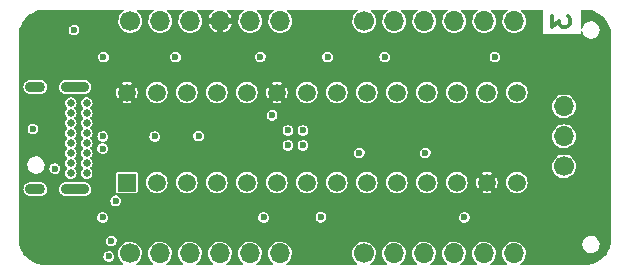
<source format=gbr>
%TF.GenerationSoftware,KiCad,Pcbnew,(6.0.7)*%
%TF.CreationDate,2022-12-19T16:29:32-08:00*%
%TF.ProjectId,Intermediary_revC_4layer,496e7465-726d-4656-9469-6172795f7265,rev?*%
%TF.SameCoordinates,Original*%
%TF.FileFunction,Copper,L3,Inr*%
%TF.FilePolarity,Positive*%
%FSLAX46Y46*%
G04 Gerber Fmt 4.6, Leading zero omitted, Abs format (unit mm)*
G04 Created by KiCad (PCBNEW (6.0.7)) date 2022-12-19 16:29:32*
%MOMM*%
%LPD*%
G01*
G04 APERTURE LIST*
%ADD10C,0.300000*%
%TA.AperFunction,NonConductor*%
%ADD11C,0.300000*%
%TD*%
%TA.AperFunction,ComponentPad*%
%ADD12C,0.650000*%
%TD*%
%TA.AperFunction,ComponentPad*%
%ADD13O,1.700000X0.900000*%
%TD*%
%TA.AperFunction,ComponentPad*%
%ADD14O,2.400000X0.900000*%
%TD*%
%TA.AperFunction,ComponentPad*%
%ADD15C,1.700000*%
%TD*%
%TA.AperFunction,ComponentPad*%
%ADD16O,1.700000X1.700000*%
%TD*%
%TA.AperFunction,ComponentPad*%
%ADD17R,1.508000X1.508000*%
%TD*%
%TA.AperFunction,ComponentPad*%
%ADD18C,1.508000*%
%TD*%
%TA.AperFunction,ViaPad*%
%ADD19C,0.600000*%
%TD*%
G04 APERTURE END LIST*
D10*
D11*
X164862771Y-84666200D02*
X164862771Y-85594771D01*
X165434200Y-85094771D01*
X165434200Y-85309057D01*
X165505628Y-85451914D01*
X165577057Y-85523342D01*
X165719914Y-85594771D01*
X166077057Y-85594771D01*
X166219914Y-85523342D01*
X166291342Y-85451914D01*
X166362771Y-85309057D01*
X166362771Y-84880485D01*
X166291342Y-84737628D01*
X166219914Y-84666200D01*
D12*
%TO.N,GNDREF*%
%TO.C,J5*%
X125465400Y-92021000D03*
%TO.N,+5V*%
X125465400Y-92871000D03*
%TO.N,Net-(J5-PadA5)*%
X125465400Y-93721000D03*
%TO.N,/D+*%
X125465400Y-94571000D03*
%TO.N,/D-*%
X125465400Y-95421000D03*
%TO.N,unconnected-(J5-PadA8)*%
X125465400Y-96271000D03*
%TO.N,+5V*%
X125465400Y-97121000D03*
%TO.N,GNDREF*%
X125465400Y-97971000D03*
X124115400Y-97971000D03*
%TO.N,+5V*%
X124115400Y-97121000D03*
%TO.N,Net-(J5-PadB5)*%
X124115400Y-96271000D03*
%TO.N,/D+*%
X124115400Y-95421000D03*
%TO.N,/D-*%
X124115400Y-94571000D03*
%TO.N,unconnected-(J5-PadB8)*%
X124115400Y-93721000D03*
%TO.N,+5V*%
X124115400Y-92871000D03*
%TO.N,GNDREF*%
X124115400Y-92021000D03*
D13*
X121105400Y-90671000D03*
X121105400Y-99321000D03*
D14*
X124485400Y-90671000D03*
X124485400Y-99321000D03*
%TD*%
D15*
%TO.N,/PIC32/RA0*%
%TO.C,J1*%
X129112200Y-104775000D03*
D16*
%TO.N,/PIC32/RA1*%
X131652200Y-104775000D03*
%TO.N,/PIC32/RB0*%
X134192200Y-104775000D03*
%TO.N,/PIC32/RB1*%
X136732200Y-104775000D03*
%TO.N,/CP2102N/TXD*%
X139272200Y-104775000D03*
%TO.N,/CP2102N/RXD*%
X141812200Y-104775000D03*
%TD*%
D15*
%TO.N,/PIC32/RB15*%
%TO.C,J3*%
X129137200Y-85090000D03*
D16*
%TO.N,/PIC32/RB14*%
X131677200Y-85090000D03*
%TO.N,/PIC32/RB13*%
X134217200Y-85090000D03*
%TO.N,+3V3*%
X136757200Y-85090000D03*
%TO.N,/RB11{slash}D-_PIC*%
X139297200Y-85090000D03*
%TO.N,/RB10{slash}D+_PIC*%
X141837200Y-85090000D03*
%TD*%
D15*
%TO.N,/PIC32/RB9{slash}TX_TGT*%
%TO.C,J6*%
X165862000Y-97394000D03*
D16*
%TO.N,/PIC32/RB8{slash}RX_TGT*%
X165862000Y-94854000D03*
%TO.N,GNDREF*%
X165862000Y-92314000D03*
%TD*%
D15*
%TO.N,GNDREF*%
%TO.C,J4*%
X148949200Y-85090000D03*
D16*
X151489200Y-85090000D03*
%TO.N,/PIC32/RB9{slash}TX_TGT*%
X154029200Y-85090000D03*
%TO.N,/PIC32/RB8{slash}RX_TGT*%
X156569200Y-85090000D03*
%TO.N,/PIC32/RB7*%
X159109200Y-85090000D03*
%TO.N,/VBUS_PIC*%
X161649200Y-85090000D03*
%TD*%
D15*
%TO.N,/RA2{slash}TXT_PIC*%
%TO.C,J2*%
X148924200Y-104775000D03*
D16*
%TO.N,/RA3{slash}RXT_PIC*%
X151464200Y-104775000D03*
%TO.N,/PIC32/RB4*%
X154004200Y-104775000D03*
%TO.N,/PIC32/RA4*%
X156544200Y-104775000D03*
%TO.N,GNDREF*%
X159084200Y-104775000D03*
%TO.N,/PIC32/RB5*%
X161624200Y-104775000D03*
%TD*%
D17*
%TO.N,/PIC32/~{MCLR}*%
%TO.C,U1*%
X128858200Y-98764500D03*
D18*
%TO.N,/PIC32/RA0*%
X131398200Y-98764500D03*
%TO.N,/PIC32/RA1*%
X133938200Y-98764500D03*
%TO.N,/PIC32/RB0*%
X136478200Y-98764500D03*
%TO.N,/PIC32/RB1*%
X139018200Y-98764500D03*
%TO.N,/CP2102N/TXD*%
X141558200Y-98764500D03*
%TO.N,/CP2102N/RXD*%
X144098200Y-98764500D03*
%TO.N,GNDREF*%
X146638200Y-98764500D03*
%TO.N,/RA2{slash}TXT_PIC*%
X149178200Y-98764500D03*
%TO.N,/RA3{slash}RXT_PIC*%
X151718200Y-98764500D03*
%TO.N,/PIC32/RB4*%
X154258200Y-98764500D03*
%TO.N,/PIC32/RA4*%
X156798200Y-98764500D03*
%TO.N,+3V3*%
X159338200Y-98764500D03*
%TO.N,/PIC32/RB5*%
X161878200Y-98764500D03*
%TO.N,/VBUS_PIC*%
X161878200Y-91144500D03*
%TO.N,/PIC32/RB7*%
X159338200Y-91144500D03*
%TO.N,/PIC32/RB8{slash}RX_TGT*%
X156798200Y-91144500D03*
%TO.N,/PIC32/RB9{slash}TX_TGT*%
X154258200Y-91144500D03*
%TO.N,GNDREF*%
X151718200Y-91144500D03*
%TO.N,Net-(C6-Pad1)*%
X149178200Y-91144500D03*
%TO.N,/RB10{slash}D+_PIC*%
X146638200Y-91144500D03*
%TO.N,/RB11{slash}D-_PIC*%
X144098200Y-91144500D03*
%TO.N,+3V3*%
X141558200Y-91144500D03*
%TO.N,/PIC32/RB13*%
X139018200Y-91144500D03*
%TO.N,/PIC32/RB14*%
X136478200Y-91144500D03*
%TO.N,/PIC32/RB15*%
X133938200Y-91144500D03*
%TO.N,GNDREF*%
X131398200Y-91144500D03*
%TO.N,+3V3*%
X128858200Y-91144500D03*
%TD*%
D19*
%TO.N,GNDREF*%
X132969000Y-88138000D03*
X143764000Y-95631000D03*
X142494000Y-94361000D03*
X131220400Y-94865000D03*
X143764000Y-94361000D03*
X150698200Y-88138000D03*
X134923000Y-94820000D03*
X142494000Y-95631000D03*
X140157200Y-88138000D03*
X157429200Y-101727000D03*
X145846800Y-88138000D03*
X148539200Y-96266000D03*
X124383800Y-85852000D03*
X140436600Y-101727000D03*
X160020000Y-88138000D03*
X120904000Y-94234000D03*
%TO.N,+3V3*%
X140233400Y-94005400D03*
X151358600Y-93726000D03*
X125552200Y-89814400D03*
X122625200Y-102850600D03*
X129438400Y-88138000D03*
X137871200Y-94818200D03*
X135585200Y-101727000D03*
%TO.N,Net-(D1-Pad1)*%
X127541617Y-103716417D03*
%TO.N,Net-(D3-Pad1)*%
X127329700Y-105029000D03*
%TO.N,/RB10{slash}D+_PIC*%
X127914400Y-100304600D03*
%TO.N,Net-(J5-PadB5)*%
X122758300Y-97586700D03*
X126826200Y-94869000D03*
%TO.N,/D+*%
X126800700Y-101726934D03*
X126802585Y-95888647D03*
%TO.N,/VREGIN_CP2102N*%
X154127200Y-96266000D03*
X126873000Y-88138000D03*
X141147800Y-93065600D03*
%TO.N,/RA2{slash}TXT_PIC*%
X145288000Y-101701600D03*
%TD*%
%TA.AperFunction,Conductor*%
%TO.N,+3V3*%
G36*
X128571239Y-84142893D02*
G01*
X128596959Y-84187442D01*
X128588026Y-84238100D01*
X128570021Y-84259106D01*
X128434981Y-84367680D01*
X128434974Y-84367687D01*
X128432112Y-84369988D01*
X128305689Y-84520653D01*
X128210939Y-84693004D01*
X128151469Y-84880476D01*
X128129545Y-85075930D01*
X128129853Y-85079598D01*
X128129853Y-85079601D01*
X128145695Y-85268252D01*
X128146003Y-85271919D01*
X128200215Y-85460979D01*
X128290116Y-85635908D01*
X128412283Y-85790044D01*
X128415077Y-85792422D01*
X128415078Y-85792423D01*
X128515048Y-85877504D01*
X128562062Y-85917516D01*
X128565263Y-85919305D01*
X128565266Y-85919307D01*
X128638786Y-85960396D01*
X128733747Y-86013467D01*
X128737244Y-86014603D01*
X128737248Y-86014605D01*
X128818257Y-86040926D01*
X128920800Y-86074244D01*
X129020720Y-86086159D01*
X129112437Y-86097096D01*
X129112439Y-86097096D01*
X129116095Y-86097532D01*
X129312194Y-86082443D01*
X129460891Y-86040926D01*
X129498083Y-86030542D01*
X129498085Y-86030541D01*
X129501628Y-86029552D01*
X129677181Y-85940874D01*
X129790934Y-85852000D01*
X129829267Y-85822051D01*
X129832166Y-85819786D01*
X129960680Y-85670901D01*
X129973061Y-85649107D01*
X130056010Y-85503091D01*
X130056012Y-85503088D01*
X130057828Y-85499890D01*
X130091498Y-85398676D01*
X130118748Y-85316760D01*
X130118749Y-85316757D01*
X130119910Y-85313266D01*
X130141942Y-85138862D01*
X130144296Y-85120228D01*
X130144560Y-85118138D01*
X130144953Y-85090000D01*
X130144655Y-85086961D01*
X130126121Y-84897927D01*
X130126120Y-84897922D01*
X130125761Y-84894260D01*
X130068914Y-84705975D01*
X129976579Y-84532318D01*
X129852272Y-84379903D01*
X129705452Y-84258443D01*
X129679421Y-84214075D01*
X129688000Y-84163356D01*
X129727173Y-84130016D01*
X129753386Y-84125300D01*
X131062901Y-84125300D01*
X131111239Y-84142893D01*
X131136959Y-84187442D01*
X131128026Y-84238100D01*
X131110021Y-84259106D01*
X130974981Y-84367680D01*
X130974974Y-84367687D01*
X130972112Y-84369988D01*
X130845689Y-84520653D01*
X130750939Y-84693004D01*
X130691469Y-84880476D01*
X130669545Y-85075930D01*
X130669853Y-85079598D01*
X130669853Y-85079601D01*
X130685695Y-85268252D01*
X130686003Y-85271919D01*
X130740215Y-85460979D01*
X130830116Y-85635908D01*
X130952283Y-85790044D01*
X130955077Y-85792422D01*
X130955078Y-85792423D01*
X131055048Y-85877504D01*
X131102062Y-85917516D01*
X131105263Y-85919305D01*
X131105266Y-85919307D01*
X131178786Y-85960396D01*
X131273747Y-86013467D01*
X131277244Y-86014603D01*
X131277248Y-86014605D01*
X131358257Y-86040926D01*
X131460800Y-86074244D01*
X131560720Y-86086159D01*
X131652437Y-86097096D01*
X131652439Y-86097096D01*
X131656095Y-86097532D01*
X131852194Y-86082443D01*
X132000891Y-86040926D01*
X132038083Y-86030542D01*
X132038085Y-86030541D01*
X132041628Y-86029552D01*
X132217181Y-85940874D01*
X132330934Y-85852000D01*
X132369267Y-85822051D01*
X132372166Y-85819786D01*
X132500680Y-85670901D01*
X132513061Y-85649107D01*
X132596010Y-85503091D01*
X132596012Y-85503088D01*
X132597828Y-85499890D01*
X132631498Y-85398676D01*
X132658748Y-85316760D01*
X132658749Y-85316757D01*
X132659910Y-85313266D01*
X132681942Y-85138862D01*
X132684296Y-85120228D01*
X132684560Y-85118138D01*
X132684953Y-85090000D01*
X132684655Y-85086961D01*
X132666121Y-84897927D01*
X132666120Y-84897922D01*
X132665761Y-84894260D01*
X132608914Y-84705975D01*
X132516579Y-84532318D01*
X132392272Y-84379903D01*
X132245452Y-84258443D01*
X132219421Y-84214075D01*
X132228000Y-84163356D01*
X132267173Y-84130016D01*
X132293386Y-84125300D01*
X133602901Y-84125300D01*
X133651239Y-84142893D01*
X133676959Y-84187442D01*
X133668026Y-84238100D01*
X133650021Y-84259106D01*
X133514981Y-84367680D01*
X133514974Y-84367687D01*
X133512112Y-84369988D01*
X133385689Y-84520653D01*
X133290939Y-84693004D01*
X133231469Y-84880476D01*
X133209545Y-85075930D01*
X133209853Y-85079598D01*
X133209853Y-85079601D01*
X133225695Y-85268252D01*
X133226003Y-85271919D01*
X133280215Y-85460979D01*
X133370116Y-85635908D01*
X133492283Y-85790044D01*
X133495077Y-85792422D01*
X133495078Y-85792423D01*
X133595048Y-85877504D01*
X133642062Y-85917516D01*
X133645263Y-85919305D01*
X133645266Y-85919307D01*
X133718786Y-85960396D01*
X133813747Y-86013467D01*
X133817244Y-86014603D01*
X133817248Y-86014605D01*
X133898257Y-86040926D01*
X134000800Y-86074244D01*
X134100720Y-86086159D01*
X134192437Y-86097096D01*
X134192439Y-86097096D01*
X134196095Y-86097532D01*
X134392194Y-86082443D01*
X134540891Y-86040926D01*
X134578083Y-86030542D01*
X134578085Y-86030541D01*
X134581628Y-86029552D01*
X134757181Y-85940874D01*
X134870934Y-85852000D01*
X134909267Y-85822051D01*
X134912166Y-85819786D01*
X135040680Y-85670901D01*
X135053061Y-85649107D01*
X135136010Y-85503091D01*
X135136012Y-85503088D01*
X135137828Y-85499890D01*
X135171498Y-85398676D01*
X135187940Y-85349250D01*
X135789398Y-85349250D01*
X135789554Y-85352235D01*
X135819670Y-85457261D01*
X135822364Y-85464063D01*
X135908857Y-85632363D01*
X135912823Y-85638518D01*
X136030364Y-85786817D01*
X136035440Y-85792074D01*
X136179555Y-85914725D01*
X136185553Y-85918894D01*
X136350737Y-86011211D01*
X136357450Y-86014144D01*
X136490589Y-86057403D01*
X136501392Y-86057026D01*
X136502194Y-86056304D01*
X136503200Y-86052269D01*
X136503200Y-86046606D01*
X137011200Y-86046606D01*
X137014897Y-86056763D01*
X137016574Y-86057732D01*
X137019322Y-86057597D01*
X137117901Y-86030073D01*
X137124734Y-86027422D01*
X137293628Y-85942108D01*
X137299811Y-85938184D01*
X137448920Y-85821687D01*
X137454223Y-85816637D01*
X137577864Y-85673397D01*
X137582086Y-85667412D01*
X137675554Y-85502880D01*
X137678528Y-85496200D01*
X137724973Y-85356582D01*
X137724671Y-85345777D01*
X137724050Y-85345078D01*
X137719790Y-85344000D01*
X137024459Y-85344000D01*
X137014302Y-85347697D01*
X137011200Y-85353069D01*
X137011200Y-86046606D01*
X136503200Y-86046606D01*
X136503200Y-85357259D01*
X136499503Y-85347102D01*
X136494131Y-85344000D01*
X135800452Y-85344000D01*
X135790295Y-85347697D01*
X135789398Y-85349250D01*
X135187940Y-85349250D01*
X135198748Y-85316760D01*
X135198749Y-85316757D01*
X135199910Y-85313266D01*
X135221942Y-85138862D01*
X135224296Y-85120228D01*
X135224560Y-85118138D01*
X135224953Y-85090000D01*
X135224655Y-85086961D01*
X135206121Y-84897927D01*
X135206120Y-84897922D01*
X135205761Y-84894260D01*
X135148914Y-84705975D01*
X135056579Y-84532318D01*
X134932272Y-84379903D01*
X134785452Y-84258443D01*
X134759421Y-84214075D01*
X134768000Y-84163356D01*
X134807173Y-84130016D01*
X134833386Y-84125300D01*
X136143699Y-84125300D01*
X136192037Y-84142893D01*
X136217757Y-84187442D01*
X136208824Y-84238100D01*
X136190820Y-84259106D01*
X136055328Y-84368044D01*
X136050103Y-84373161D01*
X135928466Y-84518122D01*
X135924332Y-84524160D01*
X135833175Y-84689975D01*
X135830288Y-84696711D01*
X135790112Y-84823361D01*
X135790565Y-84834161D01*
X135791388Y-84835063D01*
X135795205Y-84836000D01*
X137714389Y-84836000D01*
X137724546Y-84832303D01*
X137725299Y-84830999D01*
X137725094Y-84827540D01*
X137689512Y-84709688D01*
X137686724Y-84702922D01*
X137597884Y-84535839D01*
X137593839Y-84529751D01*
X137474241Y-84383109D01*
X137469078Y-84377910D01*
X137324667Y-84258443D01*
X137298636Y-84214075D01*
X137307215Y-84163356D01*
X137346388Y-84130016D01*
X137372601Y-84125300D01*
X138682901Y-84125300D01*
X138731239Y-84142893D01*
X138756959Y-84187442D01*
X138748026Y-84238100D01*
X138730021Y-84259106D01*
X138594981Y-84367680D01*
X138594974Y-84367687D01*
X138592112Y-84369988D01*
X138465689Y-84520653D01*
X138370939Y-84693004D01*
X138311469Y-84880476D01*
X138289545Y-85075930D01*
X138289853Y-85079598D01*
X138289853Y-85079601D01*
X138305695Y-85268252D01*
X138306003Y-85271919D01*
X138360215Y-85460979D01*
X138450116Y-85635908D01*
X138572283Y-85790044D01*
X138575077Y-85792422D01*
X138575078Y-85792423D01*
X138675048Y-85877504D01*
X138722062Y-85917516D01*
X138725263Y-85919305D01*
X138725266Y-85919307D01*
X138798786Y-85960396D01*
X138893747Y-86013467D01*
X138897244Y-86014603D01*
X138897248Y-86014605D01*
X138978257Y-86040926D01*
X139080800Y-86074244D01*
X139180720Y-86086159D01*
X139272437Y-86097096D01*
X139272439Y-86097096D01*
X139276095Y-86097532D01*
X139472194Y-86082443D01*
X139620891Y-86040926D01*
X139658083Y-86030542D01*
X139658085Y-86030541D01*
X139661628Y-86029552D01*
X139837181Y-85940874D01*
X139950934Y-85852000D01*
X139989267Y-85822051D01*
X139992166Y-85819786D01*
X140120680Y-85670901D01*
X140133061Y-85649107D01*
X140216010Y-85503091D01*
X140216012Y-85503088D01*
X140217828Y-85499890D01*
X140251498Y-85398676D01*
X140278748Y-85316760D01*
X140278749Y-85316757D01*
X140279910Y-85313266D01*
X140301942Y-85138862D01*
X140304296Y-85120228D01*
X140304560Y-85118138D01*
X140304953Y-85090000D01*
X140304655Y-85086961D01*
X140286121Y-84897927D01*
X140286120Y-84897922D01*
X140285761Y-84894260D01*
X140228914Y-84705975D01*
X140136579Y-84532318D01*
X140012272Y-84379903D01*
X139865452Y-84258443D01*
X139839421Y-84214075D01*
X139848000Y-84163356D01*
X139887173Y-84130016D01*
X139913386Y-84125300D01*
X141222901Y-84125300D01*
X141271239Y-84142893D01*
X141296959Y-84187442D01*
X141288026Y-84238100D01*
X141270021Y-84259106D01*
X141134981Y-84367680D01*
X141134974Y-84367687D01*
X141132112Y-84369988D01*
X141005689Y-84520653D01*
X140910939Y-84693004D01*
X140851469Y-84880476D01*
X140829545Y-85075930D01*
X140829853Y-85079598D01*
X140829853Y-85079601D01*
X140845695Y-85268252D01*
X140846003Y-85271919D01*
X140900215Y-85460979D01*
X140990116Y-85635908D01*
X141112283Y-85790044D01*
X141115077Y-85792422D01*
X141115078Y-85792423D01*
X141215048Y-85877504D01*
X141262062Y-85917516D01*
X141265263Y-85919305D01*
X141265266Y-85919307D01*
X141338786Y-85960396D01*
X141433747Y-86013467D01*
X141437244Y-86014603D01*
X141437248Y-86014605D01*
X141518257Y-86040926D01*
X141620800Y-86074244D01*
X141720720Y-86086159D01*
X141812437Y-86097096D01*
X141812439Y-86097096D01*
X141816095Y-86097532D01*
X142012194Y-86082443D01*
X142160891Y-86040926D01*
X142198083Y-86030542D01*
X142198085Y-86030541D01*
X142201628Y-86029552D01*
X142377181Y-85940874D01*
X142490934Y-85852000D01*
X142529267Y-85822051D01*
X142532166Y-85819786D01*
X142660680Y-85670901D01*
X142673061Y-85649107D01*
X142756010Y-85503091D01*
X142756012Y-85503088D01*
X142757828Y-85499890D01*
X142791498Y-85398676D01*
X142818748Y-85316760D01*
X142818749Y-85316757D01*
X142819910Y-85313266D01*
X142841942Y-85138862D01*
X142844296Y-85120228D01*
X142844560Y-85118138D01*
X142844953Y-85090000D01*
X142844655Y-85086961D01*
X142826121Y-84897927D01*
X142826120Y-84897922D01*
X142825761Y-84894260D01*
X142768914Y-84705975D01*
X142676579Y-84532318D01*
X142552272Y-84379903D01*
X142405452Y-84258443D01*
X142379421Y-84214075D01*
X142388000Y-84163356D01*
X142427173Y-84130016D01*
X142453386Y-84125300D01*
X148334901Y-84125300D01*
X148383239Y-84142893D01*
X148408959Y-84187442D01*
X148400026Y-84238100D01*
X148382021Y-84259106D01*
X148246981Y-84367680D01*
X148246974Y-84367687D01*
X148244112Y-84369988D01*
X148117689Y-84520653D01*
X148022939Y-84693004D01*
X147963469Y-84880476D01*
X147941545Y-85075930D01*
X147941853Y-85079598D01*
X147941853Y-85079601D01*
X147957695Y-85268252D01*
X147958003Y-85271919D01*
X148012215Y-85460979D01*
X148102116Y-85635908D01*
X148224283Y-85790044D01*
X148227077Y-85792422D01*
X148227078Y-85792423D01*
X148327048Y-85877504D01*
X148374062Y-85917516D01*
X148377263Y-85919305D01*
X148377266Y-85919307D01*
X148450786Y-85960396D01*
X148545747Y-86013467D01*
X148549244Y-86014603D01*
X148549248Y-86014605D01*
X148630257Y-86040926D01*
X148732800Y-86074244D01*
X148832720Y-86086159D01*
X148924437Y-86097096D01*
X148924439Y-86097096D01*
X148928095Y-86097532D01*
X149124194Y-86082443D01*
X149272891Y-86040926D01*
X149310083Y-86030542D01*
X149310085Y-86030541D01*
X149313628Y-86029552D01*
X149489181Y-85940874D01*
X149602934Y-85852000D01*
X149641267Y-85822051D01*
X149644166Y-85819786D01*
X149772680Y-85670901D01*
X149785061Y-85649107D01*
X149868010Y-85503091D01*
X149868012Y-85503088D01*
X149869828Y-85499890D01*
X149903498Y-85398676D01*
X149930748Y-85316760D01*
X149930749Y-85316757D01*
X149931910Y-85313266D01*
X149953942Y-85138862D01*
X149956296Y-85120228D01*
X149956560Y-85118138D01*
X149956953Y-85090000D01*
X149956655Y-85086961D01*
X149938121Y-84897927D01*
X149938120Y-84897922D01*
X149937761Y-84894260D01*
X149880914Y-84705975D01*
X149788579Y-84532318D01*
X149664272Y-84379903D01*
X149517452Y-84258443D01*
X149491421Y-84214075D01*
X149500000Y-84163356D01*
X149539173Y-84130016D01*
X149565386Y-84125300D01*
X150874901Y-84125300D01*
X150923239Y-84142893D01*
X150948959Y-84187442D01*
X150940026Y-84238100D01*
X150922021Y-84259106D01*
X150786981Y-84367680D01*
X150786974Y-84367687D01*
X150784112Y-84369988D01*
X150657689Y-84520653D01*
X150562939Y-84693004D01*
X150503469Y-84880476D01*
X150481545Y-85075930D01*
X150481853Y-85079598D01*
X150481853Y-85079601D01*
X150497695Y-85268252D01*
X150498003Y-85271919D01*
X150552215Y-85460979D01*
X150642116Y-85635908D01*
X150764283Y-85790044D01*
X150767077Y-85792422D01*
X150767078Y-85792423D01*
X150867048Y-85877504D01*
X150914062Y-85917516D01*
X150917263Y-85919305D01*
X150917266Y-85919307D01*
X150990786Y-85960396D01*
X151085747Y-86013467D01*
X151089244Y-86014603D01*
X151089248Y-86014605D01*
X151170257Y-86040926D01*
X151272800Y-86074244D01*
X151372720Y-86086159D01*
X151464437Y-86097096D01*
X151464439Y-86097096D01*
X151468095Y-86097532D01*
X151664194Y-86082443D01*
X151812891Y-86040926D01*
X151850083Y-86030542D01*
X151850085Y-86030541D01*
X151853628Y-86029552D01*
X152029181Y-85940874D01*
X152142934Y-85852000D01*
X152181267Y-85822051D01*
X152184166Y-85819786D01*
X152312680Y-85670901D01*
X152325061Y-85649107D01*
X152408010Y-85503091D01*
X152408012Y-85503088D01*
X152409828Y-85499890D01*
X152443498Y-85398676D01*
X152470748Y-85316760D01*
X152470749Y-85316757D01*
X152471910Y-85313266D01*
X152493942Y-85138862D01*
X152496296Y-85120228D01*
X152496560Y-85118138D01*
X152496953Y-85090000D01*
X152496655Y-85086961D01*
X152478121Y-84897927D01*
X152478120Y-84897922D01*
X152477761Y-84894260D01*
X152420914Y-84705975D01*
X152328579Y-84532318D01*
X152204272Y-84379903D01*
X152057452Y-84258443D01*
X152031421Y-84214075D01*
X152040000Y-84163356D01*
X152079173Y-84130016D01*
X152105386Y-84125300D01*
X153414901Y-84125300D01*
X153463239Y-84142893D01*
X153488959Y-84187442D01*
X153480026Y-84238100D01*
X153462021Y-84259106D01*
X153326981Y-84367680D01*
X153326974Y-84367687D01*
X153324112Y-84369988D01*
X153197689Y-84520653D01*
X153102939Y-84693004D01*
X153043469Y-84880476D01*
X153021545Y-85075930D01*
X153021853Y-85079598D01*
X153021853Y-85079601D01*
X153037695Y-85268252D01*
X153038003Y-85271919D01*
X153092215Y-85460979D01*
X153182116Y-85635908D01*
X153304283Y-85790044D01*
X153307077Y-85792422D01*
X153307078Y-85792423D01*
X153407048Y-85877504D01*
X153454062Y-85917516D01*
X153457263Y-85919305D01*
X153457266Y-85919307D01*
X153530786Y-85960396D01*
X153625747Y-86013467D01*
X153629244Y-86014603D01*
X153629248Y-86014605D01*
X153710257Y-86040926D01*
X153812800Y-86074244D01*
X153912720Y-86086159D01*
X154004437Y-86097096D01*
X154004439Y-86097096D01*
X154008095Y-86097532D01*
X154204194Y-86082443D01*
X154352891Y-86040926D01*
X154390083Y-86030542D01*
X154390085Y-86030541D01*
X154393628Y-86029552D01*
X154569181Y-85940874D01*
X154682934Y-85852000D01*
X154721267Y-85822051D01*
X154724166Y-85819786D01*
X154852680Y-85670901D01*
X154865061Y-85649107D01*
X154948010Y-85503091D01*
X154948012Y-85503088D01*
X154949828Y-85499890D01*
X154983498Y-85398676D01*
X155010748Y-85316760D01*
X155010749Y-85316757D01*
X155011910Y-85313266D01*
X155033942Y-85138862D01*
X155036296Y-85120228D01*
X155036560Y-85118138D01*
X155036953Y-85090000D01*
X155036655Y-85086961D01*
X155018121Y-84897927D01*
X155018120Y-84897922D01*
X155017761Y-84894260D01*
X154960914Y-84705975D01*
X154868579Y-84532318D01*
X154744272Y-84379903D01*
X154597452Y-84258443D01*
X154571421Y-84214075D01*
X154580000Y-84163356D01*
X154619173Y-84130016D01*
X154645386Y-84125300D01*
X155954901Y-84125300D01*
X156003239Y-84142893D01*
X156028959Y-84187442D01*
X156020026Y-84238100D01*
X156002021Y-84259106D01*
X155866981Y-84367680D01*
X155866974Y-84367687D01*
X155864112Y-84369988D01*
X155737689Y-84520653D01*
X155642939Y-84693004D01*
X155583469Y-84880476D01*
X155561545Y-85075930D01*
X155561853Y-85079598D01*
X155561853Y-85079601D01*
X155577695Y-85268252D01*
X155578003Y-85271919D01*
X155632215Y-85460979D01*
X155722116Y-85635908D01*
X155844283Y-85790044D01*
X155847077Y-85792422D01*
X155847078Y-85792423D01*
X155947048Y-85877504D01*
X155994062Y-85917516D01*
X155997263Y-85919305D01*
X155997266Y-85919307D01*
X156070786Y-85960396D01*
X156165747Y-86013467D01*
X156169244Y-86014603D01*
X156169248Y-86014605D01*
X156250257Y-86040926D01*
X156352800Y-86074244D01*
X156452720Y-86086159D01*
X156544437Y-86097096D01*
X156544439Y-86097096D01*
X156548095Y-86097532D01*
X156744194Y-86082443D01*
X156892891Y-86040926D01*
X156930083Y-86030542D01*
X156930085Y-86030541D01*
X156933628Y-86029552D01*
X157109181Y-85940874D01*
X157222934Y-85852000D01*
X157261267Y-85822051D01*
X157264166Y-85819786D01*
X157392680Y-85670901D01*
X157405061Y-85649107D01*
X157488010Y-85503091D01*
X157488012Y-85503088D01*
X157489828Y-85499890D01*
X157523498Y-85398676D01*
X157550748Y-85316760D01*
X157550749Y-85316757D01*
X157551910Y-85313266D01*
X157573942Y-85138862D01*
X157576296Y-85120228D01*
X157576560Y-85118138D01*
X157576953Y-85090000D01*
X157576655Y-85086961D01*
X157558121Y-84897927D01*
X157558120Y-84897922D01*
X157557761Y-84894260D01*
X157500914Y-84705975D01*
X157408579Y-84532318D01*
X157284272Y-84379903D01*
X157137452Y-84258443D01*
X157111421Y-84214075D01*
X157120000Y-84163356D01*
X157159173Y-84130016D01*
X157185386Y-84125300D01*
X158494901Y-84125300D01*
X158543239Y-84142893D01*
X158568959Y-84187442D01*
X158560026Y-84238100D01*
X158542021Y-84259106D01*
X158406981Y-84367680D01*
X158406974Y-84367687D01*
X158404112Y-84369988D01*
X158277689Y-84520653D01*
X158182939Y-84693004D01*
X158123469Y-84880476D01*
X158101545Y-85075930D01*
X158101853Y-85079598D01*
X158101853Y-85079601D01*
X158117695Y-85268252D01*
X158118003Y-85271919D01*
X158172215Y-85460979D01*
X158262116Y-85635908D01*
X158384283Y-85790044D01*
X158387077Y-85792422D01*
X158387078Y-85792423D01*
X158487048Y-85877504D01*
X158534062Y-85917516D01*
X158537263Y-85919305D01*
X158537266Y-85919307D01*
X158610786Y-85960396D01*
X158705747Y-86013467D01*
X158709244Y-86014603D01*
X158709248Y-86014605D01*
X158790257Y-86040926D01*
X158892800Y-86074244D01*
X158992720Y-86086159D01*
X159084437Y-86097096D01*
X159084439Y-86097096D01*
X159088095Y-86097532D01*
X159284194Y-86082443D01*
X159432891Y-86040926D01*
X159470083Y-86030542D01*
X159470085Y-86030541D01*
X159473628Y-86029552D01*
X159649181Y-85940874D01*
X159762934Y-85852000D01*
X159801267Y-85822051D01*
X159804166Y-85819786D01*
X159932680Y-85670901D01*
X159945061Y-85649107D01*
X160028010Y-85503091D01*
X160028012Y-85503088D01*
X160029828Y-85499890D01*
X160063498Y-85398676D01*
X160090748Y-85316760D01*
X160090749Y-85316757D01*
X160091910Y-85313266D01*
X160113942Y-85138862D01*
X160116296Y-85120228D01*
X160116560Y-85118138D01*
X160116953Y-85090000D01*
X160116655Y-85086961D01*
X160098121Y-84897927D01*
X160098120Y-84897922D01*
X160097761Y-84894260D01*
X160040914Y-84705975D01*
X159948579Y-84532318D01*
X159824272Y-84379903D01*
X159677452Y-84258443D01*
X159651421Y-84214075D01*
X159660000Y-84163356D01*
X159699173Y-84130016D01*
X159725386Y-84125300D01*
X161034901Y-84125300D01*
X161083239Y-84142893D01*
X161108959Y-84187442D01*
X161100026Y-84238100D01*
X161082021Y-84259106D01*
X160946981Y-84367680D01*
X160946974Y-84367687D01*
X160944112Y-84369988D01*
X160817689Y-84520653D01*
X160722939Y-84693004D01*
X160663469Y-84880476D01*
X160641545Y-85075930D01*
X160641853Y-85079598D01*
X160641853Y-85079601D01*
X160657695Y-85268252D01*
X160658003Y-85271919D01*
X160712215Y-85460979D01*
X160802116Y-85635908D01*
X160924283Y-85790044D01*
X160927077Y-85792422D01*
X160927078Y-85792423D01*
X161027048Y-85877504D01*
X161074062Y-85917516D01*
X161077263Y-85919305D01*
X161077266Y-85919307D01*
X161150786Y-85960396D01*
X161245747Y-86013467D01*
X161249244Y-86014603D01*
X161249248Y-86014605D01*
X161330257Y-86040926D01*
X161432800Y-86074244D01*
X161532720Y-86086159D01*
X161624437Y-86097096D01*
X161624439Y-86097096D01*
X161628095Y-86097532D01*
X161824194Y-86082443D01*
X161972891Y-86040926D01*
X162010083Y-86030542D01*
X162010085Y-86030541D01*
X162013628Y-86029552D01*
X162189181Y-85940874D01*
X162302934Y-85852000D01*
X162341267Y-85822051D01*
X162344166Y-85819786D01*
X162472680Y-85670901D01*
X162485061Y-85649107D01*
X162568010Y-85503091D01*
X162568012Y-85503088D01*
X162569828Y-85499890D01*
X162603498Y-85398676D01*
X162630748Y-85316760D01*
X162630749Y-85316757D01*
X162631910Y-85313266D01*
X162653942Y-85138862D01*
X162656296Y-85120228D01*
X162656560Y-85118138D01*
X162656953Y-85090000D01*
X162656655Y-85086961D01*
X162638121Y-84897927D01*
X162638120Y-84897922D01*
X162637761Y-84894260D01*
X162580914Y-84705975D01*
X162488579Y-84532318D01*
X162364272Y-84379903D01*
X162217452Y-84258443D01*
X162191421Y-84214075D01*
X162200000Y-84163356D01*
X162239173Y-84130016D01*
X162265386Y-84125300D01*
X164008800Y-84125300D01*
X164057138Y-84142893D01*
X164082858Y-84187442D01*
X164084000Y-84200500D01*
X164084000Y-86182200D01*
X164093069Y-86182200D01*
X164093879Y-86182668D01*
X164098800Y-86183098D01*
X164098800Y-86183385D01*
X167269600Y-86183385D01*
X167269600Y-86182762D01*
X167271142Y-86182200D01*
X167284400Y-86182200D01*
X167284400Y-86012097D01*
X167301993Y-85963759D01*
X167346542Y-85938039D01*
X167397200Y-85946972D01*
X167430265Y-85986377D01*
X167433714Y-85999362D01*
X167443996Y-86059200D01*
X167510544Y-86215598D01*
X167611287Y-86352493D01*
X167740821Y-86462540D01*
X167892196Y-86539836D01*
X168057294Y-86580235D01*
X168060635Y-86580442D01*
X168060640Y-86580443D01*
X168063832Y-86580641D01*
X168068014Y-86580900D01*
X168190560Y-86580900D01*
X168192720Y-86580648D01*
X168192723Y-86580648D01*
X168234018Y-86575833D01*
X168316825Y-86566179D01*
X168320934Y-86564687D01*
X168320936Y-86564687D01*
X168472486Y-86509677D01*
X168472488Y-86509676D01*
X168476593Y-86508186D01*
X168618736Y-86414993D01*
X168735626Y-86291601D01*
X168746237Y-86273334D01*
X168818802Y-86148404D01*
X168820996Y-86144627D01*
X168870264Y-85981956D01*
X168870534Y-85977600D01*
X168870535Y-85977596D01*
X168880518Y-85816673D01*
X168880518Y-85816669D01*
X168880788Y-85812314D01*
X168852004Y-85644800D01*
X168795181Y-85511258D01*
X168787168Y-85492425D01*
X168787167Y-85492424D01*
X168785456Y-85488402D01*
X168684713Y-85351507D01*
X168555179Y-85241460D01*
X168403804Y-85164164D01*
X168238706Y-85123765D01*
X168235365Y-85123558D01*
X168235360Y-85123557D01*
X168232048Y-85123352D01*
X168227986Y-85123100D01*
X168105440Y-85123100D01*
X168103280Y-85123352D01*
X168103277Y-85123352D01*
X168061982Y-85128167D01*
X167979175Y-85137821D01*
X167975066Y-85139313D01*
X167975064Y-85139313D01*
X167823514Y-85194323D01*
X167823512Y-85194324D01*
X167819407Y-85195814D01*
X167815756Y-85198208D01*
X167697936Y-85275454D01*
X167677264Y-85289007D01*
X167560374Y-85412399D01*
X167558180Y-85416177D01*
X167558178Y-85416179D01*
X167513891Y-85492425D01*
X167475004Y-85559373D01*
X167473738Y-85563552D01*
X167473737Y-85563555D01*
X167431571Y-85702778D01*
X167400722Y-85743941D01*
X167350631Y-85755643D01*
X167304737Y-85732410D01*
X167284400Y-85680980D01*
X167284400Y-84200500D01*
X167301993Y-84152162D01*
X167346542Y-84126442D01*
X167359600Y-84125300D01*
X167606707Y-84125300D01*
X167619764Y-84126442D01*
X167640000Y-84130010D01*
X167651149Y-84128044D01*
X167668748Y-84127039D01*
X167904826Y-84141319D01*
X167913841Y-84142414D01*
X168170323Y-84189416D01*
X168179140Y-84191589D01*
X168207737Y-84200500D01*
X168428097Y-84269167D01*
X168436577Y-84272383D01*
X168674370Y-84379405D01*
X168682405Y-84383622D01*
X168905573Y-84518532D01*
X168913032Y-84523681D01*
X169118301Y-84684499D01*
X169125098Y-84690521D01*
X169309479Y-84874902D01*
X169315501Y-84881699D01*
X169476319Y-85086968D01*
X169481468Y-85094427D01*
X169611555Y-85309615D01*
X169616377Y-85317592D01*
X169620595Y-85325630D01*
X169702315Y-85507202D01*
X169727615Y-85563417D01*
X169730833Y-85571903D01*
X169749673Y-85632363D01*
X169808411Y-85820860D01*
X169810584Y-85829677D01*
X169857586Y-86086159D01*
X169858681Y-86095174D01*
X169872961Y-86331252D01*
X169871956Y-86348850D01*
X169869990Y-86360000D01*
X169871132Y-86366477D01*
X169873558Y-86380235D01*
X169874700Y-86393293D01*
X169874700Y-103471707D01*
X169873558Y-103484764D01*
X169869990Y-103505000D01*
X169871132Y-103511477D01*
X169871956Y-103516150D01*
X169872961Y-103533748D01*
X169858681Y-103769826D01*
X169857586Y-103778841D01*
X169810584Y-104035323D01*
X169808411Y-104044140D01*
X169799959Y-104071264D01*
X169757078Y-104208876D01*
X169730835Y-104293092D01*
X169727617Y-104301577D01*
X169632242Y-104513493D01*
X169620597Y-104539367D01*
X169616378Y-104547405D01*
X169481468Y-104770573D01*
X169476319Y-104778032D01*
X169315501Y-104983301D01*
X169309479Y-104990098D01*
X169125098Y-105174479D01*
X169118301Y-105180501D01*
X168913032Y-105341319D01*
X168905573Y-105346468D01*
X168682408Y-105481377D01*
X168674370Y-105485595D01*
X168436577Y-105592617D01*
X168428097Y-105595833D01*
X168328400Y-105626900D01*
X168179140Y-105673411D01*
X168170323Y-105675584D01*
X167913841Y-105722586D01*
X167904826Y-105723681D01*
X167668748Y-105737961D01*
X167651150Y-105736956D01*
X167646477Y-105736132D01*
X167640000Y-105734990D01*
X167623151Y-105737961D01*
X167619765Y-105738558D01*
X167606707Y-105739700D01*
X162236887Y-105739700D01*
X162188549Y-105722107D01*
X162162829Y-105677558D01*
X162171762Y-105626900D01*
X162190589Y-105605242D01*
X162316267Y-105507051D01*
X162319166Y-105504786D01*
X162447680Y-105355901D01*
X162469418Y-105317636D01*
X162543010Y-105188091D01*
X162543012Y-105188088D01*
X162544828Y-105184890D01*
X162592967Y-105040179D01*
X162605748Y-105001760D01*
X162605749Y-105001757D01*
X162606910Y-104998266D01*
X162631560Y-104803138D01*
X162631846Y-104782640D01*
X162631924Y-104777099D01*
X162631924Y-104777093D01*
X162631953Y-104775000D01*
X162631518Y-104770566D01*
X162613121Y-104582927D01*
X162613120Y-104582922D01*
X162612761Y-104579260D01*
X162555914Y-104390975D01*
X162463579Y-104217318D01*
X162339272Y-104064903D01*
X162324504Y-104052686D01*
X167415212Y-104052686D01*
X167443996Y-104220200D01*
X167510544Y-104376598D01*
X167611287Y-104513493D01*
X167740821Y-104623540D01*
X167892196Y-104700836D01*
X168057294Y-104741235D01*
X168060635Y-104741442D01*
X168060640Y-104741443D01*
X168063832Y-104741641D01*
X168068014Y-104741900D01*
X168190560Y-104741900D01*
X168192720Y-104741648D01*
X168192723Y-104741648D01*
X168234018Y-104736833D01*
X168316825Y-104727179D01*
X168320934Y-104725687D01*
X168320936Y-104725687D01*
X168472486Y-104670677D01*
X168472488Y-104670676D01*
X168476593Y-104669186D01*
X168618736Y-104575993D01*
X168735626Y-104452601D01*
X168769377Y-104394496D01*
X168818802Y-104309404D01*
X168820996Y-104305627D01*
X168861962Y-104170367D01*
X168868997Y-104147140D01*
X168868997Y-104147138D01*
X168870264Y-104142956D01*
X168870534Y-104138600D01*
X168870535Y-104138596D01*
X168880518Y-103977673D01*
X168880518Y-103977669D01*
X168880788Y-103973314D01*
X168852004Y-103805800D01*
X168785456Y-103649402D01*
X168684713Y-103512507D01*
X168555179Y-103402460D01*
X168403804Y-103325164D01*
X168238706Y-103284765D01*
X168235365Y-103284558D01*
X168235360Y-103284557D01*
X168232048Y-103284352D01*
X168227986Y-103284100D01*
X168105440Y-103284100D01*
X168103280Y-103284352D01*
X168103277Y-103284352D01*
X168061982Y-103289167D01*
X167979175Y-103298821D01*
X167975066Y-103300313D01*
X167975064Y-103300313D01*
X167823514Y-103355323D01*
X167823512Y-103355324D01*
X167819407Y-103356814D01*
X167677264Y-103450007D01*
X167674260Y-103453178D01*
X167656707Y-103471707D01*
X167560374Y-103573399D01*
X167558180Y-103577177D01*
X167558178Y-103577179D01*
X167513891Y-103653425D01*
X167475004Y-103720373D01*
X167443596Y-103824074D01*
X167436959Y-103845990D01*
X167425736Y-103883044D01*
X167425466Y-103887400D01*
X167425465Y-103887404D01*
X167416289Y-104035323D01*
X167415212Y-104052686D01*
X162324504Y-104052686D01*
X162187728Y-103939535D01*
X162014720Y-103845990D01*
X161826837Y-103787830D01*
X161698703Y-103774363D01*
X161634890Y-103767656D01*
X161634889Y-103767656D01*
X161631235Y-103767272D01*
X161603171Y-103769826D01*
X161439024Y-103784764D01*
X161439023Y-103784764D01*
X161435366Y-103785097D01*
X161431841Y-103786134D01*
X161431838Y-103786135D01*
X161302934Y-103824074D01*
X161246689Y-103840628D01*
X161072392Y-103931748D01*
X161034383Y-103962308D01*
X160927397Y-104048327D01*
X160919112Y-104054988D01*
X160792689Y-104205653D01*
X160790918Y-104208875D01*
X160790917Y-104208876D01*
X160786276Y-104217318D01*
X160697939Y-104378004D01*
X160638469Y-104565476D01*
X160616545Y-104760930D01*
X160616853Y-104764598D01*
X160616853Y-104764601D01*
X160628272Y-104900579D01*
X160633003Y-104956919D01*
X160687215Y-105145979D01*
X160777116Y-105320908D01*
X160899283Y-105475044D01*
X160902077Y-105477422D01*
X160902078Y-105477423D01*
X160930957Y-105502001D01*
X161049062Y-105602516D01*
X161050380Y-105603253D01*
X161079677Y-105644781D01*
X161075375Y-105696040D01*
X161039130Y-105732542D01*
X161007109Y-105739700D01*
X159696887Y-105739700D01*
X159648549Y-105722107D01*
X159622829Y-105677558D01*
X159631762Y-105626900D01*
X159650589Y-105605242D01*
X159776267Y-105507051D01*
X159779166Y-105504786D01*
X159907680Y-105355901D01*
X159929418Y-105317636D01*
X160003010Y-105188091D01*
X160003012Y-105188088D01*
X160004828Y-105184890D01*
X160052967Y-105040179D01*
X160065748Y-105001760D01*
X160065749Y-105001757D01*
X160066910Y-104998266D01*
X160091560Y-104803138D01*
X160091846Y-104782640D01*
X160091924Y-104777099D01*
X160091924Y-104777093D01*
X160091953Y-104775000D01*
X160091518Y-104770566D01*
X160073121Y-104582927D01*
X160073120Y-104582922D01*
X160072761Y-104579260D01*
X160015914Y-104390975D01*
X159923579Y-104217318D01*
X159799272Y-104064903D01*
X159647728Y-103939535D01*
X159474720Y-103845990D01*
X159286837Y-103787830D01*
X159158703Y-103774363D01*
X159094890Y-103767656D01*
X159094889Y-103767656D01*
X159091235Y-103767272D01*
X159063171Y-103769826D01*
X158899024Y-103784764D01*
X158899023Y-103784764D01*
X158895366Y-103785097D01*
X158891841Y-103786134D01*
X158891838Y-103786135D01*
X158762934Y-103824074D01*
X158706689Y-103840628D01*
X158532392Y-103931748D01*
X158494383Y-103962308D01*
X158387397Y-104048327D01*
X158379112Y-104054988D01*
X158252689Y-104205653D01*
X158250918Y-104208875D01*
X158250917Y-104208876D01*
X158246276Y-104217318D01*
X158157939Y-104378004D01*
X158098469Y-104565476D01*
X158076545Y-104760930D01*
X158076853Y-104764598D01*
X158076853Y-104764601D01*
X158088272Y-104900579D01*
X158093003Y-104956919D01*
X158147215Y-105145979D01*
X158237116Y-105320908D01*
X158359283Y-105475044D01*
X158362077Y-105477422D01*
X158362078Y-105477423D01*
X158390957Y-105502001D01*
X158509062Y-105602516D01*
X158510380Y-105603253D01*
X158539677Y-105644781D01*
X158535375Y-105696040D01*
X158499130Y-105732542D01*
X158467109Y-105739700D01*
X157156887Y-105739700D01*
X157108549Y-105722107D01*
X157082829Y-105677558D01*
X157091762Y-105626900D01*
X157110589Y-105605242D01*
X157236267Y-105507051D01*
X157239166Y-105504786D01*
X157367680Y-105355901D01*
X157389418Y-105317636D01*
X157463010Y-105188091D01*
X157463012Y-105188088D01*
X157464828Y-105184890D01*
X157512967Y-105040179D01*
X157525748Y-105001760D01*
X157525749Y-105001757D01*
X157526910Y-104998266D01*
X157551560Y-104803138D01*
X157551846Y-104782640D01*
X157551924Y-104777099D01*
X157551924Y-104777093D01*
X157551953Y-104775000D01*
X157551518Y-104770566D01*
X157533121Y-104582927D01*
X157533120Y-104582922D01*
X157532761Y-104579260D01*
X157475914Y-104390975D01*
X157383579Y-104217318D01*
X157259272Y-104064903D01*
X157107728Y-103939535D01*
X156934720Y-103845990D01*
X156746837Y-103787830D01*
X156618703Y-103774363D01*
X156554890Y-103767656D01*
X156554889Y-103767656D01*
X156551235Y-103767272D01*
X156523171Y-103769826D01*
X156359024Y-103784764D01*
X156359023Y-103784764D01*
X156355366Y-103785097D01*
X156351841Y-103786134D01*
X156351838Y-103786135D01*
X156222934Y-103824074D01*
X156166689Y-103840628D01*
X155992392Y-103931748D01*
X155954383Y-103962308D01*
X155847397Y-104048327D01*
X155839112Y-104054988D01*
X155712689Y-104205653D01*
X155710918Y-104208875D01*
X155710917Y-104208876D01*
X155706276Y-104217318D01*
X155617939Y-104378004D01*
X155558469Y-104565476D01*
X155536545Y-104760930D01*
X155536853Y-104764598D01*
X155536853Y-104764601D01*
X155548272Y-104900579D01*
X155553003Y-104956919D01*
X155607215Y-105145979D01*
X155697116Y-105320908D01*
X155819283Y-105475044D01*
X155822077Y-105477422D01*
X155822078Y-105477423D01*
X155850957Y-105502001D01*
X155969062Y-105602516D01*
X155970380Y-105603253D01*
X155999677Y-105644781D01*
X155995375Y-105696040D01*
X155959130Y-105732542D01*
X155927109Y-105739700D01*
X154616887Y-105739700D01*
X154568549Y-105722107D01*
X154542829Y-105677558D01*
X154551762Y-105626900D01*
X154570589Y-105605242D01*
X154696267Y-105507051D01*
X154699166Y-105504786D01*
X154827680Y-105355901D01*
X154849418Y-105317636D01*
X154923010Y-105188091D01*
X154923012Y-105188088D01*
X154924828Y-105184890D01*
X154972967Y-105040179D01*
X154985748Y-105001760D01*
X154985749Y-105001757D01*
X154986910Y-104998266D01*
X155011560Y-104803138D01*
X155011846Y-104782640D01*
X155011924Y-104777099D01*
X155011924Y-104777093D01*
X155011953Y-104775000D01*
X155011518Y-104770566D01*
X154993121Y-104582927D01*
X154993120Y-104582922D01*
X154992761Y-104579260D01*
X154935914Y-104390975D01*
X154843579Y-104217318D01*
X154719272Y-104064903D01*
X154567728Y-103939535D01*
X154394720Y-103845990D01*
X154206837Y-103787830D01*
X154078703Y-103774363D01*
X154014890Y-103767656D01*
X154014889Y-103767656D01*
X154011235Y-103767272D01*
X153983171Y-103769826D01*
X153819024Y-103784764D01*
X153819023Y-103784764D01*
X153815366Y-103785097D01*
X153811841Y-103786134D01*
X153811838Y-103786135D01*
X153682934Y-103824074D01*
X153626689Y-103840628D01*
X153452392Y-103931748D01*
X153414383Y-103962308D01*
X153307397Y-104048327D01*
X153299112Y-104054988D01*
X153172689Y-104205653D01*
X153170918Y-104208875D01*
X153170917Y-104208876D01*
X153166276Y-104217318D01*
X153077939Y-104378004D01*
X153018469Y-104565476D01*
X152996545Y-104760930D01*
X152996853Y-104764598D01*
X152996853Y-104764601D01*
X153008272Y-104900579D01*
X153013003Y-104956919D01*
X153067215Y-105145979D01*
X153157116Y-105320908D01*
X153279283Y-105475044D01*
X153282077Y-105477422D01*
X153282078Y-105477423D01*
X153310957Y-105502001D01*
X153429062Y-105602516D01*
X153430380Y-105603253D01*
X153459677Y-105644781D01*
X153455375Y-105696040D01*
X153419130Y-105732542D01*
X153387109Y-105739700D01*
X152076887Y-105739700D01*
X152028549Y-105722107D01*
X152002829Y-105677558D01*
X152011762Y-105626900D01*
X152030589Y-105605242D01*
X152156267Y-105507051D01*
X152159166Y-105504786D01*
X152287680Y-105355901D01*
X152309418Y-105317636D01*
X152383010Y-105188091D01*
X152383012Y-105188088D01*
X152384828Y-105184890D01*
X152432967Y-105040179D01*
X152445748Y-105001760D01*
X152445749Y-105001757D01*
X152446910Y-104998266D01*
X152471560Y-104803138D01*
X152471846Y-104782640D01*
X152471924Y-104777099D01*
X152471924Y-104777093D01*
X152471953Y-104775000D01*
X152471518Y-104770566D01*
X152453121Y-104582927D01*
X152453120Y-104582922D01*
X152452761Y-104579260D01*
X152395914Y-104390975D01*
X152303579Y-104217318D01*
X152179272Y-104064903D01*
X152027728Y-103939535D01*
X151854720Y-103845990D01*
X151666837Y-103787830D01*
X151538703Y-103774363D01*
X151474890Y-103767656D01*
X151474889Y-103767656D01*
X151471235Y-103767272D01*
X151443171Y-103769826D01*
X151279024Y-103784764D01*
X151279023Y-103784764D01*
X151275366Y-103785097D01*
X151271841Y-103786134D01*
X151271838Y-103786135D01*
X151142934Y-103824074D01*
X151086689Y-103840628D01*
X150912392Y-103931748D01*
X150874383Y-103962308D01*
X150767397Y-104048327D01*
X150759112Y-104054988D01*
X150632689Y-104205653D01*
X150630918Y-104208875D01*
X150630917Y-104208876D01*
X150626276Y-104217318D01*
X150537939Y-104378004D01*
X150478469Y-104565476D01*
X150456545Y-104760930D01*
X150456853Y-104764598D01*
X150456853Y-104764601D01*
X150468272Y-104900579D01*
X150473003Y-104956919D01*
X150527215Y-105145979D01*
X150617116Y-105320908D01*
X150739283Y-105475044D01*
X150742077Y-105477422D01*
X150742078Y-105477423D01*
X150770957Y-105502001D01*
X150889062Y-105602516D01*
X150890380Y-105603253D01*
X150919677Y-105644781D01*
X150915375Y-105696040D01*
X150879130Y-105732542D01*
X150847109Y-105739700D01*
X149536887Y-105739700D01*
X149488549Y-105722107D01*
X149462829Y-105677558D01*
X149471762Y-105626900D01*
X149490589Y-105605242D01*
X149616267Y-105507051D01*
X149619166Y-105504786D01*
X149747680Y-105355901D01*
X149769418Y-105317636D01*
X149843010Y-105188091D01*
X149843012Y-105188088D01*
X149844828Y-105184890D01*
X149892967Y-105040179D01*
X149905748Y-105001760D01*
X149905749Y-105001757D01*
X149906910Y-104998266D01*
X149931560Y-104803138D01*
X149931846Y-104782640D01*
X149931924Y-104777099D01*
X149931924Y-104777093D01*
X149931953Y-104775000D01*
X149931518Y-104770566D01*
X149913121Y-104582927D01*
X149913120Y-104582922D01*
X149912761Y-104579260D01*
X149855914Y-104390975D01*
X149763579Y-104217318D01*
X149639272Y-104064903D01*
X149487728Y-103939535D01*
X149314720Y-103845990D01*
X149126837Y-103787830D01*
X148998703Y-103774363D01*
X148934890Y-103767656D01*
X148934889Y-103767656D01*
X148931235Y-103767272D01*
X148903171Y-103769826D01*
X148739024Y-103784764D01*
X148739023Y-103784764D01*
X148735366Y-103785097D01*
X148731841Y-103786134D01*
X148731838Y-103786135D01*
X148602934Y-103824074D01*
X148546689Y-103840628D01*
X148372392Y-103931748D01*
X148334383Y-103962308D01*
X148227397Y-104048327D01*
X148219112Y-104054988D01*
X148092689Y-104205653D01*
X148090918Y-104208875D01*
X148090917Y-104208876D01*
X148086276Y-104217318D01*
X147997939Y-104378004D01*
X147938469Y-104565476D01*
X147916545Y-104760930D01*
X147916853Y-104764598D01*
X147916853Y-104764601D01*
X147928272Y-104900579D01*
X147933003Y-104956919D01*
X147987215Y-105145979D01*
X148077116Y-105320908D01*
X148199283Y-105475044D01*
X148202077Y-105477422D01*
X148202078Y-105477423D01*
X148230957Y-105502001D01*
X148349062Y-105602516D01*
X148350380Y-105603253D01*
X148379677Y-105644781D01*
X148375375Y-105696040D01*
X148339130Y-105732542D01*
X148307109Y-105739700D01*
X142424887Y-105739700D01*
X142376549Y-105722107D01*
X142350829Y-105677558D01*
X142359762Y-105626900D01*
X142378589Y-105605242D01*
X142504267Y-105507051D01*
X142507166Y-105504786D01*
X142635680Y-105355901D01*
X142657418Y-105317636D01*
X142731010Y-105188091D01*
X142731012Y-105188088D01*
X142732828Y-105184890D01*
X142780967Y-105040179D01*
X142793748Y-105001760D01*
X142793749Y-105001757D01*
X142794910Y-104998266D01*
X142819560Y-104803138D01*
X142819846Y-104782640D01*
X142819924Y-104777099D01*
X142819924Y-104777093D01*
X142819953Y-104775000D01*
X142819518Y-104770566D01*
X142801121Y-104582927D01*
X142801120Y-104582922D01*
X142800761Y-104579260D01*
X142743914Y-104390975D01*
X142651579Y-104217318D01*
X142527272Y-104064903D01*
X142375728Y-103939535D01*
X142202720Y-103845990D01*
X142014837Y-103787830D01*
X141886703Y-103774363D01*
X141822890Y-103767656D01*
X141822889Y-103767656D01*
X141819235Y-103767272D01*
X141791171Y-103769826D01*
X141627024Y-103784764D01*
X141627023Y-103784764D01*
X141623366Y-103785097D01*
X141619841Y-103786134D01*
X141619838Y-103786135D01*
X141490934Y-103824074D01*
X141434689Y-103840628D01*
X141260392Y-103931748D01*
X141222383Y-103962308D01*
X141115397Y-104048327D01*
X141107112Y-104054988D01*
X140980689Y-104205653D01*
X140978918Y-104208875D01*
X140978917Y-104208876D01*
X140974276Y-104217318D01*
X140885939Y-104378004D01*
X140826469Y-104565476D01*
X140804545Y-104760930D01*
X140804853Y-104764598D01*
X140804853Y-104764601D01*
X140816272Y-104900579D01*
X140821003Y-104956919D01*
X140875215Y-105145979D01*
X140965116Y-105320908D01*
X141087283Y-105475044D01*
X141090077Y-105477422D01*
X141090078Y-105477423D01*
X141118957Y-105502001D01*
X141237062Y-105602516D01*
X141238380Y-105603253D01*
X141267677Y-105644781D01*
X141263375Y-105696040D01*
X141227130Y-105732542D01*
X141195109Y-105739700D01*
X139884887Y-105739700D01*
X139836549Y-105722107D01*
X139810829Y-105677558D01*
X139819762Y-105626900D01*
X139838589Y-105605242D01*
X139964267Y-105507051D01*
X139967166Y-105504786D01*
X140095680Y-105355901D01*
X140117418Y-105317636D01*
X140191010Y-105188091D01*
X140191012Y-105188088D01*
X140192828Y-105184890D01*
X140240967Y-105040179D01*
X140253748Y-105001760D01*
X140253749Y-105001757D01*
X140254910Y-104998266D01*
X140279560Y-104803138D01*
X140279846Y-104782640D01*
X140279924Y-104777099D01*
X140279924Y-104777093D01*
X140279953Y-104775000D01*
X140279518Y-104770566D01*
X140261121Y-104582927D01*
X140261120Y-104582922D01*
X140260761Y-104579260D01*
X140203914Y-104390975D01*
X140111579Y-104217318D01*
X139987272Y-104064903D01*
X139835728Y-103939535D01*
X139662720Y-103845990D01*
X139474837Y-103787830D01*
X139346703Y-103774363D01*
X139282890Y-103767656D01*
X139282889Y-103767656D01*
X139279235Y-103767272D01*
X139251171Y-103769826D01*
X139087024Y-103784764D01*
X139087023Y-103784764D01*
X139083366Y-103785097D01*
X139079841Y-103786134D01*
X139079838Y-103786135D01*
X138950934Y-103824074D01*
X138894689Y-103840628D01*
X138720392Y-103931748D01*
X138682383Y-103962308D01*
X138575397Y-104048327D01*
X138567112Y-104054988D01*
X138440689Y-104205653D01*
X138438918Y-104208875D01*
X138438917Y-104208876D01*
X138434276Y-104217318D01*
X138345939Y-104378004D01*
X138286469Y-104565476D01*
X138264545Y-104760930D01*
X138264853Y-104764598D01*
X138264853Y-104764601D01*
X138276272Y-104900579D01*
X138281003Y-104956919D01*
X138335215Y-105145979D01*
X138425116Y-105320908D01*
X138547283Y-105475044D01*
X138550077Y-105477422D01*
X138550078Y-105477423D01*
X138578957Y-105502001D01*
X138697062Y-105602516D01*
X138698380Y-105603253D01*
X138727677Y-105644781D01*
X138723375Y-105696040D01*
X138687130Y-105732542D01*
X138655109Y-105739700D01*
X137344887Y-105739700D01*
X137296549Y-105722107D01*
X137270829Y-105677558D01*
X137279762Y-105626900D01*
X137298589Y-105605242D01*
X137424267Y-105507051D01*
X137427166Y-105504786D01*
X137555680Y-105355901D01*
X137577418Y-105317636D01*
X137651010Y-105188091D01*
X137651012Y-105188088D01*
X137652828Y-105184890D01*
X137700967Y-105040179D01*
X137713748Y-105001760D01*
X137713749Y-105001757D01*
X137714910Y-104998266D01*
X137739560Y-104803138D01*
X137739846Y-104782640D01*
X137739924Y-104777099D01*
X137739924Y-104777093D01*
X137739953Y-104775000D01*
X137739518Y-104770566D01*
X137721121Y-104582927D01*
X137721120Y-104582922D01*
X137720761Y-104579260D01*
X137663914Y-104390975D01*
X137571579Y-104217318D01*
X137447272Y-104064903D01*
X137295728Y-103939535D01*
X137122720Y-103845990D01*
X136934837Y-103787830D01*
X136806703Y-103774363D01*
X136742890Y-103767656D01*
X136742889Y-103767656D01*
X136739235Y-103767272D01*
X136711171Y-103769826D01*
X136547024Y-103784764D01*
X136547023Y-103784764D01*
X136543366Y-103785097D01*
X136539841Y-103786134D01*
X136539838Y-103786135D01*
X136410934Y-103824074D01*
X136354689Y-103840628D01*
X136180392Y-103931748D01*
X136142383Y-103962308D01*
X136035397Y-104048327D01*
X136027112Y-104054988D01*
X135900689Y-104205653D01*
X135898918Y-104208875D01*
X135898917Y-104208876D01*
X135894276Y-104217318D01*
X135805939Y-104378004D01*
X135746469Y-104565476D01*
X135724545Y-104760930D01*
X135724853Y-104764598D01*
X135724853Y-104764601D01*
X135736272Y-104900579D01*
X135741003Y-104956919D01*
X135795215Y-105145979D01*
X135885116Y-105320908D01*
X136007283Y-105475044D01*
X136010077Y-105477422D01*
X136010078Y-105477423D01*
X136038957Y-105502001D01*
X136157062Y-105602516D01*
X136158380Y-105603253D01*
X136187677Y-105644781D01*
X136183375Y-105696040D01*
X136147130Y-105732542D01*
X136115109Y-105739700D01*
X134804887Y-105739700D01*
X134756549Y-105722107D01*
X134730829Y-105677558D01*
X134739762Y-105626900D01*
X134758589Y-105605242D01*
X134884267Y-105507051D01*
X134887166Y-105504786D01*
X135015680Y-105355901D01*
X135037418Y-105317636D01*
X135111010Y-105188091D01*
X135111012Y-105188088D01*
X135112828Y-105184890D01*
X135160967Y-105040179D01*
X135173748Y-105001760D01*
X135173749Y-105001757D01*
X135174910Y-104998266D01*
X135199560Y-104803138D01*
X135199846Y-104782640D01*
X135199924Y-104777099D01*
X135199924Y-104777093D01*
X135199953Y-104775000D01*
X135199518Y-104770566D01*
X135181121Y-104582927D01*
X135181120Y-104582922D01*
X135180761Y-104579260D01*
X135123914Y-104390975D01*
X135031579Y-104217318D01*
X134907272Y-104064903D01*
X134755728Y-103939535D01*
X134582720Y-103845990D01*
X134394837Y-103787830D01*
X134266703Y-103774363D01*
X134202890Y-103767656D01*
X134202889Y-103767656D01*
X134199235Y-103767272D01*
X134171171Y-103769826D01*
X134007024Y-103784764D01*
X134007023Y-103784764D01*
X134003366Y-103785097D01*
X133999841Y-103786134D01*
X133999838Y-103786135D01*
X133870934Y-103824074D01*
X133814689Y-103840628D01*
X133640392Y-103931748D01*
X133602383Y-103962308D01*
X133495397Y-104048327D01*
X133487112Y-104054988D01*
X133360689Y-104205653D01*
X133358918Y-104208875D01*
X133358917Y-104208876D01*
X133354276Y-104217318D01*
X133265939Y-104378004D01*
X133206469Y-104565476D01*
X133184545Y-104760930D01*
X133184853Y-104764598D01*
X133184853Y-104764601D01*
X133196272Y-104900579D01*
X133201003Y-104956919D01*
X133255215Y-105145979D01*
X133345116Y-105320908D01*
X133467283Y-105475044D01*
X133470077Y-105477422D01*
X133470078Y-105477423D01*
X133498957Y-105502001D01*
X133617062Y-105602516D01*
X133618380Y-105603253D01*
X133647677Y-105644781D01*
X133643375Y-105696040D01*
X133607130Y-105732542D01*
X133575109Y-105739700D01*
X132264887Y-105739700D01*
X132216549Y-105722107D01*
X132190829Y-105677558D01*
X132199762Y-105626900D01*
X132218589Y-105605242D01*
X132344267Y-105507051D01*
X132347166Y-105504786D01*
X132475680Y-105355901D01*
X132497418Y-105317636D01*
X132571010Y-105188091D01*
X132571012Y-105188088D01*
X132572828Y-105184890D01*
X132620967Y-105040179D01*
X132633748Y-105001760D01*
X132633749Y-105001757D01*
X132634910Y-104998266D01*
X132659560Y-104803138D01*
X132659846Y-104782640D01*
X132659924Y-104777099D01*
X132659924Y-104777093D01*
X132659953Y-104775000D01*
X132659518Y-104770566D01*
X132641121Y-104582927D01*
X132641120Y-104582922D01*
X132640761Y-104579260D01*
X132583914Y-104390975D01*
X132491579Y-104217318D01*
X132367272Y-104064903D01*
X132215728Y-103939535D01*
X132042720Y-103845990D01*
X131854837Y-103787830D01*
X131726703Y-103774363D01*
X131662890Y-103767656D01*
X131662889Y-103767656D01*
X131659235Y-103767272D01*
X131631171Y-103769826D01*
X131467024Y-103784764D01*
X131467023Y-103784764D01*
X131463366Y-103785097D01*
X131459841Y-103786134D01*
X131459838Y-103786135D01*
X131330934Y-103824074D01*
X131274689Y-103840628D01*
X131100392Y-103931748D01*
X131062383Y-103962308D01*
X130955397Y-104048327D01*
X130947112Y-104054988D01*
X130820689Y-104205653D01*
X130818918Y-104208875D01*
X130818917Y-104208876D01*
X130814276Y-104217318D01*
X130725939Y-104378004D01*
X130666469Y-104565476D01*
X130644545Y-104760930D01*
X130644853Y-104764598D01*
X130644853Y-104764601D01*
X130656272Y-104900579D01*
X130661003Y-104956919D01*
X130715215Y-105145979D01*
X130805116Y-105320908D01*
X130927283Y-105475044D01*
X130930077Y-105477422D01*
X130930078Y-105477423D01*
X130958957Y-105502001D01*
X131077062Y-105602516D01*
X131078380Y-105603253D01*
X131107677Y-105644781D01*
X131103375Y-105696040D01*
X131067130Y-105732542D01*
X131035109Y-105739700D01*
X129724887Y-105739700D01*
X129676549Y-105722107D01*
X129650829Y-105677558D01*
X129659762Y-105626900D01*
X129678589Y-105605242D01*
X129804267Y-105507051D01*
X129807166Y-105504786D01*
X129935680Y-105355901D01*
X129957418Y-105317636D01*
X130031010Y-105188091D01*
X130031012Y-105188088D01*
X130032828Y-105184890D01*
X130080967Y-105040179D01*
X130093748Y-105001760D01*
X130093749Y-105001757D01*
X130094910Y-104998266D01*
X130119560Y-104803138D01*
X130119846Y-104782640D01*
X130119924Y-104777099D01*
X130119924Y-104777093D01*
X130119953Y-104775000D01*
X130119518Y-104770566D01*
X130101121Y-104582927D01*
X130101120Y-104582922D01*
X130100761Y-104579260D01*
X130043914Y-104390975D01*
X129951579Y-104217318D01*
X129827272Y-104064903D01*
X129675728Y-103939535D01*
X129502720Y-103845990D01*
X129314837Y-103787830D01*
X129186703Y-103774363D01*
X129122890Y-103767656D01*
X129122889Y-103767656D01*
X129119235Y-103767272D01*
X129091171Y-103769826D01*
X128927024Y-103784764D01*
X128927023Y-103784764D01*
X128923366Y-103785097D01*
X128919841Y-103786134D01*
X128919838Y-103786135D01*
X128790934Y-103824074D01*
X128734689Y-103840628D01*
X128560392Y-103931748D01*
X128522383Y-103962308D01*
X128415397Y-104048327D01*
X128407112Y-104054988D01*
X128280689Y-104205653D01*
X128278918Y-104208875D01*
X128278917Y-104208876D01*
X128274276Y-104217318D01*
X128185939Y-104378004D01*
X128126469Y-104565476D01*
X128104545Y-104760930D01*
X128104853Y-104764598D01*
X128104853Y-104764601D01*
X128116272Y-104900579D01*
X128121003Y-104956919D01*
X128175215Y-105145979D01*
X128265116Y-105320908D01*
X128387283Y-105475044D01*
X128390077Y-105477422D01*
X128390078Y-105477423D01*
X128418957Y-105502001D01*
X128537062Y-105602516D01*
X128538380Y-105603253D01*
X128567677Y-105644781D01*
X128563375Y-105696040D01*
X128527130Y-105732542D01*
X128495109Y-105739700D01*
X121953293Y-105739700D01*
X121940235Y-105738558D01*
X121936850Y-105737961D01*
X121920000Y-105734990D01*
X121913523Y-105736132D01*
X121908850Y-105736956D01*
X121891252Y-105737961D01*
X121655174Y-105723681D01*
X121646159Y-105722586D01*
X121389677Y-105675584D01*
X121380860Y-105673411D01*
X121231600Y-105626900D01*
X121131903Y-105595833D01*
X121123423Y-105592617D01*
X120885630Y-105485595D01*
X120877592Y-105481377D01*
X120654427Y-105346468D01*
X120646968Y-105341319D01*
X120441699Y-105180501D01*
X120434902Y-105174479D01*
X120283833Y-105023410D01*
X126872177Y-105023410D01*
X126872871Y-105028717D01*
X126872871Y-105028720D01*
X126874745Y-105043049D01*
X126888998Y-105152046D01*
X126941247Y-105270791D01*
X127024723Y-105370098D01*
X127132717Y-105441984D01*
X127256545Y-105480671D01*
X127323416Y-105481896D01*
X127380893Y-105482950D01*
X127380895Y-105482950D01*
X127386255Y-105483048D01*
X127391426Y-105481638D01*
X127391428Y-105481638D01*
X127458758Y-105463282D01*
X127511418Y-105448925D01*
X127621973Y-105381044D01*
X127625565Y-105377076D01*
X127625567Y-105377074D01*
X127673796Y-105323791D01*
X127709032Y-105284863D01*
X127765597Y-105168112D01*
X127787120Y-105040179D01*
X127787257Y-105029000D01*
X127786845Y-105026122D01*
X127769625Y-104905876D01*
X127769624Y-104905873D01*
X127768866Y-104900579D01*
X127715170Y-104782482D01*
X127707669Y-104773776D01*
X127633982Y-104688258D01*
X127633981Y-104688257D01*
X127630487Y-104684202D01*
X127624857Y-104680553D01*
X127526116Y-104616552D01*
X127526115Y-104616551D01*
X127521623Y-104613640D01*
X127479067Y-104600913D01*
X127402465Y-104578004D01*
X127402462Y-104578004D01*
X127397331Y-104576469D01*
X127391976Y-104576436D01*
X127391974Y-104576436D01*
X127333864Y-104576081D01*
X127267602Y-104575676D01*
X127142866Y-104611326D01*
X127033148Y-104680553D01*
X126947270Y-104777791D01*
X126944994Y-104782638D01*
X126944993Y-104782640D01*
X126934388Y-104805228D01*
X126892136Y-104895223D01*
X126872177Y-105023410D01*
X120283833Y-105023410D01*
X120250521Y-104990098D01*
X120244499Y-104983301D01*
X120083681Y-104778032D01*
X120078532Y-104770573D01*
X119943622Y-104547405D01*
X119939403Y-104539367D01*
X119927758Y-104513493D01*
X119832383Y-104301577D01*
X119829165Y-104293092D01*
X119802923Y-104208876D01*
X119760041Y-104071264D01*
X119751589Y-104044140D01*
X119749416Y-104035323D01*
X119702414Y-103778841D01*
X119701319Y-103769826D01*
X119697750Y-103710827D01*
X127084094Y-103710827D01*
X127084788Y-103716134D01*
X127084788Y-103716137D01*
X127091525Y-103767656D01*
X127100915Y-103839463D01*
X127103074Y-103844369D01*
X127103074Y-103844370D01*
X127140773Y-103930047D01*
X127153164Y-103958208D01*
X127236640Y-104057515D01*
X127344634Y-104129401D01*
X127468462Y-104168088D01*
X127535333Y-104169313D01*
X127592810Y-104170367D01*
X127592812Y-104170367D01*
X127598172Y-104170465D01*
X127603343Y-104169055D01*
X127603345Y-104169055D01*
X127683728Y-104147140D01*
X127723335Y-104136342D01*
X127833890Y-104068461D01*
X127837482Y-104064493D01*
X127837484Y-104064491D01*
X127916067Y-103977673D01*
X127920949Y-103972280D01*
X127977514Y-103855529D01*
X127999037Y-103727596D01*
X127999075Y-103724555D01*
X127999106Y-103722006D01*
X127999174Y-103716417D01*
X127998762Y-103713539D01*
X127981542Y-103593293D01*
X127981541Y-103593290D01*
X127980783Y-103587996D01*
X127927087Y-103469899D01*
X127919586Y-103461193D01*
X127845899Y-103375675D01*
X127845898Y-103375674D01*
X127842404Y-103371619D01*
X127836774Y-103367970D01*
X127738033Y-103303969D01*
X127738032Y-103303968D01*
X127733540Y-103301057D01*
X127679063Y-103284765D01*
X127614382Y-103265421D01*
X127614379Y-103265421D01*
X127609248Y-103263886D01*
X127603893Y-103263853D01*
X127603891Y-103263853D01*
X127545781Y-103263498D01*
X127479519Y-103263093D01*
X127354783Y-103298743D01*
X127245065Y-103367970D01*
X127159187Y-103465208D01*
X127156911Y-103470055D01*
X127156910Y-103470057D01*
X127109881Y-103570226D01*
X127104053Y-103582640D01*
X127084094Y-103710827D01*
X119697750Y-103710827D01*
X119687039Y-103533748D01*
X119688044Y-103516150D01*
X119688868Y-103511477D01*
X119690010Y-103505000D01*
X119686442Y-103484764D01*
X119685300Y-103471707D01*
X119685300Y-101721344D01*
X126343177Y-101721344D01*
X126343871Y-101726651D01*
X126343871Y-101726654D01*
X126354900Y-101810992D01*
X126359998Y-101849980D01*
X126412247Y-101968725D01*
X126495723Y-102068032D01*
X126603717Y-102139918D01*
X126727545Y-102178605D01*
X126794416Y-102179830D01*
X126851893Y-102180884D01*
X126851895Y-102180884D01*
X126857255Y-102180982D01*
X126862426Y-102179572D01*
X126862428Y-102179572D01*
X126950539Y-102155550D01*
X126982418Y-102146859D01*
X127073481Y-102090946D01*
X127088408Y-102081781D01*
X127092973Y-102078978D01*
X127096565Y-102075010D01*
X127096567Y-102075008D01*
X127133181Y-102034557D01*
X127180032Y-101982797D01*
X127236597Y-101866046D01*
X127258120Y-101738113D01*
X127258257Y-101726934D01*
X127257466Y-101721410D01*
X139979077Y-101721410D01*
X139979771Y-101726717D01*
X139979771Y-101726720D01*
X139981636Y-101740983D01*
X139995898Y-101850046D01*
X139998057Y-101854952D01*
X139998057Y-101854953D01*
X140044910Y-101961434D01*
X140048147Y-101968791D01*
X140131623Y-102068098D01*
X140239617Y-102139984D01*
X140363445Y-102178671D01*
X140430316Y-102179896D01*
X140487793Y-102180950D01*
X140487795Y-102180950D01*
X140493155Y-102181048D01*
X140498326Y-102179638D01*
X140498328Y-102179638D01*
X140586322Y-102155648D01*
X140618318Y-102146925D01*
X140728873Y-102079044D01*
X140732465Y-102075076D01*
X140732467Y-102075074D01*
X140769081Y-102034623D01*
X140815932Y-101982863D01*
X140872497Y-101866112D01*
X140894020Y-101738179D01*
X140894157Y-101727000D01*
X140893745Y-101724122D01*
X140889719Y-101696010D01*
X144830477Y-101696010D01*
X144831171Y-101701317D01*
X144831171Y-101701320D01*
X144835991Y-101738179D01*
X144847298Y-101824646D01*
X144849457Y-101829552D01*
X144849457Y-101829553D01*
X144865514Y-101866046D01*
X144899547Y-101943391D01*
X144983023Y-102042698D01*
X145091017Y-102114584D01*
X145214845Y-102153271D01*
X145281716Y-102154496D01*
X145339193Y-102155550D01*
X145339195Y-102155550D01*
X145344555Y-102155648D01*
X145349726Y-102154238D01*
X145349728Y-102154238D01*
X145417058Y-102135882D01*
X145469718Y-102121525D01*
X145560781Y-102065612D01*
X145575708Y-102056447D01*
X145580273Y-102053644D01*
X145583865Y-102049676D01*
X145583867Y-102049674D01*
X145620481Y-102009223D01*
X145667332Y-101957463D01*
X145723897Y-101840712D01*
X145743968Y-101721410D01*
X156971677Y-101721410D01*
X156972371Y-101726717D01*
X156972371Y-101726720D01*
X156974236Y-101740983D01*
X156988498Y-101850046D01*
X156990657Y-101854952D01*
X156990657Y-101854953D01*
X157037510Y-101961434D01*
X157040747Y-101968791D01*
X157124223Y-102068098D01*
X157232217Y-102139984D01*
X157356045Y-102178671D01*
X157422916Y-102179896D01*
X157480393Y-102180950D01*
X157480395Y-102180950D01*
X157485755Y-102181048D01*
X157490926Y-102179638D01*
X157490928Y-102179638D01*
X157578922Y-102155648D01*
X157610918Y-102146925D01*
X157721473Y-102079044D01*
X157725065Y-102075076D01*
X157725067Y-102075074D01*
X157761681Y-102034623D01*
X157808532Y-101982863D01*
X157865097Y-101866112D01*
X157886620Y-101738179D01*
X157886757Y-101727000D01*
X157886345Y-101724122D01*
X157869125Y-101603876D01*
X157869124Y-101603873D01*
X157868366Y-101598579D01*
X157814670Y-101480482D01*
X157807169Y-101471776D01*
X157733482Y-101386258D01*
X157733481Y-101386257D01*
X157729987Y-101382202D01*
X157724357Y-101378553D01*
X157625616Y-101314552D01*
X157625615Y-101314551D01*
X157621123Y-101311640D01*
X157545928Y-101289152D01*
X157501965Y-101276004D01*
X157501962Y-101276004D01*
X157496831Y-101274469D01*
X157491476Y-101274436D01*
X157491474Y-101274436D01*
X157433364Y-101274081D01*
X157367102Y-101273676D01*
X157242366Y-101309326D01*
X157132648Y-101378553D01*
X157046770Y-101475791D01*
X157044494Y-101480638D01*
X157044493Y-101480640D01*
X156998560Y-101578476D01*
X156991636Y-101593223D01*
X156971677Y-101721410D01*
X145743968Y-101721410D01*
X145745420Y-101712779D01*
X145745557Y-101701600D01*
X145745145Y-101698722D01*
X145727925Y-101578476D01*
X145727924Y-101578473D01*
X145727166Y-101573179D01*
X145684989Y-101480416D01*
X145675689Y-101459962D01*
X145675688Y-101459961D01*
X145673470Y-101455082D01*
X145665969Y-101446376D01*
X145592282Y-101360858D01*
X145592281Y-101360857D01*
X145588787Y-101356802D01*
X145583157Y-101353153D01*
X145484416Y-101289152D01*
X145484415Y-101289151D01*
X145479923Y-101286240D01*
X145437367Y-101273513D01*
X145360765Y-101250604D01*
X145360762Y-101250604D01*
X145355631Y-101249069D01*
X145350276Y-101249036D01*
X145350274Y-101249036D01*
X145292164Y-101248681D01*
X145225902Y-101248276D01*
X145101166Y-101283926D01*
X144991448Y-101353153D01*
X144905570Y-101450391D01*
X144903294Y-101455238D01*
X144903293Y-101455240D01*
X144893380Y-101476355D01*
X144850436Y-101567823D01*
X144830477Y-101696010D01*
X140889719Y-101696010D01*
X140876525Y-101603876D01*
X140876524Y-101603873D01*
X140875766Y-101598579D01*
X140822070Y-101480482D01*
X140814569Y-101471776D01*
X140740882Y-101386258D01*
X140740881Y-101386257D01*
X140737387Y-101382202D01*
X140731757Y-101378553D01*
X140633016Y-101314552D01*
X140633015Y-101314551D01*
X140628523Y-101311640D01*
X140553328Y-101289152D01*
X140509365Y-101276004D01*
X140509362Y-101276004D01*
X140504231Y-101274469D01*
X140498876Y-101274436D01*
X140498874Y-101274436D01*
X140440764Y-101274081D01*
X140374502Y-101273676D01*
X140249766Y-101309326D01*
X140140048Y-101378553D01*
X140054170Y-101475791D01*
X140051894Y-101480638D01*
X140051893Y-101480640D01*
X140005960Y-101578476D01*
X139999036Y-101593223D01*
X139979077Y-101721410D01*
X127257466Y-101721410D01*
X127240625Y-101603810D01*
X127240624Y-101603807D01*
X127239866Y-101598513D01*
X127186170Y-101480416D01*
X127178726Y-101471776D01*
X127104982Y-101386192D01*
X127104981Y-101386191D01*
X127101487Y-101382136D01*
X127091551Y-101375696D01*
X126997116Y-101314486D01*
X126997115Y-101314485D01*
X126992623Y-101311574D01*
X126917649Y-101289152D01*
X126873465Y-101275938D01*
X126873462Y-101275938D01*
X126868331Y-101274403D01*
X126862976Y-101274370D01*
X126862974Y-101274370D01*
X126804864Y-101274015D01*
X126738602Y-101273610D01*
X126613866Y-101309260D01*
X126504148Y-101378487D01*
X126418270Y-101475725D01*
X126363136Y-101593157D01*
X126343177Y-101721344D01*
X119685300Y-101721344D01*
X119685300Y-100299010D01*
X127456877Y-100299010D01*
X127457571Y-100304317D01*
X127457571Y-100304320D01*
X127459445Y-100318649D01*
X127473698Y-100427646D01*
X127525947Y-100546391D01*
X127609423Y-100645698D01*
X127717417Y-100717584D01*
X127841245Y-100756271D01*
X127908116Y-100757496D01*
X127965593Y-100758550D01*
X127965595Y-100758550D01*
X127970955Y-100758648D01*
X127976126Y-100757238D01*
X127976128Y-100757238D01*
X128043458Y-100738882D01*
X128096118Y-100724525D01*
X128206673Y-100656644D01*
X128210265Y-100652676D01*
X128210267Y-100652674D01*
X128246881Y-100612223D01*
X128293732Y-100560463D01*
X128350297Y-100443712D01*
X128371820Y-100315779D01*
X128371957Y-100304600D01*
X128371545Y-100301722D01*
X128354325Y-100181476D01*
X128354324Y-100181473D01*
X128353566Y-100176179D01*
X128299870Y-100058082D01*
X128292369Y-100049376D01*
X128218682Y-99963858D01*
X128218681Y-99963857D01*
X128215187Y-99959802D01*
X128209557Y-99956153D01*
X128110816Y-99892152D01*
X128110815Y-99892151D01*
X128106323Y-99889240D01*
X128063767Y-99876513D01*
X127987165Y-99853604D01*
X127987162Y-99853604D01*
X127982031Y-99852069D01*
X127976676Y-99852036D01*
X127976674Y-99852036D01*
X127918564Y-99851681D01*
X127852302Y-99851276D01*
X127727566Y-99886926D01*
X127617848Y-99956153D01*
X127531970Y-100053391D01*
X127476836Y-100170823D01*
X127456877Y-100299010D01*
X119685300Y-100299010D01*
X119685300Y-99321000D01*
X120097298Y-99321000D01*
X120118019Y-99478388D01*
X120119903Y-99482937D01*
X120119904Y-99482940D01*
X120140870Y-99533556D01*
X120178768Y-99625051D01*
X120275407Y-99750993D01*
X120401349Y-99847632D01*
X120415767Y-99853604D01*
X120543460Y-99906496D01*
X120543463Y-99906497D01*
X120548012Y-99908381D01*
X120552894Y-99909024D01*
X120552895Y-99909024D01*
X120663455Y-99923580D01*
X120663460Y-99923580D01*
X120665888Y-99923900D01*
X121544912Y-99923900D01*
X121547340Y-99923580D01*
X121547345Y-99923580D01*
X121657905Y-99909024D01*
X121657906Y-99909024D01*
X121662788Y-99908381D01*
X121667337Y-99906497D01*
X121667340Y-99906496D01*
X121795033Y-99853604D01*
X121809451Y-99847632D01*
X121935393Y-99750993D01*
X122032032Y-99625051D01*
X122069930Y-99533556D01*
X122090896Y-99482940D01*
X122090897Y-99482937D01*
X122092781Y-99478388D01*
X122113502Y-99321000D01*
X123127298Y-99321000D01*
X123148019Y-99478388D01*
X123149903Y-99482937D01*
X123149904Y-99482940D01*
X123170870Y-99533556D01*
X123208768Y-99625051D01*
X123305407Y-99750993D01*
X123431349Y-99847632D01*
X123445767Y-99853604D01*
X123573460Y-99906496D01*
X123573463Y-99906497D01*
X123578012Y-99908381D01*
X123582894Y-99909024D01*
X123582895Y-99909024D01*
X123693455Y-99923580D01*
X123693460Y-99923580D01*
X123695888Y-99923900D01*
X125274912Y-99923900D01*
X125277340Y-99923580D01*
X125277345Y-99923580D01*
X125387905Y-99909024D01*
X125387906Y-99909024D01*
X125392788Y-99908381D01*
X125397337Y-99906497D01*
X125397340Y-99906496D01*
X125525033Y-99853604D01*
X125539451Y-99847632D01*
X125665393Y-99750993D01*
X125762032Y-99625051D01*
X125799930Y-99533556D01*
X125820896Y-99482940D01*
X125820897Y-99482937D01*
X125822781Y-99478388D01*
X125843502Y-99321000D01*
X125826845Y-99194477D01*
X125823424Y-99168495D01*
X125823424Y-99168494D01*
X125822781Y-99163612D01*
X125810138Y-99133087D01*
X125763918Y-99021503D01*
X125762032Y-99016949D01*
X125665393Y-98891007D01*
X125539451Y-98794368D01*
X125468361Y-98764922D01*
X125397340Y-98735504D01*
X125397337Y-98735503D01*
X125392788Y-98733619D01*
X125387906Y-98732976D01*
X125387905Y-98732976D01*
X125277345Y-98718420D01*
X125277340Y-98718420D01*
X125274912Y-98718100D01*
X123695888Y-98718100D01*
X123693460Y-98718420D01*
X123693455Y-98718420D01*
X123582895Y-98732976D01*
X123582894Y-98732976D01*
X123578012Y-98733619D01*
X123573463Y-98735503D01*
X123573460Y-98735504D01*
X123502439Y-98764922D01*
X123431349Y-98794368D01*
X123305407Y-98891007D01*
X123208768Y-99016949D01*
X123206882Y-99021503D01*
X123160663Y-99133087D01*
X123148019Y-99163612D01*
X123147376Y-99168494D01*
X123147376Y-99168495D01*
X123143955Y-99194477D01*
X123127298Y-99321000D01*
X122113502Y-99321000D01*
X122096845Y-99194477D01*
X122093424Y-99168495D01*
X122093424Y-99168494D01*
X122092781Y-99163612D01*
X122080138Y-99133087D01*
X122033918Y-99021503D01*
X122032032Y-99016949D01*
X121935393Y-98891007D01*
X121809451Y-98794368D01*
X121738361Y-98764922D01*
X121667340Y-98735504D01*
X121667337Y-98735503D01*
X121662788Y-98733619D01*
X121657906Y-98732976D01*
X121657905Y-98732976D01*
X121547345Y-98718420D01*
X121547340Y-98718420D01*
X121544912Y-98718100D01*
X120665888Y-98718100D01*
X120663460Y-98718420D01*
X120663455Y-98718420D01*
X120552895Y-98732976D01*
X120552894Y-98732976D01*
X120548012Y-98733619D01*
X120543463Y-98735503D01*
X120543460Y-98735504D01*
X120472439Y-98764922D01*
X120401349Y-98794368D01*
X120275407Y-98891007D01*
X120178768Y-99016949D01*
X120176882Y-99021503D01*
X120130663Y-99133087D01*
X120118019Y-99163612D01*
X120117376Y-99168494D01*
X120117376Y-99168495D01*
X120113955Y-99194477D01*
X120097298Y-99321000D01*
X119685300Y-99321000D01*
X119685300Y-97321686D01*
X120425212Y-97321686D01*
X120453996Y-97489200D01*
X120469054Y-97524589D01*
X120508489Y-97617266D01*
X120520544Y-97645598D01*
X120621287Y-97782493D01*
X120750821Y-97892540D01*
X120902196Y-97969836D01*
X121067294Y-98010235D01*
X121070635Y-98010442D01*
X121070640Y-98010443D01*
X121073832Y-98010641D01*
X121078014Y-98010900D01*
X121200560Y-98010900D01*
X121202720Y-98010648D01*
X121202723Y-98010648D01*
X121244018Y-98005833D01*
X121326825Y-97996179D01*
X121330934Y-97994687D01*
X121330936Y-97994687D01*
X121482486Y-97939677D01*
X121482488Y-97939676D01*
X121486593Y-97938186D01*
X121598179Y-97865027D01*
X121625085Y-97847387D01*
X121625087Y-97847386D01*
X121628736Y-97844993D01*
X121638077Y-97835133D01*
X121742620Y-97724774D01*
X121745626Y-97721601D01*
X121751916Y-97710773D01*
X121827230Y-97581110D01*
X122300777Y-97581110D01*
X122301471Y-97586417D01*
X122301471Y-97586420D01*
X122305027Y-97613615D01*
X122317598Y-97709746D01*
X122369847Y-97828491D01*
X122453323Y-97927798D01*
X122504593Y-97961926D01*
X122556812Y-97996685D01*
X122561317Y-97999684D01*
X122685145Y-98038371D01*
X122752016Y-98039596D01*
X122809493Y-98040650D01*
X122809495Y-98040650D01*
X122814855Y-98040748D01*
X122820026Y-98039338D01*
X122820028Y-98039338D01*
X122924601Y-98010828D01*
X122940018Y-98006625D01*
X123007646Y-97965101D01*
X123632622Y-97965101D01*
X123633316Y-97970408D01*
X123633316Y-97970411D01*
X123638611Y-98010900D01*
X123650372Y-98100838D01*
X123705505Y-98226137D01*
X123793589Y-98330926D01*
X123798048Y-98333894D01*
X123798049Y-98333895D01*
X123899658Y-98401532D01*
X123907543Y-98406781D01*
X123912655Y-98408378D01*
X123912657Y-98408379D01*
X123980297Y-98429511D01*
X124038207Y-98447603D01*
X124094908Y-98448642D01*
X124169715Y-98450014D01*
X124169717Y-98450014D01*
X124175077Y-98450112D01*
X124180248Y-98448702D01*
X124180250Y-98448702D01*
X124251026Y-98429406D01*
X124307149Y-98414105D01*
X124423806Y-98342477D01*
X124427398Y-98338509D01*
X124427400Y-98338507D01*
X124466308Y-98295521D01*
X124515671Y-98240986D01*
X124571356Y-98126051D01*
X124573022Y-98122613D01*
X124573022Y-98122612D01*
X124575358Y-98117791D01*
X124588320Y-98040748D01*
X124597588Y-97985663D01*
X124597588Y-97985659D01*
X124598070Y-97982796D01*
X124598214Y-97971000D01*
X124597369Y-97965101D01*
X124982622Y-97965101D01*
X124983316Y-97970408D01*
X124983316Y-97970411D01*
X124988611Y-98010900D01*
X125000372Y-98100838D01*
X125055505Y-98226137D01*
X125143589Y-98330926D01*
X125148048Y-98333894D01*
X125148049Y-98333895D01*
X125249658Y-98401532D01*
X125257543Y-98406781D01*
X125262655Y-98408378D01*
X125262657Y-98408379D01*
X125330297Y-98429511D01*
X125388207Y-98447603D01*
X125444908Y-98448642D01*
X125519715Y-98450014D01*
X125519717Y-98450014D01*
X125525077Y-98450112D01*
X125530248Y-98448702D01*
X125530250Y-98448702D01*
X125601026Y-98429406D01*
X125657149Y-98414105D01*
X125773806Y-98342477D01*
X125777398Y-98338509D01*
X125777400Y-98338507D01*
X125816308Y-98295521D01*
X125865671Y-98240986D01*
X125921356Y-98126051D01*
X125923022Y-98122613D01*
X125923022Y-98122612D01*
X125925358Y-98117791D01*
X125938320Y-98040748D01*
X125945943Y-97995443D01*
X127951300Y-97995443D01*
X127951301Y-99533556D01*
X127960172Y-99578158D01*
X127993966Y-99628734D01*
X128000123Y-99632848D01*
X128038383Y-99658413D01*
X128038384Y-99658414D01*
X128044542Y-99662528D01*
X128051806Y-99663973D01*
X128085026Y-99670581D01*
X128089143Y-99671400D01*
X128858095Y-99671400D01*
X129627256Y-99671399D01*
X129671858Y-99662528D01*
X129722434Y-99628734D01*
X129756228Y-99578158D01*
X129761371Y-99552304D01*
X129764379Y-99537182D01*
X129764379Y-99537181D01*
X129765100Y-99533557D01*
X129765099Y-98764500D01*
X130486305Y-98764500D01*
X130506232Y-98954094D01*
X130565142Y-99135401D01*
X130660461Y-99300498D01*
X130663101Y-99303430D01*
X130785385Y-99439241D01*
X130785389Y-99439244D01*
X130788023Y-99442170D01*
X130791211Y-99444486D01*
X130791213Y-99444488D01*
X130939065Y-99551909D01*
X130939068Y-99551911D01*
X130942252Y-99554224D01*
X131116409Y-99631764D01*
X131302881Y-99671400D01*
X131493519Y-99671400D01*
X131679991Y-99631764D01*
X131854148Y-99554224D01*
X131857332Y-99551911D01*
X131857335Y-99551909D01*
X132005187Y-99444488D01*
X132005189Y-99444486D01*
X132008377Y-99442170D01*
X132011011Y-99439244D01*
X132011015Y-99439241D01*
X132133299Y-99303430D01*
X132135939Y-99300498D01*
X132231258Y-99135401D01*
X132290168Y-98954094D01*
X132310095Y-98764500D01*
X133026305Y-98764500D01*
X133046232Y-98954094D01*
X133105142Y-99135401D01*
X133200461Y-99300498D01*
X133203101Y-99303430D01*
X133325385Y-99439241D01*
X133325389Y-99439244D01*
X133328023Y-99442170D01*
X133331211Y-99444486D01*
X133331213Y-99444488D01*
X133479065Y-99551909D01*
X133479068Y-99551911D01*
X133482252Y-99554224D01*
X133656409Y-99631764D01*
X133842881Y-99671400D01*
X134033519Y-99671400D01*
X134219991Y-99631764D01*
X134394148Y-99554224D01*
X134397332Y-99551911D01*
X134397335Y-99551909D01*
X134545187Y-99444488D01*
X134545189Y-99444486D01*
X134548377Y-99442170D01*
X134551011Y-99439244D01*
X134551015Y-99439241D01*
X134673299Y-99303430D01*
X134675939Y-99300498D01*
X134771258Y-99135401D01*
X134830168Y-98954094D01*
X134850095Y-98764500D01*
X135566305Y-98764500D01*
X135586232Y-98954094D01*
X135645142Y-99135401D01*
X135740461Y-99300498D01*
X135743101Y-99303430D01*
X135865385Y-99439241D01*
X135865389Y-99439244D01*
X135868023Y-99442170D01*
X135871211Y-99444486D01*
X135871213Y-99444488D01*
X136019065Y-99551909D01*
X136019068Y-99551911D01*
X136022252Y-99554224D01*
X136196409Y-99631764D01*
X136382881Y-99671400D01*
X136573519Y-99671400D01*
X136759991Y-99631764D01*
X136934148Y-99554224D01*
X136937332Y-99551911D01*
X136937335Y-99551909D01*
X137085187Y-99444488D01*
X137085189Y-99444486D01*
X137088377Y-99442170D01*
X137091011Y-99439244D01*
X137091015Y-99439241D01*
X137213299Y-99303430D01*
X137215939Y-99300498D01*
X137311258Y-99135401D01*
X137370168Y-98954094D01*
X137390095Y-98764500D01*
X138106305Y-98764500D01*
X138126232Y-98954094D01*
X138185142Y-99135401D01*
X138280461Y-99300498D01*
X138283101Y-99303430D01*
X138405385Y-99439241D01*
X138405389Y-99439244D01*
X138408023Y-99442170D01*
X138411211Y-99444486D01*
X138411213Y-99444488D01*
X138559065Y-99551909D01*
X138559068Y-99551911D01*
X138562252Y-99554224D01*
X138736409Y-99631764D01*
X138922881Y-99671400D01*
X139113519Y-99671400D01*
X139299991Y-99631764D01*
X139474148Y-99554224D01*
X139477332Y-99551911D01*
X139477335Y-99551909D01*
X139625187Y-99444488D01*
X139625189Y-99444486D01*
X139628377Y-99442170D01*
X139631011Y-99439244D01*
X139631015Y-99439241D01*
X139753299Y-99303430D01*
X139755939Y-99300498D01*
X139851258Y-99135401D01*
X139910168Y-98954094D01*
X139930095Y-98764500D01*
X140646305Y-98764500D01*
X140666232Y-98954094D01*
X140725142Y-99135401D01*
X140820461Y-99300498D01*
X140823101Y-99303430D01*
X140945385Y-99439241D01*
X140945389Y-99439244D01*
X140948023Y-99442170D01*
X140951211Y-99444486D01*
X140951213Y-99444488D01*
X141099065Y-99551909D01*
X141099068Y-99551911D01*
X141102252Y-99554224D01*
X141276409Y-99631764D01*
X141462881Y-99671400D01*
X141653519Y-99671400D01*
X141839991Y-99631764D01*
X142014148Y-99554224D01*
X142017332Y-99551911D01*
X142017335Y-99551909D01*
X142165187Y-99444488D01*
X142165189Y-99444486D01*
X142168377Y-99442170D01*
X142171011Y-99439244D01*
X142171015Y-99439241D01*
X142293299Y-99303430D01*
X142295939Y-99300498D01*
X142391258Y-99135401D01*
X142450168Y-98954094D01*
X142470095Y-98764500D01*
X143186305Y-98764500D01*
X143206232Y-98954094D01*
X143265142Y-99135401D01*
X143360461Y-99300498D01*
X143363101Y-99303430D01*
X143485385Y-99439241D01*
X143485389Y-99439244D01*
X143488023Y-99442170D01*
X143491211Y-99444486D01*
X143491213Y-99444488D01*
X143639065Y-99551909D01*
X143639068Y-99551911D01*
X143642252Y-99554224D01*
X143816409Y-99631764D01*
X144002881Y-99671400D01*
X144193519Y-99671400D01*
X144379991Y-99631764D01*
X144554148Y-99554224D01*
X144557332Y-99551911D01*
X144557335Y-99551909D01*
X144705187Y-99444488D01*
X144705189Y-99444486D01*
X144708377Y-99442170D01*
X144711011Y-99439244D01*
X144711015Y-99439241D01*
X144833299Y-99303430D01*
X144835939Y-99300498D01*
X144931258Y-99135401D01*
X144990168Y-98954094D01*
X145010095Y-98764500D01*
X145726305Y-98764500D01*
X145746232Y-98954094D01*
X145805142Y-99135401D01*
X145900461Y-99300498D01*
X145903101Y-99303430D01*
X146025385Y-99439241D01*
X146025389Y-99439244D01*
X146028023Y-99442170D01*
X146031211Y-99444486D01*
X146031213Y-99444488D01*
X146179065Y-99551909D01*
X146179068Y-99551911D01*
X146182252Y-99554224D01*
X146356409Y-99631764D01*
X146542881Y-99671400D01*
X146733519Y-99671400D01*
X146919991Y-99631764D01*
X147094148Y-99554224D01*
X147097332Y-99551911D01*
X147097335Y-99551909D01*
X147245187Y-99444488D01*
X147245189Y-99444486D01*
X147248377Y-99442170D01*
X147251011Y-99439244D01*
X147251015Y-99439241D01*
X147373299Y-99303430D01*
X147375939Y-99300498D01*
X147471258Y-99135401D01*
X147530168Y-98954094D01*
X147550095Y-98764500D01*
X148266305Y-98764500D01*
X148286232Y-98954094D01*
X148345142Y-99135401D01*
X148440461Y-99300498D01*
X148443101Y-99303430D01*
X148565385Y-99439241D01*
X148565389Y-99439244D01*
X148568023Y-99442170D01*
X148571211Y-99444486D01*
X148571213Y-99444488D01*
X148719065Y-99551909D01*
X148719068Y-99551911D01*
X148722252Y-99554224D01*
X148896409Y-99631764D01*
X149082881Y-99671400D01*
X149273519Y-99671400D01*
X149459991Y-99631764D01*
X149634148Y-99554224D01*
X149637332Y-99551911D01*
X149637335Y-99551909D01*
X149785187Y-99444488D01*
X149785189Y-99444486D01*
X149788377Y-99442170D01*
X149791011Y-99439244D01*
X149791015Y-99439241D01*
X149913299Y-99303430D01*
X149915939Y-99300498D01*
X150011258Y-99135401D01*
X150070168Y-98954094D01*
X150090095Y-98764500D01*
X150806305Y-98764500D01*
X150826232Y-98954094D01*
X150885142Y-99135401D01*
X150980461Y-99300498D01*
X150983101Y-99303430D01*
X151105385Y-99439241D01*
X151105389Y-99439244D01*
X151108023Y-99442170D01*
X151111211Y-99444486D01*
X151111213Y-99444488D01*
X151259065Y-99551909D01*
X151259068Y-99551911D01*
X151262252Y-99554224D01*
X151436409Y-99631764D01*
X151622881Y-99671400D01*
X151813519Y-99671400D01*
X151999991Y-99631764D01*
X152174148Y-99554224D01*
X152177332Y-99551911D01*
X152177335Y-99551909D01*
X152325187Y-99444488D01*
X152325189Y-99444486D01*
X152328377Y-99442170D01*
X152331011Y-99439244D01*
X152331015Y-99439241D01*
X152453299Y-99303430D01*
X152455939Y-99300498D01*
X152551258Y-99135401D01*
X152610168Y-98954094D01*
X152630095Y-98764500D01*
X153346305Y-98764500D01*
X153366232Y-98954094D01*
X153425142Y-99135401D01*
X153520461Y-99300498D01*
X153523101Y-99303430D01*
X153645385Y-99439241D01*
X153645389Y-99439244D01*
X153648023Y-99442170D01*
X153651211Y-99444486D01*
X153651213Y-99444488D01*
X153799065Y-99551909D01*
X153799068Y-99551911D01*
X153802252Y-99554224D01*
X153976409Y-99631764D01*
X154162881Y-99671400D01*
X154353519Y-99671400D01*
X154539991Y-99631764D01*
X154714148Y-99554224D01*
X154717332Y-99551911D01*
X154717335Y-99551909D01*
X154865187Y-99444488D01*
X154865189Y-99444486D01*
X154868377Y-99442170D01*
X154871011Y-99439244D01*
X154871015Y-99439241D01*
X154993299Y-99303430D01*
X154995939Y-99300498D01*
X155091258Y-99135401D01*
X155150168Y-98954094D01*
X155170095Y-98764500D01*
X155886305Y-98764500D01*
X155906232Y-98954094D01*
X155965142Y-99135401D01*
X156060461Y-99300498D01*
X156063101Y-99303430D01*
X156185385Y-99439241D01*
X156185389Y-99439244D01*
X156188023Y-99442170D01*
X156191211Y-99444486D01*
X156191213Y-99444488D01*
X156339065Y-99551909D01*
X156339068Y-99551911D01*
X156342252Y-99554224D01*
X156516409Y-99631764D01*
X156702881Y-99671400D01*
X156893519Y-99671400D01*
X157079991Y-99631764D01*
X157236456Y-99562101D01*
X158905037Y-99562101D01*
X158909576Y-99565843D01*
X159052966Y-99629684D01*
X159060417Y-99632105D01*
X159239082Y-99670081D01*
X159246871Y-99670900D01*
X159429529Y-99670900D01*
X159437318Y-99670081D01*
X159615983Y-99632105D01*
X159623434Y-99629684D01*
X159764058Y-99567074D01*
X159771832Y-99559566D01*
X159768934Y-99554444D01*
X159347577Y-99133087D01*
X159337778Y-99128518D01*
X159331787Y-99130123D01*
X158909606Y-99552304D01*
X158905037Y-99562101D01*
X157236456Y-99562101D01*
X157254148Y-99554224D01*
X157257332Y-99551911D01*
X157257335Y-99551909D01*
X157405187Y-99444488D01*
X157405189Y-99444486D01*
X157408377Y-99442170D01*
X157411011Y-99439244D01*
X157411015Y-99439241D01*
X157533299Y-99303430D01*
X157535939Y-99300498D01*
X157631258Y-99135401D01*
X157690168Y-98954094D01*
X157709683Y-98768420D01*
X158427219Y-98768420D01*
X158446311Y-98950071D01*
X158447941Y-98957738D01*
X158504383Y-99131448D01*
X158507571Y-99138609D01*
X158536559Y-99188818D01*
X158544839Y-99195766D01*
X158546990Y-99195766D01*
X158549013Y-99194477D01*
X158969613Y-98773877D01*
X158973788Y-98764922D01*
X159702218Y-98764922D01*
X159703823Y-98770913D01*
X160123834Y-99190924D01*
X160133633Y-99195493D01*
X160135709Y-99194937D01*
X160137328Y-99193170D01*
X160168829Y-99138609D01*
X160172017Y-99131448D01*
X160228459Y-98957738D01*
X160230089Y-98950071D01*
X160249181Y-98768420D01*
X160249181Y-98764500D01*
X160966305Y-98764500D01*
X160986232Y-98954094D01*
X161045142Y-99135401D01*
X161140461Y-99300498D01*
X161143101Y-99303430D01*
X161265385Y-99439241D01*
X161265389Y-99439244D01*
X161268023Y-99442170D01*
X161271211Y-99444486D01*
X161271213Y-99444488D01*
X161419065Y-99551909D01*
X161419068Y-99551911D01*
X161422252Y-99554224D01*
X161596409Y-99631764D01*
X161782881Y-99671400D01*
X161973519Y-99671400D01*
X162159991Y-99631764D01*
X162334148Y-99554224D01*
X162337332Y-99551911D01*
X162337335Y-99551909D01*
X162485187Y-99444488D01*
X162485189Y-99444486D01*
X162488377Y-99442170D01*
X162491011Y-99439244D01*
X162491015Y-99439241D01*
X162613299Y-99303430D01*
X162615939Y-99300498D01*
X162711258Y-99135401D01*
X162770168Y-98954094D01*
X162790095Y-98764500D01*
X162770168Y-98574906D01*
X162711258Y-98393599D01*
X162615939Y-98228502D01*
X162523692Y-98126051D01*
X162491015Y-98089759D01*
X162491011Y-98089756D01*
X162488377Y-98086830D01*
X162421814Y-98038469D01*
X162337335Y-97977091D01*
X162337332Y-97977089D01*
X162334148Y-97974776D01*
X162159991Y-97897236D01*
X161973519Y-97857600D01*
X161782881Y-97857600D01*
X161596409Y-97897236D01*
X161592811Y-97898838D01*
X161425848Y-97973175D01*
X161425845Y-97973177D01*
X161422253Y-97974776D01*
X161419069Y-97977089D01*
X161419066Y-97977091D01*
X161271213Y-98084512D01*
X161268023Y-98086830D01*
X161265389Y-98089756D01*
X161265385Y-98089759D01*
X161232708Y-98126051D01*
X161140461Y-98228502D01*
X161045142Y-98393599D01*
X160986232Y-98574906D01*
X160966305Y-98764500D01*
X160249181Y-98764500D01*
X160249181Y-98760580D01*
X160230089Y-98578929D01*
X160228459Y-98571262D01*
X160172017Y-98397552D01*
X160168829Y-98390391D01*
X160139841Y-98340182D01*
X160131561Y-98333234D01*
X160129410Y-98333234D01*
X160127387Y-98334523D01*
X159706787Y-98755123D01*
X159702218Y-98764922D01*
X158973788Y-98764922D01*
X158974182Y-98764078D01*
X158972577Y-98758087D01*
X158552566Y-98338076D01*
X158542767Y-98333507D01*
X158540691Y-98334063D01*
X158539072Y-98335830D01*
X158507571Y-98390391D01*
X158504383Y-98397552D01*
X158447941Y-98571262D01*
X158446311Y-98578929D01*
X158427219Y-98760580D01*
X158427219Y-98768420D01*
X157709683Y-98768420D01*
X157710095Y-98764500D01*
X157690168Y-98574906D01*
X157631258Y-98393599D01*
X157535939Y-98228502D01*
X157443692Y-98126051D01*
X157411015Y-98089759D01*
X157411011Y-98089756D01*
X157408377Y-98086830D01*
X157341814Y-98038469D01*
X157257335Y-97977091D01*
X157257332Y-97977089D01*
X157254148Y-97974776D01*
X157242150Y-97969434D01*
X158904568Y-97969434D01*
X158907466Y-97974556D01*
X159328823Y-98395913D01*
X159338622Y-98400482D01*
X159344613Y-98398877D01*
X159766794Y-97976696D01*
X159771363Y-97966899D01*
X159766824Y-97963157D01*
X159623434Y-97899316D01*
X159615983Y-97896895D01*
X159437318Y-97858919D01*
X159429529Y-97858100D01*
X159246871Y-97858100D01*
X159239082Y-97858919D01*
X159060417Y-97896895D01*
X159052966Y-97899316D01*
X158912342Y-97961926D01*
X158904568Y-97969434D01*
X157242150Y-97969434D01*
X157079991Y-97897236D01*
X156893519Y-97857600D01*
X156702881Y-97857600D01*
X156516409Y-97897236D01*
X156512811Y-97898838D01*
X156345848Y-97973175D01*
X156345845Y-97973177D01*
X156342253Y-97974776D01*
X156339069Y-97977089D01*
X156339066Y-97977091D01*
X156191213Y-98084512D01*
X156188023Y-98086830D01*
X156185389Y-98089756D01*
X156185385Y-98089759D01*
X156152708Y-98126051D01*
X156060461Y-98228502D01*
X155965142Y-98393599D01*
X155906232Y-98574906D01*
X155886305Y-98764500D01*
X155170095Y-98764500D01*
X155150168Y-98574906D01*
X155091258Y-98393599D01*
X154995939Y-98228502D01*
X154903692Y-98126051D01*
X154871015Y-98089759D01*
X154871011Y-98089756D01*
X154868377Y-98086830D01*
X154801814Y-98038469D01*
X154717335Y-97977091D01*
X154717332Y-97977089D01*
X154714148Y-97974776D01*
X154539991Y-97897236D01*
X154353519Y-97857600D01*
X154162881Y-97857600D01*
X153976409Y-97897236D01*
X153972811Y-97898838D01*
X153805848Y-97973175D01*
X153805845Y-97973177D01*
X153802253Y-97974776D01*
X153799069Y-97977089D01*
X153799066Y-97977091D01*
X153651213Y-98084512D01*
X153648023Y-98086830D01*
X153645389Y-98089756D01*
X153645385Y-98089759D01*
X153612708Y-98126051D01*
X153520461Y-98228502D01*
X153425142Y-98393599D01*
X153366232Y-98574906D01*
X153346305Y-98764500D01*
X152630095Y-98764500D01*
X152610168Y-98574906D01*
X152551258Y-98393599D01*
X152455939Y-98228502D01*
X152363692Y-98126051D01*
X152331015Y-98089759D01*
X152331011Y-98089756D01*
X152328377Y-98086830D01*
X152261814Y-98038469D01*
X152177335Y-97977091D01*
X152177332Y-97977089D01*
X152174148Y-97974776D01*
X151999991Y-97897236D01*
X151813519Y-97857600D01*
X151622881Y-97857600D01*
X151436409Y-97897236D01*
X151432811Y-97898838D01*
X151265848Y-97973175D01*
X151265845Y-97973177D01*
X151262253Y-97974776D01*
X151259069Y-97977089D01*
X151259066Y-97977091D01*
X151111213Y-98084512D01*
X151108023Y-98086830D01*
X151105389Y-98089756D01*
X151105385Y-98089759D01*
X151072708Y-98126051D01*
X150980461Y-98228502D01*
X150885142Y-98393599D01*
X150826232Y-98574906D01*
X150806305Y-98764500D01*
X150090095Y-98764500D01*
X150070168Y-98574906D01*
X150011258Y-98393599D01*
X149915939Y-98228502D01*
X149823692Y-98126051D01*
X149791015Y-98089759D01*
X149791011Y-98089756D01*
X149788377Y-98086830D01*
X149721814Y-98038469D01*
X149637335Y-97977091D01*
X149637332Y-97977089D01*
X149634148Y-97974776D01*
X149459991Y-97897236D01*
X149273519Y-97857600D01*
X149082881Y-97857600D01*
X148896409Y-97897236D01*
X148892811Y-97898838D01*
X148725848Y-97973175D01*
X148725845Y-97973177D01*
X148722253Y-97974776D01*
X148719069Y-97977089D01*
X148719066Y-97977091D01*
X148571213Y-98084512D01*
X148568023Y-98086830D01*
X148565389Y-98089756D01*
X148565385Y-98089759D01*
X148532708Y-98126051D01*
X148440461Y-98228502D01*
X148345142Y-98393599D01*
X148286232Y-98574906D01*
X148266305Y-98764500D01*
X147550095Y-98764500D01*
X147530168Y-98574906D01*
X147471258Y-98393599D01*
X147375939Y-98228502D01*
X147283692Y-98126051D01*
X147251015Y-98089759D01*
X147251011Y-98089756D01*
X147248377Y-98086830D01*
X147181814Y-98038469D01*
X147097335Y-97977091D01*
X147097332Y-97977089D01*
X147094148Y-97974776D01*
X146919991Y-97897236D01*
X146733519Y-97857600D01*
X146542881Y-97857600D01*
X146356409Y-97897236D01*
X146352811Y-97898838D01*
X146185848Y-97973175D01*
X146185845Y-97973177D01*
X146182253Y-97974776D01*
X146179069Y-97977089D01*
X146179066Y-97977091D01*
X146031213Y-98084512D01*
X146028023Y-98086830D01*
X146025389Y-98089756D01*
X146025385Y-98089759D01*
X145992708Y-98126051D01*
X145900461Y-98228502D01*
X145805142Y-98393599D01*
X145746232Y-98574906D01*
X145726305Y-98764500D01*
X145010095Y-98764500D01*
X144990168Y-98574906D01*
X144931258Y-98393599D01*
X144835939Y-98228502D01*
X144743692Y-98126051D01*
X144711015Y-98089759D01*
X144711011Y-98089756D01*
X144708377Y-98086830D01*
X144641814Y-98038469D01*
X144557335Y-97977091D01*
X144557332Y-97977089D01*
X144554148Y-97974776D01*
X144379991Y-97897236D01*
X144193519Y-97857600D01*
X144002881Y-97857600D01*
X143816409Y-97897236D01*
X143812811Y-97898838D01*
X143645848Y-97973175D01*
X143645845Y-97973177D01*
X143642253Y-97974776D01*
X143639069Y-97977089D01*
X143639066Y-97977091D01*
X143491213Y-98084512D01*
X143488023Y-98086830D01*
X143485389Y-98089756D01*
X143485385Y-98089759D01*
X143452708Y-98126051D01*
X143360461Y-98228502D01*
X143265142Y-98393599D01*
X143206232Y-98574906D01*
X143186305Y-98764500D01*
X142470095Y-98764500D01*
X142450168Y-98574906D01*
X142391258Y-98393599D01*
X142295939Y-98228502D01*
X142203692Y-98126051D01*
X142171015Y-98089759D01*
X142171011Y-98089756D01*
X142168377Y-98086830D01*
X142101814Y-98038469D01*
X142017335Y-97977091D01*
X142017332Y-97977089D01*
X142014148Y-97974776D01*
X141839991Y-97897236D01*
X141653519Y-97857600D01*
X141462881Y-97857600D01*
X141276409Y-97897236D01*
X141272811Y-97898838D01*
X141105848Y-97973175D01*
X141105845Y-97973177D01*
X141102253Y-97974776D01*
X141099069Y-97977089D01*
X141099066Y-97977091D01*
X140951213Y-98084512D01*
X140948023Y-98086830D01*
X140945389Y-98089756D01*
X140945385Y-98089759D01*
X140912708Y-98126051D01*
X140820461Y-98228502D01*
X140725142Y-98393599D01*
X140666232Y-98574906D01*
X140646305Y-98764500D01*
X139930095Y-98764500D01*
X139910168Y-98574906D01*
X139851258Y-98393599D01*
X139755939Y-98228502D01*
X139663692Y-98126051D01*
X139631015Y-98089759D01*
X139631011Y-98089756D01*
X139628377Y-98086830D01*
X139561814Y-98038469D01*
X139477335Y-97977091D01*
X139477332Y-97977089D01*
X139474148Y-97974776D01*
X139299991Y-97897236D01*
X139113519Y-97857600D01*
X138922881Y-97857600D01*
X138736409Y-97897236D01*
X138732811Y-97898838D01*
X138565848Y-97973175D01*
X138565845Y-97973177D01*
X138562253Y-97974776D01*
X138559069Y-97977089D01*
X138559066Y-97977091D01*
X138411213Y-98084512D01*
X138408023Y-98086830D01*
X138405389Y-98089756D01*
X138405385Y-98089759D01*
X138372708Y-98126051D01*
X138280461Y-98228502D01*
X138185142Y-98393599D01*
X138126232Y-98574906D01*
X138106305Y-98764500D01*
X137390095Y-98764500D01*
X137370168Y-98574906D01*
X137311258Y-98393599D01*
X137215939Y-98228502D01*
X137123692Y-98126051D01*
X137091015Y-98089759D01*
X137091011Y-98089756D01*
X137088377Y-98086830D01*
X137021814Y-98038469D01*
X136937335Y-97977091D01*
X136937332Y-97977089D01*
X136934148Y-97974776D01*
X136759991Y-97897236D01*
X136573519Y-97857600D01*
X136382881Y-97857600D01*
X136196409Y-97897236D01*
X136192811Y-97898838D01*
X136025848Y-97973175D01*
X136025845Y-97973177D01*
X136022253Y-97974776D01*
X136019069Y-97977089D01*
X136019066Y-97977091D01*
X135871213Y-98084512D01*
X135868023Y-98086830D01*
X135865389Y-98089756D01*
X135865385Y-98089759D01*
X135832708Y-98126051D01*
X135740461Y-98228502D01*
X135645142Y-98393599D01*
X135586232Y-98574906D01*
X135566305Y-98764500D01*
X134850095Y-98764500D01*
X134830168Y-98574906D01*
X134771258Y-98393599D01*
X134675939Y-98228502D01*
X134583692Y-98126051D01*
X134551015Y-98089759D01*
X134551011Y-98089756D01*
X134548377Y-98086830D01*
X134481814Y-98038469D01*
X134397335Y-97977091D01*
X134397332Y-97977089D01*
X134394148Y-97974776D01*
X134219991Y-97897236D01*
X134033519Y-97857600D01*
X133842881Y-97857600D01*
X133656409Y-97897236D01*
X133652811Y-97898838D01*
X133485848Y-97973175D01*
X133485845Y-97973177D01*
X133482253Y-97974776D01*
X133479069Y-97977089D01*
X133479066Y-97977091D01*
X133331213Y-98084512D01*
X133328023Y-98086830D01*
X133325389Y-98089756D01*
X133325385Y-98089759D01*
X133292708Y-98126051D01*
X133200461Y-98228502D01*
X133105142Y-98393599D01*
X133046232Y-98574906D01*
X133026305Y-98764500D01*
X132310095Y-98764500D01*
X132290168Y-98574906D01*
X132231258Y-98393599D01*
X132135939Y-98228502D01*
X132043692Y-98126051D01*
X132011015Y-98089759D01*
X132011011Y-98089756D01*
X132008377Y-98086830D01*
X131941814Y-98038469D01*
X131857335Y-97977091D01*
X131857332Y-97977089D01*
X131854148Y-97974776D01*
X131679991Y-97897236D01*
X131493519Y-97857600D01*
X131302881Y-97857600D01*
X131116409Y-97897236D01*
X131112811Y-97898838D01*
X130945848Y-97973175D01*
X130945845Y-97973177D01*
X130942253Y-97974776D01*
X130939069Y-97977089D01*
X130939066Y-97977091D01*
X130791213Y-98084512D01*
X130788023Y-98086830D01*
X130785389Y-98089756D01*
X130785385Y-98089759D01*
X130752708Y-98126051D01*
X130660461Y-98228502D01*
X130565142Y-98393599D01*
X130506232Y-98574906D01*
X130486305Y-98764500D01*
X129765099Y-98764500D01*
X129765099Y-97995444D01*
X129756228Y-97950842D01*
X129722434Y-97900266D01*
X129678018Y-97870588D01*
X129678016Y-97870586D01*
X129671858Y-97866472D01*
X129633888Y-97858919D01*
X129630882Y-97858321D01*
X129630881Y-97858321D01*
X129627257Y-97857600D01*
X128858305Y-97857600D01*
X128089144Y-97857601D01*
X128044542Y-97866472D01*
X127993966Y-97900266D01*
X127989852Y-97906423D01*
X127965552Y-97942791D01*
X127960172Y-97950842D01*
X127958727Y-97958106D01*
X127954951Y-97977091D01*
X127951300Y-97995443D01*
X125945943Y-97995443D01*
X125947588Y-97985663D01*
X125947588Y-97985659D01*
X125948070Y-97982796D01*
X125948214Y-97971000D01*
X125937262Y-97894524D01*
X125929567Y-97840793D01*
X125929566Y-97840789D01*
X125928807Y-97835490D01*
X125914440Y-97803890D01*
X125876536Y-97720526D01*
X125872148Y-97710874D01*
X125782790Y-97607169D01*
X125778299Y-97604258D01*
X125776459Y-97602653D01*
X125751598Y-97557619D01*
X125761502Y-97507142D01*
X125773981Y-97492635D01*
X125773806Y-97492477D01*
X125813998Y-97448073D01*
X125865671Y-97390986D01*
X125871028Y-97379930D01*
X164854345Y-97379930D01*
X164854653Y-97383598D01*
X164854653Y-97383601D01*
X164868243Y-97545438D01*
X164870803Y-97575919D01*
X164925015Y-97764979D01*
X165014916Y-97939908D01*
X165137083Y-98094044D01*
X165139877Y-98096422D01*
X165139878Y-98096423D01*
X165174691Y-98126051D01*
X165286862Y-98221516D01*
X165290063Y-98223305D01*
X165290066Y-98223307D01*
X165328656Y-98244874D01*
X165458547Y-98317467D01*
X165462044Y-98318603D01*
X165462048Y-98318605D01*
X165535520Y-98342477D01*
X165645600Y-98378244D01*
X165745755Y-98390187D01*
X165837237Y-98401096D01*
X165837239Y-98401096D01*
X165840895Y-98401532D01*
X166036994Y-98386443D01*
X166184423Y-98345280D01*
X166222883Y-98334542D01*
X166222885Y-98334541D01*
X166226428Y-98333552D01*
X166401981Y-98244874D01*
X166556966Y-98123786D01*
X166685480Y-97974901D01*
X166695021Y-97958106D01*
X166780810Y-97807091D01*
X166780812Y-97807088D01*
X166782628Y-97803890D01*
X166835285Y-97645598D01*
X166843548Y-97620760D01*
X166843549Y-97620757D01*
X166844710Y-97617266D01*
X166869360Y-97422138D01*
X166869753Y-97394000D01*
X166869548Y-97391907D01*
X166850921Y-97201927D01*
X166850920Y-97201922D01*
X166850561Y-97198260D01*
X166793714Y-97009975D01*
X166701379Y-96836318D01*
X166577072Y-96683903D01*
X166544724Y-96657142D01*
X166428359Y-96560877D01*
X166425528Y-96558535D01*
X166252520Y-96464990D01*
X166064637Y-96406830D01*
X165941766Y-96393916D01*
X165872690Y-96386656D01*
X165872689Y-96386656D01*
X165869035Y-96386272D01*
X165784633Y-96393953D01*
X165676824Y-96403764D01*
X165676823Y-96403764D01*
X165673166Y-96404097D01*
X165669641Y-96405134D01*
X165669638Y-96405135D01*
X165610254Y-96422613D01*
X165484489Y-96459628D01*
X165310192Y-96550748D01*
X165287102Y-96569313D01*
X165162524Y-96669476D01*
X165156912Y-96673988D01*
X165030489Y-96824653D01*
X165028718Y-96827875D01*
X165028717Y-96827876D01*
X164978950Y-96918402D01*
X164935739Y-96997004D01*
X164876269Y-97184476D01*
X164854345Y-97379930D01*
X125871028Y-97379930D01*
X125925358Y-97267791D01*
X125948070Y-97132796D01*
X125948214Y-97121000D01*
X125929994Y-96993777D01*
X125929567Y-96990793D01*
X125929566Y-96990789D01*
X125928807Y-96985490D01*
X125872148Y-96860874D01*
X125782790Y-96757169D01*
X125778299Y-96754258D01*
X125776459Y-96752653D01*
X125751598Y-96707619D01*
X125761502Y-96657142D01*
X125773981Y-96642635D01*
X125773806Y-96642477D01*
X125787974Y-96626824D01*
X125865671Y-96540986D01*
X125901644Y-96466738D01*
X125923022Y-96422613D01*
X125923022Y-96422612D01*
X125925358Y-96417791D01*
X125938392Y-96340318D01*
X125947588Y-96285663D01*
X125947588Y-96285659D01*
X125948070Y-96282796D01*
X125948214Y-96271000D01*
X125939998Y-96213635D01*
X125929567Y-96140793D01*
X125929566Y-96140789D01*
X125928807Y-96135490D01*
X125925117Y-96127373D01*
X125879825Y-96027759D01*
X125872148Y-96010874D01*
X125782790Y-95907169D01*
X125778299Y-95904258D01*
X125776459Y-95902653D01*
X125765641Y-95883057D01*
X126345062Y-95883057D01*
X126345756Y-95888364D01*
X126345756Y-95888367D01*
X126350580Y-95925258D01*
X126361883Y-96011693D01*
X126364042Y-96016599D01*
X126364042Y-96016600D01*
X126394117Y-96084950D01*
X126414132Y-96130438D01*
X126497608Y-96229745D01*
X126605602Y-96301631D01*
X126729430Y-96340318D01*
X126796301Y-96341543D01*
X126853778Y-96342597D01*
X126853780Y-96342597D01*
X126859140Y-96342695D01*
X126864311Y-96341285D01*
X126864313Y-96341285D01*
X126931643Y-96322929D01*
X126984303Y-96308572D01*
X127062742Y-96260410D01*
X148081677Y-96260410D01*
X148082371Y-96265717D01*
X148082371Y-96265720D01*
X148084245Y-96280049D01*
X148098498Y-96389046D01*
X148100657Y-96393952D01*
X148100657Y-96393953D01*
X148105567Y-96405112D01*
X148150747Y-96507791D01*
X148234223Y-96607098D01*
X148270020Y-96630926D01*
X148334712Y-96673988D01*
X148342217Y-96678984D01*
X148466045Y-96717671D01*
X148532916Y-96718896D01*
X148590393Y-96719950D01*
X148590395Y-96719950D01*
X148595755Y-96720048D01*
X148600926Y-96718638D01*
X148600928Y-96718638D01*
X148686024Y-96695438D01*
X148720918Y-96685925D01*
X148831473Y-96618044D01*
X148835065Y-96614076D01*
X148835067Y-96614074D01*
X148888934Y-96554562D01*
X148918532Y-96521863D01*
X148975097Y-96405112D01*
X148996620Y-96277179D01*
X148996757Y-96266000D01*
X148996345Y-96263122D01*
X148995957Y-96260410D01*
X153669677Y-96260410D01*
X153670371Y-96265717D01*
X153670371Y-96265720D01*
X153672245Y-96280049D01*
X153686498Y-96389046D01*
X153688657Y-96393952D01*
X153688657Y-96393953D01*
X153693567Y-96405112D01*
X153738747Y-96507791D01*
X153822223Y-96607098D01*
X153858020Y-96630926D01*
X153922712Y-96673988D01*
X153930217Y-96678984D01*
X154054045Y-96717671D01*
X154120916Y-96718896D01*
X154178393Y-96719950D01*
X154178395Y-96719950D01*
X154183755Y-96720048D01*
X154188926Y-96718638D01*
X154188928Y-96718638D01*
X154274024Y-96695438D01*
X154308918Y-96685925D01*
X154419473Y-96618044D01*
X154423065Y-96614076D01*
X154423067Y-96614074D01*
X154476934Y-96554562D01*
X154506532Y-96521863D01*
X154563097Y-96405112D01*
X154584620Y-96277179D01*
X154584757Y-96266000D01*
X154584345Y-96263122D01*
X154567125Y-96142876D01*
X154567124Y-96142873D01*
X154566366Y-96137579D01*
X154527607Y-96052334D01*
X154514889Y-96024362D01*
X154514888Y-96024361D01*
X154512670Y-96019482D01*
X154505169Y-96010776D01*
X154431482Y-95925258D01*
X154431481Y-95925257D01*
X154427987Y-95921202D01*
X154422357Y-95917553D01*
X154323616Y-95853552D01*
X154323615Y-95853551D01*
X154319123Y-95850640D01*
X154276567Y-95837913D01*
X154199965Y-95815004D01*
X154199962Y-95815004D01*
X154194831Y-95813469D01*
X154189476Y-95813436D01*
X154189474Y-95813436D01*
X154131364Y-95813081D01*
X154065102Y-95812676D01*
X153940366Y-95848326D01*
X153830648Y-95917553D01*
X153744770Y-96014791D01*
X153742494Y-96019638D01*
X153742493Y-96019640D01*
X153691913Y-96127373D01*
X153689636Y-96132223D01*
X153669677Y-96260410D01*
X148995957Y-96260410D01*
X148979125Y-96142876D01*
X148979124Y-96142873D01*
X148978366Y-96137579D01*
X148939607Y-96052334D01*
X148926889Y-96024362D01*
X148926888Y-96024361D01*
X148924670Y-96019482D01*
X148917169Y-96010776D01*
X148843482Y-95925258D01*
X148843481Y-95925257D01*
X148839987Y-95921202D01*
X148834357Y-95917553D01*
X148735616Y-95853552D01*
X148735615Y-95853551D01*
X148731123Y-95850640D01*
X148688567Y-95837913D01*
X148611965Y-95815004D01*
X148611962Y-95815004D01*
X148606831Y-95813469D01*
X148601476Y-95813436D01*
X148601474Y-95813436D01*
X148543364Y-95813081D01*
X148477102Y-95812676D01*
X148352366Y-95848326D01*
X148242648Y-95917553D01*
X148156770Y-96014791D01*
X148154494Y-96019638D01*
X148154493Y-96019640D01*
X148103913Y-96127373D01*
X148101636Y-96132223D01*
X148081677Y-96260410D01*
X127062742Y-96260410D01*
X127094858Y-96240691D01*
X127098450Y-96236723D01*
X127098452Y-96236721D01*
X127135066Y-96196270D01*
X127181917Y-96144510D01*
X127228617Y-96048121D01*
X127236144Y-96032585D01*
X127236144Y-96032584D01*
X127238482Y-96027759D01*
X127260005Y-95899826D01*
X127260142Y-95888647D01*
X127259730Y-95885769D01*
X127242510Y-95765523D01*
X127242509Y-95765520D01*
X127241751Y-95760226D01*
X127206778Y-95683307D01*
X127190274Y-95647009D01*
X127190273Y-95647008D01*
X127188055Y-95642129D01*
X127180554Y-95633423D01*
X127173650Y-95625410D01*
X142036477Y-95625410D01*
X142037171Y-95630717D01*
X142037171Y-95630720D01*
X142038684Y-95642287D01*
X142053298Y-95754046D01*
X142055457Y-95758952D01*
X142055457Y-95758953D01*
X142070681Y-95793552D01*
X142105547Y-95872791D01*
X142189023Y-95972098D01*
X142297017Y-96043984D01*
X142420845Y-96082671D01*
X142487716Y-96083896D01*
X142545193Y-96084950D01*
X142545195Y-96084950D01*
X142550555Y-96085048D01*
X142555726Y-96083638D01*
X142555728Y-96083638D01*
X142623058Y-96065282D01*
X142675718Y-96050925D01*
X142786273Y-95983044D01*
X142789865Y-95979076D01*
X142789867Y-95979074D01*
X142842250Y-95921202D01*
X142873332Y-95886863D01*
X142918061Y-95794542D01*
X142927559Y-95774938D01*
X142927559Y-95774937D01*
X142929897Y-95770112D01*
X142951420Y-95642179D01*
X142951471Y-95638068D01*
X142951521Y-95633913D01*
X142951557Y-95631000D01*
X142951145Y-95628122D01*
X142950757Y-95625410D01*
X143306477Y-95625410D01*
X143307171Y-95630717D01*
X143307171Y-95630720D01*
X143308684Y-95642287D01*
X143323298Y-95754046D01*
X143325457Y-95758952D01*
X143325457Y-95758953D01*
X143340681Y-95793552D01*
X143375547Y-95872791D01*
X143459023Y-95972098D01*
X143567017Y-96043984D01*
X143690845Y-96082671D01*
X143757716Y-96083896D01*
X143815193Y-96084950D01*
X143815195Y-96084950D01*
X143820555Y-96085048D01*
X143825726Y-96083638D01*
X143825728Y-96083638D01*
X143893058Y-96065282D01*
X143945718Y-96050925D01*
X144056273Y-95983044D01*
X144059865Y-95979076D01*
X144059867Y-95979074D01*
X144112250Y-95921202D01*
X144143332Y-95886863D01*
X144188061Y-95794542D01*
X144197559Y-95774938D01*
X144197559Y-95774937D01*
X144199897Y-95770112D01*
X144221420Y-95642179D01*
X144221471Y-95638068D01*
X144221521Y-95633913D01*
X144221557Y-95631000D01*
X144221145Y-95628122D01*
X144203925Y-95507876D01*
X144203924Y-95507873D01*
X144203166Y-95502579D01*
X144191172Y-95476199D01*
X144151689Y-95389362D01*
X144151688Y-95389361D01*
X144149470Y-95384482D01*
X144141969Y-95375776D01*
X144068281Y-95290257D01*
X144064787Y-95286202D01*
X144058491Y-95282121D01*
X143960416Y-95218552D01*
X143960415Y-95218551D01*
X143955923Y-95215640D01*
X143910304Y-95201997D01*
X143836765Y-95180004D01*
X143836762Y-95180004D01*
X143831631Y-95178469D01*
X143826276Y-95178436D01*
X143826274Y-95178436D01*
X143768164Y-95178081D01*
X143701902Y-95177676D01*
X143577166Y-95213326D01*
X143467448Y-95282553D01*
X143381570Y-95379791D01*
X143379294Y-95384638D01*
X143379293Y-95384640D01*
X143337674Y-95473287D01*
X143326436Y-95497223D01*
X143306477Y-95625410D01*
X142950757Y-95625410D01*
X142933925Y-95507876D01*
X142933924Y-95507873D01*
X142933166Y-95502579D01*
X142921172Y-95476199D01*
X142881689Y-95389362D01*
X142881688Y-95389361D01*
X142879470Y-95384482D01*
X142871969Y-95375776D01*
X142798281Y-95290257D01*
X142794787Y-95286202D01*
X142788491Y-95282121D01*
X142690416Y-95218552D01*
X142690415Y-95218551D01*
X142685923Y-95215640D01*
X142640304Y-95201997D01*
X142566765Y-95180004D01*
X142566762Y-95180004D01*
X142561631Y-95178469D01*
X142556276Y-95178436D01*
X142556274Y-95178436D01*
X142498164Y-95178081D01*
X142431902Y-95177676D01*
X142307166Y-95213326D01*
X142197448Y-95282553D01*
X142111570Y-95379791D01*
X142109294Y-95384638D01*
X142109293Y-95384640D01*
X142067674Y-95473287D01*
X142056436Y-95497223D01*
X142036477Y-95625410D01*
X127173650Y-95625410D01*
X127106867Y-95547905D01*
X127106866Y-95547904D01*
X127103372Y-95543849D01*
X127097742Y-95540200D01*
X126999001Y-95476199D01*
X126999000Y-95476198D01*
X126994508Y-95473287D01*
X126989377Y-95471753D01*
X126989376Y-95471752D01*
X126930508Y-95454147D01*
X126889238Y-95423442D01*
X126877360Y-95373392D01*
X126900432Y-95327417D01*
X126932274Y-95309548D01*
X126972630Y-95298546D01*
X127007918Y-95288925D01*
X127118473Y-95221044D01*
X127122065Y-95217076D01*
X127122067Y-95217074D01*
X127170047Y-95164066D01*
X127205532Y-95124863D01*
X127262097Y-95008112D01*
X127283620Y-94880179D01*
X127283757Y-94869000D01*
X127283144Y-94864720D01*
X127282384Y-94859410D01*
X130762877Y-94859410D01*
X130763571Y-94864717D01*
X130763571Y-94864720D01*
X130765212Y-94877266D01*
X130779698Y-94988046D01*
X130781857Y-94992952D01*
X130781857Y-94992953D01*
X130816216Y-95071039D01*
X130831947Y-95106791D01*
X130915423Y-95206098D01*
X131023417Y-95277984D01*
X131147245Y-95316671D01*
X131214116Y-95317896D01*
X131271593Y-95318950D01*
X131271595Y-95318950D01*
X131276955Y-95319048D01*
X131282126Y-95317638D01*
X131282128Y-95317638D01*
X131380594Y-95290793D01*
X131402118Y-95284925D01*
X131512673Y-95217044D01*
X131516265Y-95213076D01*
X131516267Y-95213074D01*
X131567025Y-95156997D01*
X131599732Y-95120863D01*
X131656297Y-95004112D01*
X131677820Y-94876179D01*
X131677957Y-94865000D01*
X131677545Y-94862122D01*
X131670712Y-94814410D01*
X134465477Y-94814410D01*
X134466171Y-94819717D01*
X134466171Y-94819720D01*
X134474607Y-94884228D01*
X134482298Y-94943046D01*
X134484457Y-94947952D01*
X134484457Y-94947953D01*
X134523163Y-95035919D01*
X134534547Y-95061791D01*
X134618023Y-95161098D01*
X134646425Y-95180004D01*
X134712291Y-95223847D01*
X134726017Y-95232984D01*
X134849845Y-95271671D01*
X134916716Y-95272896D01*
X134974193Y-95273950D01*
X134974195Y-95273950D01*
X134979555Y-95274048D01*
X134984726Y-95272638D01*
X134984728Y-95272638D01*
X135052058Y-95254282D01*
X135104718Y-95239925D01*
X135215273Y-95172044D01*
X135218865Y-95168076D01*
X135218867Y-95168074D01*
X135257979Y-95124863D01*
X135302332Y-95075863D01*
X135358897Y-94959112D01*
X135378948Y-94839930D01*
X164854345Y-94839930D01*
X164854653Y-94843598D01*
X164854653Y-94843601D01*
X164868468Y-95008112D01*
X164870803Y-95035919D01*
X164925015Y-95224979D01*
X165014916Y-95399908D01*
X165017201Y-95402791D01*
X165031633Y-95421000D01*
X165137083Y-95554044D01*
X165139877Y-95556422D01*
X165139878Y-95556423D01*
X165174691Y-95586051D01*
X165286862Y-95681516D01*
X165290063Y-95683305D01*
X165290066Y-95683307D01*
X165328656Y-95704874D01*
X165458547Y-95777467D01*
X165462044Y-95778603D01*
X165462048Y-95778605D01*
X165554615Y-95808681D01*
X165645600Y-95838244D01*
X165736690Y-95849106D01*
X165837237Y-95861096D01*
X165837239Y-95861096D01*
X165840895Y-95861532D01*
X166036994Y-95846443D01*
X166155212Y-95813436D01*
X166222883Y-95794542D01*
X166222885Y-95794541D01*
X166226428Y-95793552D01*
X166401981Y-95704874D01*
X166556966Y-95583786D01*
X166685480Y-95434901D01*
X166687823Y-95430777D01*
X166780810Y-95267091D01*
X166780812Y-95267088D01*
X166782628Y-95263890D01*
X166819879Y-95151909D01*
X166843548Y-95080760D01*
X166843549Y-95080757D01*
X166844710Y-95077266D01*
X166869360Y-94882138D01*
X166869640Y-94862122D01*
X166869724Y-94856099D01*
X166869724Y-94856093D01*
X166869753Y-94854000D01*
X166869548Y-94851907D01*
X166850921Y-94661927D01*
X166850920Y-94661922D01*
X166850561Y-94658260D01*
X166793714Y-94469975D01*
X166701379Y-94296318D01*
X166577072Y-94143903D01*
X166425528Y-94018535D01*
X166252520Y-93924990D01*
X166064637Y-93866830D01*
X165912479Y-93850838D01*
X165872690Y-93846656D01*
X165872689Y-93846656D01*
X165869035Y-93846272D01*
X165818862Y-93850838D01*
X165676824Y-93863764D01*
X165676823Y-93863764D01*
X165673166Y-93864097D01*
X165669641Y-93865134D01*
X165669638Y-93865135D01*
X165517188Y-93910004D01*
X165484489Y-93919628D01*
X165310192Y-94010748D01*
X165307328Y-94013051D01*
X165181173Y-94114482D01*
X165156912Y-94133988D01*
X165030489Y-94284653D01*
X165028718Y-94287875D01*
X165028717Y-94287876D01*
X164966607Y-94400855D01*
X164935739Y-94457004D01*
X164876269Y-94644476D01*
X164854345Y-94839930D01*
X135378948Y-94839930D01*
X135380420Y-94831179D01*
X135380557Y-94820000D01*
X135379834Y-94814950D01*
X135362925Y-94696876D01*
X135362924Y-94696873D01*
X135362166Y-94691579D01*
X135359950Y-94686705D01*
X135310689Y-94578362D01*
X135310688Y-94578361D01*
X135308470Y-94573482D01*
X135300969Y-94564776D01*
X135227282Y-94479258D01*
X135227281Y-94479257D01*
X135223787Y-94475202D01*
X135215723Y-94469975D01*
X135119416Y-94407552D01*
X135119415Y-94407551D01*
X135114923Y-94404640D01*
X135072367Y-94391913D01*
X134995765Y-94369004D01*
X134995762Y-94369004D01*
X134990631Y-94367469D01*
X134985276Y-94367436D01*
X134985274Y-94367436D01*
X134927164Y-94367081D01*
X134860902Y-94366676D01*
X134736166Y-94402326D01*
X134626448Y-94471553D01*
X134540570Y-94568791D01*
X134538294Y-94573638D01*
X134538293Y-94573640D01*
X134496843Y-94661927D01*
X134485436Y-94686223D01*
X134465477Y-94814410D01*
X131670712Y-94814410D01*
X131660325Y-94741876D01*
X131660324Y-94741873D01*
X131659566Y-94736579D01*
X131643888Y-94702098D01*
X131608089Y-94623362D01*
X131608088Y-94623361D01*
X131605870Y-94618482D01*
X131600319Y-94612039D01*
X131524682Y-94524258D01*
X131524681Y-94524257D01*
X131521187Y-94520202D01*
X131515557Y-94516553D01*
X131416816Y-94452552D01*
X131416815Y-94452551D01*
X131412323Y-94449640D01*
X131346113Y-94429839D01*
X131293165Y-94414004D01*
X131293162Y-94414004D01*
X131288031Y-94412469D01*
X131282676Y-94412436D01*
X131282674Y-94412436D01*
X131224564Y-94412081D01*
X131158302Y-94411676D01*
X131033566Y-94447326D01*
X130923848Y-94516553D01*
X130837970Y-94613791D01*
X130835694Y-94618638D01*
X130835693Y-94618640D01*
X130797102Y-94700838D01*
X130782836Y-94731223D01*
X130762877Y-94859410D01*
X127282384Y-94859410D01*
X127266125Y-94745876D01*
X127266124Y-94745873D01*
X127265366Y-94740579D01*
X127254121Y-94715847D01*
X127213889Y-94627362D01*
X127213888Y-94627361D01*
X127211670Y-94622482D01*
X127206829Y-94616863D01*
X127130482Y-94528258D01*
X127130481Y-94528257D01*
X127126987Y-94524202D01*
X127120816Y-94520202D01*
X127022616Y-94456552D01*
X127022615Y-94456551D01*
X127018123Y-94453640D01*
X126975165Y-94440793D01*
X126898965Y-94418004D01*
X126898962Y-94418004D01*
X126893831Y-94416469D01*
X126888476Y-94416436D01*
X126888474Y-94416436D01*
X126830364Y-94416081D01*
X126764102Y-94415676D01*
X126639366Y-94451326D01*
X126529648Y-94520553D01*
X126443770Y-94617791D01*
X126441494Y-94622638D01*
X126441493Y-94622640D01*
X126402475Y-94705746D01*
X126388636Y-94735223D01*
X126368677Y-94863410D01*
X126369371Y-94868717D01*
X126369371Y-94868720D01*
X126371126Y-94882138D01*
X126385498Y-94992046D01*
X126387657Y-94996952D01*
X126387657Y-94996953D01*
X126420256Y-95071039D01*
X126437747Y-95110791D01*
X126521223Y-95210098D01*
X126535869Y-95219847D01*
X126617148Y-95273950D01*
X126629217Y-95281984D01*
X126698690Y-95303689D01*
X126739581Y-95334896D01*
X126750846Y-95385088D01*
X126727213Y-95430777D01*
X126696929Y-95447772D01*
X126615751Y-95470973D01*
X126506033Y-95540200D01*
X126420155Y-95637438D01*
X126417879Y-95642285D01*
X126417878Y-95642287D01*
X126397279Y-95686162D01*
X126365021Y-95754870D01*
X126345062Y-95883057D01*
X125765641Y-95883057D01*
X125751598Y-95857619D01*
X125761502Y-95807142D01*
X125773981Y-95792635D01*
X125773806Y-95792477D01*
X125794050Y-95770112D01*
X125865671Y-95690986D01*
X125925358Y-95567791D01*
X125936461Y-95501800D01*
X125947588Y-95435663D01*
X125947588Y-95435659D01*
X125948070Y-95432796D01*
X125948214Y-95421000D01*
X125934186Y-95323048D01*
X125929567Y-95290793D01*
X125929566Y-95290789D01*
X125928807Y-95285490D01*
X125926122Y-95279583D01*
X125880846Y-95180004D01*
X125872148Y-95160874D01*
X125782790Y-95057169D01*
X125778299Y-95054258D01*
X125776459Y-95052653D01*
X125751598Y-95007619D01*
X125761502Y-94957142D01*
X125773981Y-94942635D01*
X125773806Y-94942477D01*
X125826530Y-94884228D01*
X125865671Y-94840986D01*
X125913689Y-94741876D01*
X125923022Y-94722613D01*
X125923022Y-94722612D01*
X125925358Y-94717791D01*
X125937693Y-94644476D01*
X125947588Y-94585663D01*
X125947588Y-94585659D01*
X125948070Y-94582796D01*
X125948214Y-94571000D01*
X125934579Y-94475791D01*
X125929567Y-94440793D01*
X125929566Y-94440789D01*
X125928807Y-94435490D01*
X125920468Y-94417148D01*
X125892397Y-94355410D01*
X142036477Y-94355410D01*
X142037171Y-94360717D01*
X142037171Y-94360720D01*
X142043839Y-94411709D01*
X142053298Y-94484046D01*
X142055457Y-94488952D01*
X142055457Y-94488953D01*
X142098178Y-94586044D01*
X142105547Y-94602791D01*
X142189023Y-94702098D01*
X142297017Y-94773984D01*
X142420845Y-94812671D01*
X142487716Y-94813896D01*
X142545193Y-94814950D01*
X142545195Y-94814950D01*
X142550555Y-94815048D01*
X142555726Y-94813638D01*
X142555728Y-94813638D01*
X142623058Y-94795282D01*
X142675718Y-94780925D01*
X142786273Y-94713044D01*
X142789865Y-94709076D01*
X142789867Y-94709074D01*
X142835861Y-94658260D01*
X142873332Y-94616863D01*
X142903887Y-94553796D01*
X142927559Y-94504938D01*
X142927559Y-94504937D01*
X142929897Y-94500112D01*
X142951420Y-94372179D01*
X142951470Y-94368148D01*
X142951521Y-94363913D01*
X142951557Y-94361000D01*
X142950991Y-94357046D01*
X142950757Y-94355410D01*
X143306477Y-94355410D01*
X143307171Y-94360717D01*
X143307171Y-94360720D01*
X143313839Y-94411709D01*
X143323298Y-94484046D01*
X143325457Y-94488952D01*
X143325457Y-94488953D01*
X143368178Y-94586044D01*
X143375547Y-94602791D01*
X143459023Y-94702098D01*
X143567017Y-94773984D01*
X143690845Y-94812671D01*
X143757716Y-94813896D01*
X143815193Y-94814950D01*
X143815195Y-94814950D01*
X143820555Y-94815048D01*
X143825726Y-94813638D01*
X143825728Y-94813638D01*
X143893058Y-94795282D01*
X143945718Y-94780925D01*
X144056273Y-94713044D01*
X144059865Y-94709076D01*
X144059867Y-94709074D01*
X144105861Y-94658260D01*
X144143332Y-94616863D01*
X144173887Y-94553796D01*
X144197559Y-94504938D01*
X144197559Y-94504937D01*
X144199897Y-94500112D01*
X144221420Y-94372179D01*
X144221470Y-94368148D01*
X144221521Y-94363913D01*
X144221557Y-94361000D01*
X144220991Y-94357046D01*
X144203925Y-94237876D01*
X144203924Y-94237873D01*
X144203166Y-94232579D01*
X144177406Y-94175924D01*
X144151689Y-94119362D01*
X144151688Y-94119361D01*
X144149470Y-94114482D01*
X144143146Y-94107142D01*
X144068282Y-94020258D01*
X144068281Y-94020257D01*
X144064787Y-94016202D01*
X144059157Y-94012553D01*
X143960416Y-93948552D01*
X143960415Y-93948551D01*
X143955923Y-93945640D01*
X143886874Y-93924990D01*
X143836765Y-93910004D01*
X143836762Y-93910004D01*
X143831631Y-93908469D01*
X143826276Y-93908436D01*
X143826274Y-93908436D01*
X143768164Y-93908081D01*
X143701902Y-93907676D01*
X143577166Y-93943326D01*
X143467448Y-94012553D01*
X143381570Y-94109791D01*
X143379294Y-94114638D01*
X143379293Y-94114640D01*
X143337799Y-94203020D01*
X143326436Y-94227223D01*
X143306477Y-94355410D01*
X142950757Y-94355410D01*
X142933925Y-94237876D01*
X142933924Y-94237873D01*
X142933166Y-94232579D01*
X142907406Y-94175924D01*
X142881689Y-94119362D01*
X142881688Y-94119361D01*
X142879470Y-94114482D01*
X142873146Y-94107142D01*
X142798282Y-94020258D01*
X142798281Y-94020257D01*
X142794787Y-94016202D01*
X142789157Y-94012553D01*
X142690416Y-93948552D01*
X142690415Y-93948551D01*
X142685923Y-93945640D01*
X142616874Y-93924990D01*
X142566765Y-93910004D01*
X142566762Y-93910004D01*
X142561631Y-93908469D01*
X142556276Y-93908436D01*
X142556274Y-93908436D01*
X142498164Y-93908081D01*
X142431902Y-93907676D01*
X142307166Y-93943326D01*
X142197448Y-94012553D01*
X142111570Y-94109791D01*
X142109294Y-94114638D01*
X142109293Y-94114640D01*
X142067799Y-94203020D01*
X142056436Y-94227223D01*
X142036477Y-94355410D01*
X125892397Y-94355410D01*
X125874367Y-94315755D01*
X125872148Y-94310874D01*
X125782790Y-94207169D01*
X125778299Y-94204258D01*
X125776459Y-94202653D01*
X125751598Y-94157619D01*
X125761502Y-94107142D01*
X125773981Y-94092635D01*
X125773806Y-94092477D01*
X125839175Y-94020258D01*
X125865671Y-93990986D01*
X125906034Y-93907676D01*
X125923022Y-93872613D01*
X125923022Y-93872612D01*
X125925358Y-93867791D01*
X125948070Y-93732796D01*
X125948214Y-93721000D01*
X125939998Y-93663635D01*
X125929567Y-93590793D01*
X125929566Y-93590789D01*
X125928807Y-93585490D01*
X125897063Y-93515671D01*
X125874367Y-93465755D01*
X125872148Y-93460874D01*
X125782790Y-93357169D01*
X125778299Y-93354258D01*
X125776459Y-93352653D01*
X125751598Y-93307619D01*
X125761502Y-93257142D01*
X125773981Y-93242635D01*
X125773806Y-93242477D01*
X125812774Y-93199426D01*
X125865671Y-93140986D01*
X125904903Y-93060010D01*
X140690277Y-93060010D01*
X140690971Y-93065317D01*
X140690971Y-93065320D01*
X140692845Y-93079649D01*
X140707098Y-93188646D01*
X140709257Y-93193552D01*
X140709257Y-93193553D01*
X140754616Y-93296640D01*
X140759347Y-93307391D01*
X140842823Y-93406698D01*
X140950817Y-93478584D01*
X141074645Y-93517271D01*
X141141516Y-93518496D01*
X141198993Y-93519550D01*
X141198995Y-93519550D01*
X141204355Y-93519648D01*
X141209526Y-93518238D01*
X141209528Y-93518238D01*
X141276858Y-93499882D01*
X141329518Y-93485525D01*
X141440073Y-93417644D01*
X141443665Y-93413676D01*
X141443667Y-93413674D01*
X141498900Y-93352653D01*
X141527132Y-93321463D01*
X141567276Y-93238605D01*
X141581359Y-93209538D01*
X141581359Y-93209537D01*
X141583697Y-93204712D01*
X141605220Y-93076779D01*
X141605357Y-93065600D01*
X141604945Y-93062722D01*
X141587725Y-92942476D01*
X141587724Y-92942473D01*
X141586966Y-92937179D01*
X141554194Y-92865101D01*
X141535489Y-92823962D01*
X141535488Y-92823961D01*
X141533270Y-92819082D01*
X141525769Y-92810376D01*
X141452082Y-92724858D01*
X141452081Y-92724857D01*
X141448587Y-92720802D01*
X141442957Y-92717153D01*
X141344216Y-92653152D01*
X141344215Y-92653151D01*
X141339723Y-92650240D01*
X141297167Y-92637513D01*
X141220565Y-92614604D01*
X141220562Y-92614604D01*
X141215431Y-92613069D01*
X141210076Y-92613036D01*
X141210074Y-92613036D01*
X141151964Y-92612681D01*
X141085702Y-92612276D01*
X140960966Y-92647926D01*
X140851248Y-92717153D01*
X140765370Y-92814391D01*
X140710236Y-92931823D01*
X140690277Y-93060010D01*
X125904903Y-93060010D01*
X125925358Y-93017791D01*
X125938029Y-92942476D01*
X125947588Y-92885663D01*
X125947588Y-92885659D01*
X125948070Y-92882796D01*
X125948214Y-92871000D01*
X125939532Y-92810376D01*
X125929567Y-92740793D01*
X125929566Y-92740789D01*
X125928807Y-92735490D01*
X125924989Y-92727091D01*
X125874367Y-92615755D01*
X125872148Y-92610874D01*
X125782790Y-92507169D01*
X125778299Y-92504258D01*
X125776459Y-92502653D01*
X125751598Y-92457619D01*
X125761502Y-92407142D01*
X125773981Y-92392635D01*
X125773806Y-92392477D01*
X125787974Y-92376824D01*
X125857575Y-92299930D01*
X164854345Y-92299930D01*
X164854653Y-92303598D01*
X164854653Y-92303601D01*
X164862130Y-92392635D01*
X164870803Y-92495919D01*
X164925015Y-92684979D01*
X165014916Y-92859908D01*
X165137083Y-93014044D01*
X165139877Y-93016422D01*
X165139878Y-93016423D01*
X165239848Y-93101504D01*
X165286862Y-93141516D01*
X165290063Y-93143305D01*
X165290066Y-93143307D01*
X165328656Y-93164874D01*
X165458547Y-93237467D01*
X165462044Y-93238603D01*
X165462048Y-93238605D01*
X165554615Y-93268681D01*
X165645600Y-93298244D01*
X165752984Y-93311049D01*
X165837237Y-93321096D01*
X165837239Y-93321096D01*
X165840895Y-93321532D01*
X166036994Y-93306443D01*
X166151082Y-93274589D01*
X166222883Y-93254542D01*
X166222885Y-93254541D01*
X166226428Y-93253552D01*
X166401981Y-93164874D01*
X166514737Y-93076779D01*
X166554067Y-93046051D01*
X166556966Y-93043786D01*
X166685480Y-92894901D01*
X166773026Y-92740793D01*
X166780810Y-92727091D01*
X166780812Y-92727088D01*
X166782628Y-92723890D01*
X166819494Y-92613069D01*
X166843548Y-92540760D01*
X166843549Y-92540757D01*
X166844710Y-92537266D01*
X166869360Y-92342138D01*
X166869753Y-92314000D01*
X166869548Y-92311907D01*
X166850921Y-92121927D01*
X166850920Y-92121922D01*
X166850561Y-92118260D01*
X166793714Y-91929975D01*
X166701379Y-91756318D01*
X166577072Y-91603903D01*
X166554977Y-91585624D01*
X166428359Y-91480877D01*
X166425528Y-91478535D01*
X166252520Y-91384990D01*
X166064637Y-91326830D01*
X165941766Y-91313916D01*
X165872690Y-91306656D01*
X165872689Y-91306656D01*
X165869035Y-91306272D01*
X165771101Y-91315184D01*
X165676824Y-91323764D01*
X165676823Y-91323764D01*
X165673166Y-91324097D01*
X165669641Y-91325134D01*
X165669638Y-91325135D01*
X165488019Y-91378589D01*
X165484489Y-91379628D01*
X165310192Y-91470748D01*
X165261219Y-91510123D01*
X165167315Y-91585624D01*
X165156912Y-91593988D01*
X165030489Y-91744653D01*
X165028718Y-91747875D01*
X165028717Y-91747876D01*
X164937513Y-91913777D01*
X164935739Y-91917004D01*
X164876269Y-92104476D01*
X164854345Y-92299930D01*
X125857575Y-92299930D01*
X125865671Y-92290986D01*
X125925358Y-92167791D01*
X125948070Y-92032796D01*
X125948214Y-92021000D01*
X125937627Y-91947074D01*
X125936915Y-91942101D01*
X128425037Y-91942101D01*
X128429576Y-91945843D01*
X128572966Y-92009684D01*
X128580417Y-92012105D01*
X128759082Y-92050081D01*
X128766871Y-92050900D01*
X128949529Y-92050900D01*
X128957318Y-92050081D01*
X129135983Y-92012105D01*
X129143434Y-92009684D01*
X129284058Y-91947074D01*
X129291832Y-91939566D01*
X129288934Y-91934444D01*
X128867577Y-91513087D01*
X128857778Y-91508518D01*
X128851787Y-91510123D01*
X128429606Y-91932304D01*
X128425037Y-91942101D01*
X125936915Y-91942101D01*
X125929567Y-91890793D01*
X125929566Y-91890789D01*
X125928807Y-91885490D01*
X125872148Y-91760874D01*
X125802892Y-91680498D01*
X125786284Y-91661223D01*
X125786281Y-91661220D01*
X125782790Y-91657169D01*
X125776850Y-91653319D01*
X125672410Y-91585624D01*
X125672409Y-91585623D01*
X125667917Y-91582712D01*
X125621459Y-91568818D01*
X125541898Y-91545024D01*
X125541895Y-91545024D01*
X125536764Y-91543489D01*
X125531409Y-91543456D01*
X125531407Y-91543456D01*
X125470289Y-91543083D01*
X125399875Y-91542653D01*
X125268252Y-91580271D01*
X125152479Y-91653319D01*
X125061861Y-91755924D01*
X125003683Y-91879839D01*
X124982622Y-92015101D01*
X124983316Y-92020408D01*
X124983316Y-92020411D01*
X124987303Y-92050900D01*
X125000372Y-92150838D01*
X125055505Y-92276137D01*
X125143589Y-92380926D01*
X125148049Y-92383895D01*
X125152042Y-92387465D01*
X125150982Y-92388651D01*
X125177425Y-92424589D01*
X125174146Y-92475924D01*
X125154929Y-92501773D01*
X125152479Y-92503319D01*
X125061861Y-92605924D01*
X125059585Y-92610771D01*
X125059584Y-92610773D01*
X125057245Y-92615755D01*
X125003683Y-92729839D01*
X124982622Y-92865101D01*
X125000372Y-93000838D01*
X125055505Y-93126137D01*
X125143589Y-93230926D01*
X125148049Y-93233895D01*
X125152042Y-93237465D01*
X125150982Y-93238651D01*
X125177425Y-93274589D01*
X125174146Y-93325924D01*
X125154929Y-93351773D01*
X125152479Y-93353319D01*
X125061861Y-93455924D01*
X125059585Y-93460771D01*
X125059584Y-93460773D01*
X125051222Y-93478584D01*
X125003683Y-93579839D01*
X124982622Y-93715101D01*
X124983316Y-93720408D01*
X124983316Y-93720411D01*
X124992534Y-93790901D01*
X125000372Y-93850838D01*
X125055505Y-93976137D01*
X125143589Y-94080926D01*
X125148049Y-94083895D01*
X125152042Y-94087465D01*
X125150982Y-94088651D01*
X125177425Y-94124589D01*
X125174146Y-94175924D01*
X125154929Y-94201773D01*
X125152479Y-94203319D01*
X125061861Y-94305924D01*
X125003683Y-94429839D01*
X124982622Y-94565101D01*
X124983316Y-94570408D01*
X124983316Y-94570411D01*
X124990146Y-94622640D01*
X125000372Y-94700838D01*
X125055505Y-94826137D01*
X125143589Y-94930926D01*
X125148049Y-94933895D01*
X125152042Y-94937465D01*
X125150982Y-94938651D01*
X125177425Y-94974589D01*
X125174146Y-95025924D01*
X125154929Y-95051773D01*
X125152479Y-95053319D01*
X125061861Y-95155924D01*
X125059585Y-95160771D01*
X125059584Y-95160773D01*
X125051276Y-95178469D01*
X125003683Y-95279839D01*
X124982622Y-95415101D01*
X124983316Y-95420408D01*
X124983316Y-95420411D01*
X124986894Y-95447772D01*
X125000372Y-95550838D01*
X125055505Y-95676137D01*
X125143589Y-95780926D01*
X125148049Y-95783895D01*
X125152042Y-95787465D01*
X125150982Y-95788651D01*
X125177425Y-95824589D01*
X125174146Y-95875924D01*
X125154929Y-95901773D01*
X125152479Y-95903319D01*
X125061861Y-96005924D01*
X125059585Y-96010771D01*
X125059584Y-96010773D01*
X125034680Y-96063817D01*
X125003683Y-96129839D01*
X124982622Y-96265101D01*
X124983316Y-96270408D01*
X124983316Y-96270411D01*
X124988491Y-96309981D01*
X125000372Y-96400838D01*
X125055505Y-96526137D01*
X125143589Y-96630926D01*
X125148049Y-96633895D01*
X125152042Y-96637465D01*
X125150982Y-96638651D01*
X125177425Y-96674589D01*
X125174146Y-96725924D01*
X125154929Y-96751773D01*
X125152479Y-96753319D01*
X125061861Y-96855924D01*
X125003683Y-96979839D01*
X124982622Y-97115101D01*
X124983316Y-97120408D01*
X124983316Y-97120411D01*
X124985016Y-97133409D01*
X125000372Y-97250838D01*
X125055505Y-97376137D01*
X125143589Y-97480926D01*
X125148049Y-97483895D01*
X125152042Y-97487465D01*
X125150982Y-97488651D01*
X125177425Y-97524589D01*
X125174146Y-97575924D01*
X125154929Y-97601773D01*
X125152479Y-97603319D01*
X125061861Y-97705924D01*
X125059585Y-97710771D01*
X125059584Y-97710773D01*
X125050258Y-97730638D01*
X125003683Y-97829839D01*
X124982622Y-97965101D01*
X124597369Y-97965101D01*
X124587262Y-97894524D01*
X124579567Y-97840793D01*
X124579566Y-97840789D01*
X124578807Y-97835490D01*
X124564440Y-97803890D01*
X124526536Y-97720526D01*
X124522148Y-97710874D01*
X124432790Y-97607169D01*
X124428299Y-97604258D01*
X124426459Y-97602653D01*
X124401598Y-97557619D01*
X124411502Y-97507142D01*
X124423981Y-97492635D01*
X124423806Y-97492477D01*
X124463998Y-97448073D01*
X124515671Y-97390986D01*
X124575358Y-97267791D01*
X124598070Y-97132796D01*
X124598214Y-97121000D01*
X124579994Y-96993777D01*
X124579567Y-96990793D01*
X124579566Y-96990789D01*
X124578807Y-96985490D01*
X124522148Y-96860874D01*
X124432790Y-96757169D01*
X124428299Y-96754258D01*
X124426459Y-96752653D01*
X124401598Y-96707619D01*
X124411502Y-96657142D01*
X124423981Y-96642635D01*
X124423806Y-96642477D01*
X124437974Y-96626824D01*
X124515671Y-96540986D01*
X124551644Y-96466738D01*
X124573022Y-96422613D01*
X124573022Y-96422612D01*
X124575358Y-96417791D01*
X124588392Y-96340318D01*
X124597588Y-96285663D01*
X124597588Y-96285659D01*
X124598070Y-96282796D01*
X124598214Y-96271000D01*
X124589998Y-96213635D01*
X124579567Y-96140793D01*
X124579566Y-96140789D01*
X124578807Y-96135490D01*
X124575117Y-96127373D01*
X124529825Y-96027759D01*
X124522148Y-96010874D01*
X124432790Y-95907169D01*
X124428299Y-95904258D01*
X124426459Y-95902653D01*
X124401598Y-95857619D01*
X124411502Y-95807142D01*
X124423981Y-95792635D01*
X124423806Y-95792477D01*
X124444050Y-95770112D01*
X124515671Y-95690986D01*
X124575358Y-95567791D01*
X124586461Y-95501800D01*
X124597588Y-95435663D01*
X124597588Y-95435659D01*
X124598070Y-95432796D01*
X124598214Y-95421000D01*
X124584186Y-95323048D01*
X124579567Y-95290793D01*
X124579566Y-95290789D01*
X124578807Y-95285490D01*
X124576122Y-95279583D01*
X124530846Y-95180004D01*
X124522148Y-95160874D01*
X124432790Y-95057169D01*
X124428299Y-95054258D01*
X124426459Y-95052653D01*
X124401598Y-95007619D01*
X124411502Y-94957142D01*
X124423981Y-94942635D01*
X124423806Y-94942477D01*
X124476530Y-94884228D01*
X124515671Y-94840986D01*
X124563689Y-94741876D01*
X124573022Y-94722613D01*
X124573022Y-94722612D01*
X124575358Y-94717791D01*
X124587693Y-94644476D01*
X124597588Y-94585663D01*
X124597588Y-94585659D01*
X124598070Y-94582796D01*
X124598214Y-94571000D01*
X124584579Y-94475791D01*
X124579567Y-94440793D01*
X124579566Y-94440789D01*
X124578807Y-94435490D01*
X124570468Y-94417148D01*
X124524367Y-94315755D01*
X124522148Y-94310874D01*
X124432790Y-94207169D01*
X124428299Y-94204258D01*
X124426459Y-94202653D01*
X124401598Y-94157619D01*
X124411502Y-94107142D01*
X124423981Y-94092635D01*
X124423806Y-94092477D01*
X124489175Y-94020258D01*
X124515671Y-93990986D01*
X124556034Y-93907676D01*
X124573022Y-93872613D01*
X124573022Y-93872612D01*
X124575358Y-93867791D01*
X124598070Y-93732796D01*
X124598214Y-93721000D01*
X124589998Y-93663635D01*
X124579567Y-93590793D01*
X124579566Y-93590789D01*
X124578807Y-93585490D01*
X124547063Y-93515671D01*
X124524367Y-93465755D01*
X124522148Y-93460874D01*
X124432790Y-93357169D01*
X124428299Y-93354258D01*
X124426459Y-93352653D01*
X124401598Y-93307619D01*
X124411502Y-93257142D01*
X124423981Y-93242635D01*
X124423806Y-93242477D01*
X124462774Y-93199426D01*
X124515671Y-93140986D01*
X124575358Y-93017791D01*
X124588029Y-92942476D01*
X124597588Y-92885663D01*
X124597588Y-92885659D01*
X124598070Y-92882796D01*
X124598214Y-92871000D01*
X124589532Y-92810376D01*
X124579567Y-92740793D01*
X124579566Y-92740789D01*
X124578807Y-92735490D01*
X124574989Y-92727091D01*
X124524367Y-92615755D01*
X124522148Y-92610874D01*
X124432790Y-92507169D01*
X124428299Y-92504258D01*
X124426459Y-92502653D01*
X124401598Y-92457619D01*
X124411502Y-92407142D01*
X124423981Y-92392635D01*
X124423806Y-92392477D01*
X124437974Y-92376824D01*
X124515671Y-92290986D01*
X124575358Y-92167791D01*
X124598070Y-92032796D01*
X124598214Y-92021000D01*
X124587627Y-91947074D01*
X124579567Y-91890793D01*
X124579566Y-91890789D01*
X124578807Y-91885490D01*
X124522148Y-91760874D01*
X124452892Y-91680498D01*
X124436284Y-91661223D01*
X124436281Y-91661220D01*
X124432790Y-91657169D01*
X124426850Y-91653319D01*
X124322410Y-91585624D01*
X124322409Y-91585623D01*
X124317917Y-91582712D01*
X124271459Y-91568818D01*
X124191898Y-91545024D01*
X124191895Y-91545024D01*
X124186764Y-91543489D01*
X124181409Y-91543456D01*
X124181407Y-91543456D01*
X124120289Y-91543083D01*
X124049875Y-91542653D01*
X123918252Y-91580271D01*
X123802479Y-91653319D01*
X123711861Y-91755924D01*
X123653683Y-91879839D01*
X123632622Y-92015101D01*
X123633316Y-92020408D01*
X123633316Y-92020411D01*
X123637303Y-92050900D01*
X123650372Y-92150838D01*
X123705505Y-92276137D01*
X123793589Y-92380926D01*
X123798049Y-92383895D01*
X123802042Y-92387465D01*
X123800982Y-92388651D01*
X123827425Y-92424589D01*
X123824146Y-92475924D01*
X123804929Y-92501773D01*
X123802479Y-92503319D01*
X123711861Y-92605924D01*
X123709585Y-92610771D01*
X123709584Y-92610773D01*
X123707245Y-92615755D01*
X123653683Y-92729839D01*
X123632622Y-92865101D01*
X123650372Y-93000838D01*
X123705505Y-93126137D01*
X123793589Y-93230926D01*
X123798049Y-93233895D01*
X123802042Y-93237465D01*
X123800982Y-93238651D01*
X123827425Y-93274589D01*
X123824146Y-93325924D01*
X123804929Y-93351773D01*
X123802479Y-93353319D01*
X123711861Y-93455924D01*
X123709585Y-93460771D01*
X123709584Y-93460773D01*
X123701222Y-93478584D01*
X123653683Y-93579839D01*
X123632622Y-93715101D01*
X123633316Y-93720408D01*
X123633316Y-93720411D01*
X123642534Y-93790901D01*
X123650372Y-93850838D01*
X123705505Y-93976137D01*
X123793589Y-94080926D01*
X123798049Y-94083895D01*
X123802042Y-94087465D01*
X123800982Y-94088651D01*
X123827425Y-94124589D01*
X123824146Y-94175924D01*
X123804929Y-94201773D01*
X123802479Y-94203319D01*
X123711861Y-94305924D01*
X123653683Y-94429839D01*
X123632622Y-94565101D01*
X123633316Y-94570408D01*
X123633316Y-94570411D01*
X123640146Y-94622640D01*
X123650372Y-94700838D01*
X123705505Y-94826137D01*
X123793589Y-94930926D01*
X123798049Y-94933895D01*
X123802042Y-94937465D01*
X123800982Y-94938651D01*
X123827425Y-94974589D01*
X123824146Y-95025924D01*
X123804929Y-95051773D01*
X123802479Y-95053319D01*
X123711861Y-95155924D01*
X123709585Y-95160771D01*
X123709584Y-95160773D01*
X123701276Y-95178469D01*
X123653683Y-95279839D01*
X123632622Y-95415101D01*
X123633316Y-95420408D01*
X123633316Y-95420411D01*
X123636894Y-95447772D01*
X123650372Y-95550838D01*
X123705505Y-95676137D01*
X123793589Y-95780926D01*
X123798049Y-95783895D01*
X123802042Y-95787465D01*
X123800982Y-95788651D01*
X123827425Y-95824589D01*
X123824146Y-95875924D01*
X123804929Y-95901773D01*
X123802479Y-95903319D01*
X123711861Y-96005924D01*
X123709585Y-96010771D01*
X123709584Y-96010773D01*
X123684680Y-96063817D01*
X123653683Y-96129839D01*
X123632622Y-96265101D01*
X123633316Y-96270408D01*
X123633316Y-96270411D01*
X123638491Y-96309981D01*
X123650372Y-96400838D01*
X123705505Y-96526137D01*
X123793589Y-96630926D01*
X123798049Y-96633895D01*
X123802042Y-96637465D01*
X123800982Y-96638651D01*
X123827425Y-96674589D01*
X123824146Y-96725924D01*
X123804929Y-96751773D01*
X123802479Y-96753319D01*
X123711861Y-96855924D01*
X123653683Y-96979839D01*
X123632622Y-97115101D01*
X123633316Y-97120408D01*
X123633316Y-97120411D01*
X123635016Y-97133409D01*
X123650372Y-97250838D01*
X123705505Y-97376137D01*
X123793589Y-97480926D01*
X123798049Y-97483895D01*
X123802042Y-97487465D01*
X123800982Y-97488651D01*
X123827425Y-97524589D01*
X123824146Y-97575924D01*
X123804929Y-97601773D01*
X123802479Y-97603319D01*
X123711861Y-97705924D01*
X123709585Y-97710771D01*
X123709584Y-97710773D01*
X123700258Y-97730638D01*
X123653683Y-97829839D01*
X123632622Y-97965101D01*
X123007646Y-97965101D01*
X123050573Y-97938744D01*
X123054165Y-97934776D01*
X123054167Y-97934774D01*
X123112266Y-97870587D01*
X123137632Y-97842563D01*
X123194197Y-97725812D01*
X123215720Y-97597879D01*
X123215857Y-97586700D01*
X123215445Y-97583822D01*
X123198225Y-97463576D01*
X123198224Y-97463573D01*
X123197466Y-97458279D01*
X123167288Y-97391907D01*
X123145989Y-97345062D01*
X123145988Y-97345061D01*
X123143770Y-97340182D01*
X123136269Y-97331476D01*
X123062582Y-97245958D01*
X123062581Y-97245957D01*
X123059087Y-97241902D01*
X123053081Y-97238009D01*
X122954716Y-97174252D01*
X122954715Y-97174251D01*
X122950223Y-97171340D01*
X122900280Y-97156404D01*
X122831065Y-97135704D01*
X122831062Y-97135704D01*
X122825931Y-97134169D01*
X122820576Y-97134136D01*
X122820574Y-97134136D01*
X122762464Y-97133781D01*
X122696202Y-97133376D01*
X122571466Y-97169026D01*
X122461748Y-97238253D01*
X122375870Y-97335491D01*
X122373594Y-97340338D01*
X122373593Y-97340340D01*
X122336177Y-97420034D01*
X122320736Y-97452923D01*
X122300777Y-97581110D01*
X121827230Y-97581110D01*
X121828802Y-97578404D01*
X121830996Y-97574627D01*
X121877180Y-97422138D01*
X121878997Y-97416140D01*
X121878997Y-97416138D01*
X121880264Y-97411956D01*
X121880534Y-97407600D01*
X121880535Y-97407596D01*
X121890518Y-97246673D01*
X121890518Y-97246669D01*
X121890788Y-97242314D01*
X121862004Y-97074800D01*
X121795456Y-96918402D01*
X121694713Y-96781507D01*
X121565179Y-96671460D01*
X121413804Y-96594164D01*
X121248706Y-96553765D01*
X121245365Y-96553558D01*
X121245360Y-96553557D01*
X121242048Y-96553352D01*
X121237986Y-96553100D01*
X121115440Y-96553100D01*
X121113280Y-96553352D01*
X121113277Y-96553352D01*
X121083807Y-96556788D01*
X120989175Y-96567821D01*
X120985066Y-96569313D01*
X120985064Y-96569313D01*
X120833514Y-96624323D01*
X120833512Y-96624324D01*
X120829407Y-96625814D01*
X120803992Y-96642477D01*
X120704634Y-96707619D01*
X120687264Y-96719007D01*
X120570374Y-96842399D01*
X120568180Y-96846177D01*
X120568178Y-96846179D01*
X120523891Y-96922425D01*
X120485004Y-96989373D01*
X120448882Y-97108641D01*
X120441566Y-97132796D01*
X120435736Y-97152044D01*
X120435466Y-97156400D01*
X120435465Y-97156404D01*
X120428883Y-97262511D01*
X120425212Y-97321686D01*
X119685300Y-97321686D01*
X119685300Y-94228410D01*
X120446477Y-94228410D01*
X120447171Y-94233717D01*
X120447171Y-94233720D01*
X120454253Y-94287876D01*
X120463298Y-94357046D01*
X120465457Y-94361952D01*
X120465457Y-94361953D01*
X120512425Y-94468696D01*
X120515547Y-94475791D01*
X120599023Y-94575098D01*
X120707017Y-94646984D01*
X120830845Y-94685671D01*
X120897716Y-94686896D01*
X120955193Y-94687950D01*
X120955195Y-94687950D01*
X120960555Y-94688048D01*
X120965726Y-94686638D01*
X120965728Y-94686638D01*
X121033058Y-94668282D01*
X121085718Y-94653925D01*
X121196273Y-94586044D01*
X121199865Y-94582076D01*
X121199867Y-94582074D01*
X121252250Y-94524202D01*
X121283332Y-94489863D01*
X121339897Y-94373112D01*
X121361420Y-94245179D01*
X121361557Y-94234000D01*
X121361145Y-94231122D01*
X121343925Y-94110876D01*
X121343924Y-94110873D01*
X121343166Y-94105579D01*
X121304654Y-94020877D01*
X121291689Y-93992362D01*
X121291688Y-93992361D01*
X121289470Y-93987482D01*
X121283228Y-93980237D01*
X121208282Y-93893258D01*
X121208281Y-93893257D01*
X121204787Y-93889202D01*
X121199157Y-93885553D01*
X121100416Y-93821552D01*
X121100415Y-93821551D01*
X121095923Y-93818640D01*
X121053367Y-93805913D01*
X120976765Y-93783004D01*
X120976762Y-93783004D01*
X120971631Y-93781469D01*
X120966276Y-93781436D01*
X120966274Y-93781436D01*
X120908164Y-93781081D01*
X120841902Y-93780676D01*
X120717166Y-93816326D01*
X120607448Y-93885553D01*
X120521570Y-93982791D01*
X120519294Y-93987638D01*
X120519293Y-93987640D01*
X120468713Y-94095373D01*
X120466436Y-94100223D01*
X120446477Y-94228410D01*
X119685300Y-94228410D01*
X119685300Y-90671000D01*
X120097298Y-90671000D01*
X120097941Y-90675884D01*
X120110357Y-90770187D01*
X120118019Y-90828388D01*
X120178768Y-90975051D01*
X120275407Y-91100993D01*
X120401349Y-91197632D01*
X120459528Y-91221730D01*
X120543460Y-91256496D01*
X120543463Y-91256497D01*
X120548012Y-91258381D01*
X120552894Y-91259024D01*
X120552895Y-91259024D01*
X120663455Y-91273580D01*
X120663460Y-91273580D01*
X120665888Y-91273900D01*
X121544912Y-91273900D01*
X121547340Y-91273580D01*
X121547345Y-91273580D01*
X121657905Y-91259024D01*
X121657906Y-91259024D01*
X121662788Y-91258381D01*
X121667337Y-91256497D01*
X121667340Y-91256496D01*
X121751272Y-91221730D01*
X121809451Y-91197632D01*
X121935393Y-91100993D01*
X122032032Y-90975051D01*
X122092781Y-90828388D01*
X122100444Y-90770187D01*
X122112859Y-90675884D01*
X122113502Y-90671000D01*
X123127298Y-90671000D01*
X123127941Y-90675884D01*
X123140357Y-90770187D01*
X123148019Y-90828388D01*
X123208768Y-90975051D01*
X123305407Y-91100993D01*
X123431349Y-91197632D01*
X123489528Y-91221730D01*
X123573460Y-91256496D01*
X123573463Y-91256497D01*
X123578012Y-91258381D01*
X123582894Y-91259024D01*
X123582895Y-91259024D01*
X123693455Y-91273580D01*
X123693460Y-91273580D01*
X123695888Y-91273900D01*
X125274912Y-91273900D01*
X125277340Y-91273580D01*
X125277345Y-91273580D01*
X125387905Y-91259024D01*
X125387906Y-91259024D01*
X125392788Y-91258381D01*
X125397337Y-91256497D01*
X125397340Y-91256496D01*
X125481272Y-91221730D01*
X125539451Y-91197632D01*
X125603585Y-91148420D01*
X127947219Y-91148420D01*
X127966311Y-91330071D01*
X127967941Y-91337738D01*
X128024383Y-91511448D01*
X128027571Y-91518609D01*
X128056559Y-91568818D01*
X128064839Y-91575766D01*
X128066990Y-91575766D01*
X128069013Y-91574477D01*
X128489613Y-91153877D01*
X128493788Y-91144922D01*
X129222218Y-91144922D01*
X129223823Y-91150913D01*
X129643834Y-91570924D01*
X129653633Y-91575493D01*
X129655709Y-91574937D01*
X129657328Y-91573170D01*
X129688829Y-91518609D01*
X129692017Y-91511448D01*
X129748459Y-91337738D01*
X129750089Y-91330071D01*
X129769181Y-91148420D01*
X129769181Y-91144500D01*
X130486305Y-91144500D01*
X130486717Y-91148420D01*
X130505583Y-91327917D01*
X130506232Y-91334094D01*
X130565142Y-91515401D01*
X130660461Y-91680498D01*
X130663101Y-91683430D01*
X130785385Y-91819241D01*
X130785389Y-91819244D01*
X130788023Y-91822170D01*
X130791211Y-91824486D01*
X130791213Y-91824488D01*
X130939065Y-91931909D01*
X130939068Y-91931911D01*
X130942252Y-91934224D01*
X131116409Y-92011764D01*
X131302881Y-92051400D01*
X131493519Y-92051400D01*
X131679991Y-92011764D01*
X131854148Y-91934224D01*
X131857332Y-91931911D01*
X131857335Y-91931909D01*
X132005187Y-91824488D01*
X132005189Y-91824486D01*
X132008377Y-91822170D01*
X132011011Y-91819244D01*
X132011015Y-91819241D01*
X132133299Y-91683430D01*
X132135939Y-91680498D01*
X132231258Y-91515401D01*
X132290168Y-91334094D01*
X132290818Y-91327917D01*
X132309683Y-91148420D01*
X132310095Y-91144500D01*
X133026305Y-91144500D01*
X133026717Y-91148420D01*
X133045583Y-91327917D01*
X133046232Y-91334094D01*
X133105142Y-91515401D01*
X133200461Y-91680498D01*
X133203101Y-91683430D01*
X133325385Y-91819241D01*
X133325389Y-91819244D01*
X133328023Y-91822170D01*
X133331211Y-91824486D01*
X133331213Y-91824488D01*
X133479065Y-91931909D01*
X133479068Y-91931911D01*
X133482252Y-91934224D01*
X133656409Y-92011764D01*
X133842881Y-92051400D01*
X134033519Y-92051400D01*
X134219991Y-92011764D01*
X134394148Y-91934224D01*
X134397332Y-91931911D01*
X134397335Y-91931909D01*
X134545187Y-91824488D01*
X134545189Y-91824486D01*
X134548377Y-91822170D01*
X134551011Y-91819244D01*
X134551015Y-91819241D01*
X134673299Y-91683430D01*
X134675939Y-91680498D01*
X134771258Y-91515401D01*
X134830168Y-91334094D01*
X134830818Y-91327917D01*
X134849683Y-91148420D01*
X134850095Y-91144500D01*
X135566305Y-91144500D01*
X135566717Y-91148420D01*
X135585583Y-91327917D01*
X135586232Y-91334094D01*
X135645142Y-91515401D01*
X135740461Y-91680498D01*
X135743101Y-91683430D01*
X135865385Y-91819241D01*
X135865389Y-91819244D01*
X135868023Y-91822170D01*
X135871211Y-91824486D01*
X135871213Y-91824488D01*
X136019065Y-91931909D01*
X136019068Y-91931911D01*
X136022252Y-91934224D01*
X136196409Y-92011764D01*
X136382881Y-92051400D01*
X136573519Y-92051400D01*
X136759991Y-92011764D01*
X136934148Y-91934224D01*
X136937332Y-91931911D01*
X136937335Y-91931909D01*
X137085187Y-91824488D01*
X137085189Y-91824486D01*
X137088377Y-91822170D01*
X137091011Y-91819244D01*
X137091015Y-91819241D01*
X137213299Y-91683430D01*
X137215939Y-91680498D01*
X137311258Y-91515401D01*
X137370168Y-91334094D01*
X137370818Y-91327917D01*
X137389683Y-91148420D01*
X137390095Y-91144500D01*
X138106305Y-91144500D01*
X138106717Y-91148420D01*
X138125583Y-91327917D01*
X138126232Y-91334094D01*
X138185142Y-91515401D01*
X138280461Y-91680498D01*
X138283101Y-91683430D01*
X138405385Y-91819241D01*
X138405389Y-91819244D01*
X138408023Y-91822170D01*
X138411211Y-91824486D01*
X138411213Y-91824488D01*
X138559065Y-91931909D01*
X138559068Y-91931911D01*
X138562252Y-91934224D01*
X138736409Y-92011764D01*
X138922881Y-92051400D01*
X139113519Y-92051400D01*
X139299991Y-92011764D01*
X139456456Y-91942101D01*
X141125037Y-91942101D01*
X141129576Y-91945843D01*
X141272966Y-92009684D01*
X141280417Y-92012105D01*
X141459082Y-92050081D01*
X141466871Y-92050900D01*
X141649529Y-92050900D01*
X141657318Y-92050081D01*
X141835983Y-92012105D01*
X141843434Y-92009684D01*
X141984058Y-91947074D01*
X141991832Y-91939566D01*
X141988934Y-91934444D01*
X141567577Y-91513087D01*
X141557778Y-91508518D01*
X141551787Y-91510123D01*
X141129606Y-91932304D01*
X141125037Y-91942101D01*
X139456456Y-91942101D01*
X139474148Y-91934224D01*
X139477332Y-91931911D01*
X139477335Y-91931909D01*
X139625187Y-91824488D01*
X139625189Y-91824486D01*
X139628377Y-91822170D01*
X139631011Y-91819244D01*
X139631015Y-91819241D01*
X139753299Y-91683430D01*
X139755939Y-91680498D01*
X139851258Y-91515401D01*
X139910168Y-91334094D01*
X139910818Y-91327917D01*
X139929683Y-91148420D01*
X140647219Y-91148420D01*
X140666311Y-91330071D01*
X140667941Y-91337738D01*
X140724383Y-91511448D01*
X140727571Y-91518609D01*
X140756559Y-91568818D01*
X140764839Y-91575766D01*
X140766990Y-91575766D01*
X140769013Y-91574477D01*
X141189613Y-91153877D01*
X141193788Y-91144922D01*
X141922218Y-91144922D01*
X141923823Y-91150913D01*
X142343834Y-91570924D01*
X142353633Y-91575493D01*
X142355709Y-91574937D01*
X142357328Y-91573170D01*
X142388829Y-91518609D01*
X142392017Y-91511448D01*
X142448459Y-91337738D01*
X142450089Y-91330071D01*
X142469181Y-91148420D01*
X142469181Y-91144500D01*
X143186305Y-91144500D01*
X143186717Y-91148420D01*
X143205583Y-91327917D01*
X143206232Y-91334094D01*
X143265142Y-91515401D01*
X143360461Y-91680498D01*
X143363101Y-91683430D01*
X143485385Y-91819241D01*
X143485389Y-91819244D01*
X143488023Y-91822170D01*
X143491211Y-91824486D01*
X143491213Y-91824488D01*
X143639065Y-91931909D01*
X143639068Y-91931911D01*
X143642252Y-91934224D01*
X143816409Y-92011764D01*
X144002881Y-92051400D01*
X144193519Y-92051400D01*
X144379991Y-92011764D01*
X144554148Y-91934224D01*
X144557332Y-91931911D01*
X144557335Y-91931909D01*
X144705187Y-91824488D01*
X144705189Y-91824486D01*
X144708377Y-91822170D01*
X144711011Y-91819244D01*
X144711015Y-91819241D01*
X144833299Y-91683430D01*
X144835939Y-91680498D01*
X144931258Y-91515401D01*
X144990168Y-91334094D01*
X144990818Y-91327917D01*
X145009683Y-91148420D01*
X145010095Y-91144500D01*
X145726305Y-91144500D01*
X145726717Y-91148420D01*
X145745583Y-91327917D01*
X145746232Y-91334094D01*
X145805142Y-91515401D01*
X145900461Y-91680498D01*
X145903101Y-91683430D01*
X146025385Y-91819241D01*
X146025389Y-91819244D01*
X146028023Y-91822170D01*
X146031211Y-91824486D01*
X146031213Y-91824488D01*
X146179065Y-91931909D01*
X146179068Y-91931911D01*
X146182252Y-91934224D01*
X146356409Y-92011764D01*
X146542881Y-92051400D01*
X146733519Y-92051400D01*
X146919991Y-92011764D01*
X147094148Y-91934224D01*
X147097332Y-91931911D01*
X147097335Y-91931909D01*
X147245187Y-91824488D01*
X147245189Y-91824486D01*
X147248377Y-91822170D01*
X147251011Y-91819244D01*
X147251015Y-91819241D01*
X147373299Y-91683430D01*
X147375939Y-91680498D01*
X147471258Y-91515401D01*
X147530168Y-91334094D01*
X147530818Y-91327917D01*
X147549683Y-91148420D01*
X147550095Y-91144500D01*
X148266305Y-91144500D01*
X148266717Y-91148420D01*
X148285583Y-91327917D01*
X148286232Y-91334094D01*
X148345142Y-91515401D01*
X148440461Y-91680498D01*
X148443101Y-91683430D01*
X148565385Y-91819241D01*
X148565389Y-91819244D01*
X148568023Y-91822170D01*
X148571211Y-91824486D01*
X148571213Y-91824488D01*
X148719065Y-91931909D01*
X148719068Y-91931911D01*
X148722252Y-91934224D01*
X148896409Y-92011764D01*
X149082881Y-92051400D01*
X149273519Y-92051400D01*
X149459991Y-92011764D01*
X149634148Y-91934224D01*
X149637332Y-91931911D01*
X149637335Y-91931909D01*
X149785187Y-91824488D01*
X149785189Y-91824486D01*
X149788377Y-91822170D01*
X149791011Y-91819244D01*
X149791015Y-91819241D01*
X149913299Y-91683430D01*
X149915939Y-91680498D01*
X150011258Y-91515401D01*
X150070168Y-91334094D01*
X150070818Y-91327917D01*
X150089683Y-91148420D01*
X150090095Y-91144500D01*
X150806305Y-91144500D01*
X150806717Y-91148420D01*
X150825583Y-91327917D01*
X150826232Y-91334094D01*
X150885142Y-91515401D01*
X150980461Y-91680498D01*
X150983101Y-91683430D01*
X151105385Y-91819241D01*
X151105389Y-91819244D01*
X151108023Y-91822170D01*
X151111211Y-91824486D01*
X151111213Y-91824488D01*
X151259065Y-91931909D01*
X151259068Y-91931911D01*
X151262252Y-91934224D01*
X151436409Y-92011764D01*
X151622881Y-92051400D01*
X151813519Y-92051400D01*
X151999991Y-92011764D01*
X152174148Y-91934224D01*
X152177332Y-91931911D01*
X152177335Y-91931909D01*
X152325187Y-91824488D01*
X152325189Y-91824486D01*
X152328377Y-91822170D01*
X152331011Y-91819244D01*
X152331015Y-91819241D01*
X152453299Y-91683430D01*
X152455939Y-91680498D01*
X152551258Y-91515401D01*
X152610168Y-91334094D01*
X152610818Y-91327917D01*
X152629683Y-91148420D01*
X152630095Y-91144500D01*
X153346305Y-91144500D01*
X153346717Y-91148420D01*
X153365583Y-91327917D01*
X153366232Y-91334094D01*
X153425142Y-91515401D01*
X153520461Y-91680498D01*
X153523101Y-91683430D01*
X153645385Y-91819241D01*
X153645389Y-91819244D01*
X153648023Y-91822170D01*
X153651211Y-91824486D01*
X153651213Y-91824488D01*
X153799065Y-91931909D01*
X153799068Y-91931911D01*
X153802252Y-91934224D01*
X153976409Y-92011764D01*
X154162881Y-92051400D01*
X154353519Y-92051400D01*
X154539991Y-92011764D01*
X154714148Y-91934224D01*
X154717332Y-91931911D01*
X154717335Y-91931909D01*
X154865187Y-91824488D01*
X154865189Y-91824486D01*
X154868377Y-91822170D01*
X154871011Y-91819244D01*
X154871015Y-91819241D01*
X154993299Y-91683430D01*
X154995939Y-91680498D01*
X155091258Y-91515401D01*
X155150168Y-91334094D01*
X155150818Y-91327917D01*
X155169683Y-91148420D01*
X155170095Y-91144500D01*
X155886305Y-91144500D01*
X155886717Y-91148420D01*
X155905583Y-91327917D01*
X155906232Y-91334094D01*
X155965142Y-91515401D01*
X156060461Y-91680498D01*
X156063101Y-91683430D01*
X156185385Y-91819241D01*
X156185389Y-91819244D01*
X156188023Y-91822170D01*
X156191211Y-91824486D01*
X156191213Y-91824488D01*
X156339065Y-91931909D01*
X156339068Y-91931911D01*
X156342252Y-91934224D01*
X156516409Y-92011764D01*
X156702881Y-92051400D01*
X156893519Y-92051400D01*
X157079991Y-92011764D01*
X157254148Y-91934224D01*
X157257332Y-91931911D01*
X157257335Y-91931909D01*
X157405187Y-91824488D01*
X157405189Y-91824486D01*
X157408377Y-91822170D01*
X157411011Y-91819244D01*
X157411015Y-91819241D01*
X157533299Y-91683430D01*
X157535939Y-91680498D01*
X157631258Y-91515401D01*
X157690168Y-91334094D01*
X157690818Y-91327917D01*
X157709683Y-91148420D01*
X157710095Y-91144500D01*
X158426305Y-91144500D01*
X158426717Y-91148420D01*
X158445583Y-91327917D01*
X158446232Y-91334094D01*
X158505142Y-91515401D01*
X158600461Y-91680498D01*
X158603101Y-91683430D01*
X158725385Y-91819241D01*
X158725389Y-91819244D01*
X158728023Y-91822170D01*
X158731211Y-91824486D01*
X158731213Y-91824488D01*
X158879065Y-91931909D01*
X158879068Y-91931911D01*
X158882252Y-91934224D01*
X159056409Y-92011764D01*
X159242881Y-92051400D01*
X159433519Y-92051400D01*
X159619991Y-92011764D01*
X159794148Y-91934224D01*
X159797332Y-91931911D01*
X159797335Y-91931909D01*
X159945187Y-91824488D01*
X159945189Y-91824486D01*
X159948377Y-91822170D01*
X159951011Y-91819244D01*
X159951015Y-91819241D01*
X160073299Y-91683430D01*
X160075939Y-91680498D01*
X160171258Y-91515401D01*
X160230168Y-91334094D01*
X160230818Y-91327917D01*
X160249683Y-91148420D01*
X160250095Y-91144500D01*
X160966305Y-91144500D01*
X160966717Y-91148420D01*
X160985583Y-91327917D01*
X160986232Y-91334094D01*
X161045142Y-91515401D01*
X161140461Y-91680498D01*
X161143101Y-91683430D01*
X161265385Y-91819241D01*
X161265389Y-91819244D01*
X161268023Y-91822170D01*
X161271211Y-91824486D01*
X161271213Y-91824488D01*
X161419065Y-91931909D01*
X161419068Y-91931911D01*
X161422252Y-91934224D01*
X161596409Y-92011764D01*
X161782881Y-92051400D01*
X161973519Y-92051400D01*
X162159991Y-92011764D01*
X162334148Y-91934224D01*
X162337332Y-91931911D01*
X162337335Y-91931909D01*
X162485187Y-91824488D01*
X162485189Y-91824486D01*
X162488377Y-91822170D01*
X162491011Y-91819244D01*
X162491015Y-91819241D01*
X162613299Y-91683430D01*
X162615939Y-91680498D01*
X162711258Y-91515401D01*
X162770168Y-91334094D01*
X162770818Y-91327917D01*
X162789683Y-91148420D01*
X162790095Y-91144500D01*
X162785112Y-91097086D01*
X162770580Y-90958823D01*
X162770579Y-90958820D01*
X162770168Y-90954906D01*
X162711258Y-90773599D01*
X162615939Y-90608502D01*
X162610598Y-90602570D01*
X162491015Y-90469759D01*
X162491011Y-90469756D01*
X162488377Y-90466830D01*
X162350903Y-90366949D01*
X162337335Y-90357091D01*
X162337332Y-90357089D01*
X162334148Y-90354776D01*
X162159991Y-90277236D01*
X161973519Y-90237600D01*
X161782881Y-90237600D01*
X161596409Y-90277236D01*
X161592811Y-90278838D01*
X161425848Y-90353175D01*
X161425845Y-90353177D01*
X161422253Y-90354776D01*
X161419069Y-90357089D01*
X161419066Y-90357091D01*
X161271213Y-90464512D01*
X161268023Y-90466830D01*
X161265389Y-90469756D01*
X161265385Y-90469759D01*
X161145802Y-90602570D01*
X161140461Y-90608502D01*
X161045142Y-90773599D01*
X160986232Y-90954906D01*
X160985821Y-90958820D01*
X160985820Y-90958823D01*
X160971288Y-91097086D01*
X160966305Y-91144500D01*
X160250095Y-91144500D01*
X160245112Y-91097086D01*
X160230580Y-90958823D01*
X160230579Y-90958820D01*
X160230168Y-90954906D01*
X160171258Y-90773599D01*
X160075939Y-90608502D01*
X160070598Y-90602570D01*
X159951015Y-90469759D01*
X159951011Y-90469756D01*
X159948377Y-90466830D01*
X159810903Y-90366949D01*
X159797335Y-90357091D01*
X159797332Y-90357089D01*
X159794148Y-90354776D01*
X159619991Y-90277236D01*
X159433519Y-90237600D01*
X159242881Y-90237600D01*
X159056409Y-90277236D01*
X159052811Y-90278838D01*
X158885848Y-90353175D01*
X158885845Y-90353177D01*
X158882253Y-90354776D01*
X158879069Y-90357089D01*
X158879066Y-90357091D01*
X158731213Y-90464512D01*
X158728023Y-90466830D01*
X158725389Y-90469756D01*
X158725385Y-90469759D01*
X158605802Y-90602570D01*
X158600461Y-90608502D01*
X158505142Y-90773599D01*
X158446232Y-90954906D01*
X158445821Y-90958820D01*
X158445820Y-90958823D01*
X158431288Y-91097086D01*
X158426305Y-91144500D01*
X157710095Y-91144500D01*
X157705112Y-91097086D01*
X157690580Y-90958823D01*
X157690579Y-90958820D01*
X157690168Y-90954906D01*
X157631258Y-90773599D01*
X157535939Y-90608502D01*
X157530598Y-90602570D01*
X157411015Y-90469759D01*
X157411011Y-90469756D01*
X157408377Y-90466830D01*
X157270903Y-90366949D01*
X157257335Y-90357091D01*
X157257332Y-90357089D01*
X157254148Y-90354776D01*
X157079991Y-90277236D01*
X156893519Y-90237600D01*
X156702881Y-90237600D01*
X156516409Y-90277236D01*
X156512811Y-90278838D01*
X156345848Y-90353175D01*
X156345845Y-90353177D01*
X156342253Y-90354776D01*
X156339069Y-90357089D01*
X156339066Y-90357091D01*
X156191213Y-90464512D01*
X156188023Y-90466830D01*
X156185389Y-90469756D01*
X156185385Y-90469759D01*
X156065802Y-90602570D01*
X156060461Y-90608502D01*
X155965142Y-90773599D01*
X155906232Y-90954906D01*
X155905821Y-90958820D01*
X155905820Y-90958823D01*
X155891288Y-91097086D01*
X155886305Y-91144500D01*
X155170095Y-91144500D01*
X155165112Y-91097086D01*
X155150580Y-90958823D01*
X155150579Y-90958820D01*
X155150168Y-90954906D01*
X155091258Y-90773599D01*
X154995939Y-90608502D01*
X154990598Y-90602570D01*
X154871015Y-90469759D01*
X154871011Y-90469756D01*
X154868377Y-90466830D01*
X154730903Y-90366949D01*
X154717335Y-90357091D01*
X154717332Y-90357089D01*
X154714148Y-90354776D01*
X154539991Y-90277236D01*
X154353519Y-90237600D01*
X154162881Y-90237600D01*
X153976409Y-90277236D01*
X153972811Y-90278838D01*
X153805848Y-90353175D01*
X153805845Y-90353177D01*
X153802253Y-90354776D01*
X153799069Y-90357089D01*
X153799066Y-90357091D01*
X153651213Y-90464512D01*
X153648023Y-90466830D01*
X153645389Y-90469756D01*
X153645385Y-90469759D01*
X153525802Y-90602570D01*
X153520461Y-90608502D01*
X153425142Y-90773599D01*
X153366232Y-90954906D01*
X153365821Y-90958820D01*
X153365820Y-90958823D01*
X153351288Y-91097086D01*
X153346305Y-91144500D01*
X152630095Y-91144500D01*
X152625112Y-91097086D01*
X152610580Y-90958823D01*
X152610579Y-90958820D01*
X152610168Y-90954906D01*
X152551258Y-90773599D01*
X152455939Y-90608502D01*
X152450598Y-90602570D01*
X152331015Y-90469759D01*
X152331011Y-90469756D01*
X152328377Y-90466830D01*
X152190903Y-90366949D01*
X152177335Y-90357091D01*
X152177332Y-90357089D01*
X152174148Y-90354776D01*
X151999991Y-90277236D01*
X151813519Y-90237600D01*
X151622881Y-90237600D01*
X151436409Y-90277236D01*
X151432811Y-90278838D01*
X151265848Y-90353175D01*
X151265845Y-90353177D01*
X151262253Y-90354776D01*
X151259069Y-90357089D01*
X151259066Y-90357091D01*
X151111213Y-90464512D01*
X151108023Y-90466830D01*
X151105389Y-90469756D01*
X151105385Y-90469759D01*
X150985802Y-90602570D01*
X150980461Y-90608502D01*
X150885142Y-90773599D01*
X150826232Y-90954906D01*
X150825821Y-90958820D01*
X150825820Y-90958823D01*
X150811288Y-91097086D01*
X150806305Y-91144500D01*
X150090095Y-91144500D01*
X150085112Y-91097086D01*
X150070580Y-90958823D01*
X150070579Y-90958820D01*
X150070168Y-90954906D01*
X150011258Y-90773599D01*
X149915939Y-90608502D01*
X149910598Y-90602570D01*
X149791015Y-90469759D01*
X149791011Y-90469756D01*
X149788377Y-90466830D01*
X149650903Y-90366949D01*
X149637335Y-90357091D01*
X149637332Y-90357089D01*
X149634148Y-90354776D01*
X149459991Y-90277236D01*
X149273519Y-90237600D01*
X149082881Y-90237600D01*
X148896409Y-90277236D01*
X148892811Y-90278838D01*
X148725848Y-90353175D01*
X148725845Y-90353177D01*
X148722253Y-90354776D01*
X148719069Y-90357089D01*
X148719066Y-90357091D01*
X148571213Y-90464512D01*
X148568023Y-90466830D01*
X148565389Y-90469756D01*
X148565385Y-90469759D01*
X148445802Y-90602570D01*
X148440461Y-90608502D01*
X148345142Y-90773599D01*
X148286232Y-90954906D01*
X148285821Y-90958820D01*
X148285820Y-90958823D01*
X148271288Y-91097086D01*
X148266305Y-91144500D01*
X147550095Y-91144500D01*
X147545112Y-91097086D01*
X147530580Y-90958823D01*
X147530579Y-90958820D01*
X147530168Y-90954906D01*
X147471258Y-90773599D01*
X147375939Y-90608502D01*
X147370598Y-90602570D01*
X147251015Y-90469759D01*
X147251011Y-90469756D01*
X147248377Y-90466830D01*
X147110903Y-90366949D01*
X147097335Y-90357091D01*
X147097332Y-90357089D01*
X147094148Y-90354776D01*
X146919991Y-90277236D01*
X146733519Y-90237600D01*
X146542881Y-90237600D01*
X146356409Y-90277236D01*
X146352811Y-90278838D01*
X146185848Y-90353175D01*
X146185845Y-90353177D01*
X146182253Y-90354776D01*
X146179069Y-90357089D01*
X146179066Y-90357091D01*
X146031213Y-90464512D01*
X146028023Y-90466830D01*
X146025389Y-90469756D01*
X146025385Y-90469759D01*
X145905802Y-90602570D01*
X145900461Y-90608502D01*
X145805142Y-90773599D01*
X145746232Y-90954906D01*
X145745821Y-90958820D01*
X145745820Y-90958823D01*
X145731288Y-91097086D01*
X145726305Y-91144500D01*
X145010095Y-91144500D01*
X145005112Y-91097086D01*
X144990580Y-90958823D01*
X144990579Y-90958820D01*
X144990168Y-90954906D01*
X144931258Y-90773599D01*
X144835939Y-90608502D01*
X144830598Y-90602570D01*
X144711015Y-90469759D01*
X144711011Y-90469756D01*
X144708377Y-90466830D01*
X144570903Y-90366949D01*
X144557335Y-90357091D01*
X144557332Y-90357089D01*
X144554148Y-90354776D01*
X144379991Y-90277236D01*
X144193519Y-90237600D01*
X144002881Y-90237600D01*
X143816409Y-90277236D01*
X143812811Y-90278838D01*
X143645848Y-90353175D01*
X143645845Y-90353177D01*
X143642253Y-90354776D01*
X143639069Y-90357089D01*
X143639066Y-90357091D01*
X143491213Y-90464512D01*
X143488023Y-90466830D01*
X143485389Y-90469756D01*
X143485385Y-90469759D01*
X143365802Y-90602570D01*
X143360461Y-90608502D01*
X143265142Y-90773599D01*
X143206232Y-90954906D01*
X143205821Y-90958820D01*
X143205820Y-90958823D01*
X143191288Y-91097086D01*
X143186305Y-91144500D01*
X142469181Y-91144500D01*
X142469181Y-91140580D01*
X142450089Y-90958929D01*
X142448459Y-90951262D01*
X142392017Y-90777552D01*
X142388829Y-90770391D01*
X142359841Y-90720182D01*
X142351561Y-90713234D01*
X142349410Y-90713234D01*
X142347387Y-90714523D01*
X141926787Y-91135123D01*
X141922218Y-91144922D01*
X141193788Y-91144922D01*
X141194182Y-91144078D01*
X141192577Y-91138087D01*
X140772566Y-90718076D01*
X140762767Y-90713507D01*
X140760691Y-90714063D01*
X140759072Y-90715830D01*
X140727571Y-90770391D01*
X140724383Y-90777552D01*
X140667941Y-90951262D01*
X140666311Y-90958929D01*
X140647219Y-91140580D01*
X140647219Y-91148420D01*
X139929683Y-91148420D01*
X139930095Y-91144500D01*
X139925112Y-91097086D01*
X139910580Y-90958823D01*
X139910579Y-90958820D01*
X139910168Y-90954906D01*
X139851258Y-90773599D01*
X139755939Y-90608502D01*
X139750598Y-90602570D01*
X139631015Y-90469759D01*
X139631011Y-90469756D01*
X139628377Y-90466830D01*
X139490903Y-90366949D01*
X139477335Y-90357091D01*
X139477332Y-90357089D01*
X139474148Y-90354776D01*
X139462150Y-90349434D01*
X141124568Y-90349434D01*
X141127466Y-90354556D01*
X141548823Y-90775913D01*
X141558622Y-90780482D01*
X141564613Y-90778877D01*
X141986794Y-90356696D01*
X141991363Y-90346899D01*
X141986824Y-90343157D01*
X141843434Y-90279316D01*
X141835983Y-90276895D01*
X141657318Y-90238919D01*
X141649529Y-90238100D01*
X141466871Y-90238100D01*
X141459082Y-90238919D01*
X141280417Y-90276895D01*
X141272966Y-90279316D01*
X141132342Y-90341926D01*
X141124568Y-90349434D01*
X139462150Y-90349434D01*
X139299991Y-90277236D01*
X139113519Y-90237600D01*
X138922881Y-90237600D01*
X138736409Y-90277236D01*
X138732811Y-90278838D01*
X138565848Y-90353175D01*
X138565845Y-90353177D01*
X138562253Y-90354776D01*
X138559069Y-90357089D01*
X138559066Y-90357091D01*
X138411213Y-90464512D01*
X138408023Y-90466830D01*
X138405389Y-90469756D01*
X138405385Y-90469759D01*
X138285802Y-90602570D01*
X138280461Y-90608502D01*
X138185142Y-90773599D01*
X138126232Y-90954906D01*
X138125821Y-90958820D01*
X138125820Y-90958823D01*
X138111288Y-91097086D01*
X138106305Y-91144500D01*
X137390095Y-91144500D01*
X137385112Y-91097086D01*
X137370580Y-90958823D01*
X137370579Y-90958820D01*
X137370168Y-90954906D01*
X137311258Y-90773599D01*
X137215939Y-90608502D01*
X137210598Y-90602570D01*
X137091015Y-90469759D01*
X137091011Y-90469756D01*
X137088377Y-90466830D01*
X136950903Y-90366949D01*
X136937335Y-90357091D01*
X136937332Y-90357089D01*
X136934148Y-90354776D01*
X136759991Y-90277236D01*
X136573519Y-90237600D01*
X136382881Y-90237600D01*
X136196409Y-90277236D01*
X136192811Y-90278838D01*
X136025848Y-90353175D01*
X136025845Y-90353177D01*
X136022253Y-90354776D01*
X136019069Y-90357089D01*
X136019066Y-90357091D01*
X135871213Y-90464512D01*
X135868023Y-90466830D01*
X135865389Y-90469756D01*
X135865385Y-90469759D01*
X135745802Y-90602570D01*
X135740461Y-90608502D01*
X135645142Y-90773599D01*
X135586232Y-90954906D01*
X135585821Y-90958820D01*
X135585820Y-90958823D01*
X135571288Y-91097086D01*
X135566305Y-91144500D01*
X134850095Y-91144500D01*
X134845112Y-91097086D01*
X134830580Y-90958823D01*
X134830579Y-90958820D01*
X134830168Y-90954906D01*
X134771258Y-90773599D01*
X134675939Y-90608502D01*
X134670598Y-90602570D01*
X134551015Y-90469759D01*
X134551011Y-90469756D01*
X134548377Y-90466830D01*
X134410903Y-90366949D01*
X134397335Y-90357091D01*
X134397332Y-90357089D01*
X134394148Y-90354776D01*
X134219991Y-90277236D01*
X134033519Y-90237600D01*
X133842881Y-90237600D01*
X133656409Y-90277236D01*
X133652811Y-90278838D01*
X133485848Y-90353175D01*
X133485845Y-90353177D01*
X133482253Y-90354776D01*
X133479069Y-90357089D01*
X133479066Y-90357091D01*
X133331213Y-90464512D01*
X133328023Y-90466830D01*
X133325389Y-90469756D01*
X133325385Y-90469759D01*
X133205802Y-90602570D01*
X133200461Y-90608502D01*
X133105142Y-90773599D01*
X133046232Y-90954906D01*
X133045821Y-90958820D01*
X133045820Y-90958823D01*
X133031288Y-91097086D01*
X133026305Y-91144500D01*
X132310095Y-91144500D01*
X132305112Y-91097086D01*
X132290580Y-90958823D01*
X132290579Y-90958820D01*
X132290168Y-90954906D01*
X132231258Y-90773599D01*
X132135939Y-90608502D01*
X132130598Y-90602570D01*
X132011015Y-90469759D01*
X132011011Y-90469756D01*
X132008377Y-90466830D01*
X131870903Y-90366949D01*
X131857335Y-90357091D01*
X131857332Y-90357089D01*
X131854148Y-90354776D01*
X131679991Y-90277236D01*
X131493519Y-90237600D01*
X131302881Y-90237600D01*
X131116409Y-90277236D01*
X131112811Y-90278838D01*
X130945848Y-90353175D01*
X130945845Y-90353177D01*
X130942253Y-90354776D01*
X130939069Y-90357089D01*
X130939066Y-90357091D01*
X130791213Y-90464512D01*
X130788023Y-90466830D01*
X130785389Y-90469756D01*
X130785385Y-90469759D01*
X130665802Y-90602570D01*
X130660461Y-90608502D01*
X130565142Y-90773599D01*
X130506232Y-90954906D01*
X130505821Y-90958820D01*
X130505820Y-90958823D01*
X130491288Y-91097086D01*
X130486305Y-91144500D01*
X129769181Y-91144500D01*
X129769181Y-91140580D01*
X129750089Y-90958929D01*
X129748459Y-90951262D01*
X129692017Y-90777552D01*
X129688829Y-90770391D01*
X129659841Y-90720182D01*
X129651561Y-90713234D01*
X129649410Y-90713234D01*
X129647387Y-90714523D01*
X129226787Y-91135123D01*
X129222218Y-91144922D01*
X128493788Y-91144922D01*
X128494182Y-91144078D01*
X128492577Y-91138087D01*
X128072566Y-90718076D01*
X128062767Y-90713507D01*
X128060691Y-90714063D01*
X128059072Y-90715830D01*
X128027571Y-90770391D01*
X128024383Y-90777552D01*
X127967941Y-90951262D01*
X127966311Y-90958929D01*
X127947219Y-91140580D01*
X127947219Y-91148420D01*
X125603585Y-91148420D01*
X125665393Y-91100993D01*
X125762032Y-90975051D01*
X125822781Y-90828388D01*
X125830444Y-90770187D01*
X125842859Y-90675884D01*
X125843502Y-90671000D01*
X125822781Y-90513612D01*
X125802444Y-90464512D01*
X125763918Y-90371503D01*
X125762032Y-90366949D01*
X125748592Y-90349434D01*
X128424568Y-90349434D01*
X128427466Y-90354556D01*
X128848823Y-90775913D01*
X128858622Y-90780482D01*
X128864613Y-90778877D01*
X129286794Y-90356696D01*
X129291363Y-90346899D01*
X129286824Y-90343157D01*
X129143434Y-90279316D01*
X129135983Y-90276895D01*
X128957318Y-90238919D01*
X128949529Y-90238100D01*
X128766871Y-90238100D01*
X128759082Y-90238919D01*
X128580417Y-90276895D01*
X128572966Y-90279316D01*
X128432342Y-90341926D01*
X128424568Y-90349434D01*
X125748592Y-90349434D01*
X125665393Y-90241007D01*
X125539451Y-90144368D01*
X125481272Y-90120270D01*
X125397340Y-90085504D01*
X125397337Y-90085503D01*
X125392788Y-90083619D01*
X125387906Y-90082976D01*
X125387905Y-90082976D01*
X125277345Y-90068420D01*
X125277340Y-90068420D01*
X125274912Y-90068100D01*
X123695888Y-90068100D01*
X123693460Y-90068420D01*
X123693455Y-90068420D01*
X123582895Y-90082976D01*
X123582894Y-90082976D01*
X123578012Y-90083619D01*
X123573463Y-90085503D01*
X123573460Y-90085504D01*
X123489528Y-90120270D01*
X123431349Y-90144368D01*
X123305407Y-90241007D01*
X123208768Y-90366949D01*
X123206882Y-90371503D01*
X123168357Y-90464512D01*
X123148019Y-90513612D01*
X123127298Y-90671000D01*
X122113502Y-90671000D01*
X122092781Y-90513612D01*
X122072444Y-90464512D01*
X122033918Y-90371503D01*
X122032032Y-90366949D01*
X121935393Y-90241007D01*
X121809451Y-90144368D01*
X121751272Y-90120270D01*
X121667340Y-90085504D01*
X121667337Y-90085503D01*
X121662788Y-90083619D01*
X121657906Y-90082976D01*
X121657905Y-90082976D01*
X121547345Y-90068420D01*
X121547340Y-90068420D01*
X121544912Y-90068100D01*
X120665888Y-90068100D01*
X120663460Y-90068420D01*
X120663455Y-90068420D01*
X120552895Y-90082976D01*
X120552894Y-90082976D01*
X120548012Y-90083619D01*
X120543463Y-90085503D01*
X120543460Y-90085504D01*
X120459528Y-90120270D01*
X120401349Y-90144368D01*
X120275407Y-90241007D01*
X120178768Y-90366949D01*
X120176882Y-90371503D01*
X120138357Y-90464512D01*
X120118019Y-90513612D01*
X120097298Y-90671000D01*
X119685300Y-90671000D01*
X119685300Y-88132410D01*
X126415477Y-88132410D01*
X126416171Y-88137717D01*
X126416171Y-88137720D01*
X126418045Y-88152049D01*
X126432298Y-88261046D01*
X126484547Y-88379791D01*
X126568023Y-88479098D01*
X126676017Y-88550984D01*
X126799845Y-88589671D01*
X126866716Y-88590896D01*
X126924193Y-88591950D01*
X126924195Y-88591950D01*
X126929555Y-88592048D01*
X126934726Y-88590638D01*
X126934728Y-88590638D01*
X127002058Y-88572282D01*
X127054718Y-88557925D01*
X127165273Y-88490044D01*
X127168865Y-88486076D01*
X127168867Y-88486074D01*
X127205481Y-88445623D01*
X127252332Y-88393863D01*
X127308897Y-88277112D01*
X127330420Y-88149179D01*
X127330557Y-88138000D01*
X127330145Y-88135122D01*
X127329757Y-88132410D01*
X132511477Y-88132410D01*
X132512171Y-88137717D01*
X132512171Y-88137720D01*
X132514045Y-88152049D01*
X132528298Y-88261046D01*
X132580547Y-88379791D01*
X132664023Y-88479098D01*
X132772017Y-88550984D01*
X132895845Y-88589671D01*
X132962716Y-88590896D01*
X133020193Y-88591950D01*
X133020195Y-88591950D01*
X133025555Y-88592048D01*
X133030726Y-88590638D01*
X133030728Y-88590638D01*
X133098058Y-88572282D01*
X133150718Y-88557925D01*
X133261273Y-88490044D01*
X133264865Y-88486076D01*
X133264867Y-88486074D01*
X133301481Y-88445623D01*
X133348332Y-88393863D01*
X133404897Y-88277112D01*
X133426420Y-88149179D01*
X133426557Y-88138000D01*
X133426145Y-88135122D01*
X133425757Y-88132410D01*
X139699677Y-88132410D01*
X139700371Y-88137717D01*
X139700371Y-88137720D01*
X139702245Y-88152049D01*
X139716498Y-88261046D01*
X139768747Y-88379791D01*
X139852223Y-88479098D01*
X139960217Y-88550984D01*
X140084045Y-88589671D01*
X140150916Y-88590896D01*
X140208393Y-88591950D01*
X140208395Y-88591950D01*
X140213755Y-88592048D01*
X140218926Y-88590638D01*
X140218928Y-88590638D01*
X140286258Y-88572282D01*
X140338918Y-88557925D01*
X140449473Y-88490044D01*
X140453065Y-88486076D01*
X140453067Y-88486074D01*
X140489681Y-88445623D01*
X140536532Y-88393863D01*
X140593097Y-88277112D01*
X140614620Y-88149179D01*
X140614757Y-88138000D01*
X140614345Y-88135122D01*
X140613957Y-88132410D01*
X145389277Y-88132410D01*
X145389971Y-88137717D01*
X145389971Y-88137720D01*
X145391845Y-88152049D01*
X145406098Y-88261046D01*
X145458347Y-88379791D01*
X145541823Y-88479098D01*
X145649817Y-88550984D01*
X145773645Y-88589671D01*
X145840516Y-88590896D01*
X145897993Y-88591950D01*
X145897995Y-88591950D01*
X145903355Y-88592048D01*
X145908526Y-88590638D01*
X145908528Y-88590638D01*
X145975858Y-88572282D01*
X146028518Y-88557925D01*
X146139073Y-88490044D01*
X146142665Y-88486076D01*
X146142667Y-88486074D01*
X146179281Y-88445623D01*
X146226132Y-88393863D01*
X146282697Y-88277112D01*
X146304220Y-88149179D01*
X146304357Y-88138000D01*
X146303945Y-88135122D01*
X146303557Y-88132410D01*
X150240677Y-88132410D01*
X150241371Y-88137717D01*
X150241371Y-88137720D01*
X150243245Y-88152049D01*
X150257498Y-88261046D01*
X150309747Y-88379791D01*
X150393223Y-88479098D01*
X150501217Y-88550984D01*
X150625045Y-88589671D01*
X150691916Y-88590896D01*
X150749393Y-88591950D01*
X150749395Y-88591950D01*
X150754755Y-88592048D01*
X150759926Y-88590638D01*
X150759928Y-88590638D01*
X150827258Y-88572282D01*
X150879918Y-88557925D01*
X150990473Y-88490044D01*
X150994065Y-88486076D01*
X150994067Y-88486074D01*
X151030681Y-88445623D01*
X151077532Y-88393863D01*
X151134097Y-88277112D01*
X151155620Y-88149179D01*
X151155757Y-88138000D01*
X151155345Y-88135122D01*
X151154957Y-88132410D01*
X159562477Y-88132410D01*
X159563171Y-88137717D01*
X159563171Y-88137720D01*
X159565045Y-88152049D01*
X159579298Y-88261046D01*
X159631547Y-88379791D01*
X159715023Y-88479098D01*
X159823017Y-88550984D01*
X159946845Y-88589671D01*
X160013716Y-88590896D01*
X160071193Y-88591950D01*
X160071195Y-88591950D01*
X160076555Y-88592048D01*
X160081726Y-88590638D01*
X160081728Y-88590638D01*
X160149058Y-88572282D01*
X160201718Y-88557925D01*
X160312273Y-88490044D01*
X160315865Y-88486076D01*
X160315867Y-88486074D01*
X160352481Y-88445623D01*
X160399332Y-88393863D01*
X160455897Y-88277112D01*
X160477420Y-88149179D01*
X160477557Y-88138000D01*
X160477145Y-88135122D01*
X160459925Y-88014876D01*
X160459924Y-88014873D01*
X160459166Y-88009579D01*
X160405470Y-87891482D01*
X160397969Y-87882776D01*
X160324282Y-87797258D01*
X160324281Y-87797257D01*
X160320787Y-87793202D01*
X160315157Y-87789553D01*
X160216416Y-87725552D01*
X160216415Y-87725551D01*
X160211923Y-87722640D01*
X160169367Y-87709913D01*
X160092765Y-87687004D01*
X160092762Y-87687004D01*
X160087631Y-87685469D01*
X160082276Y-87685436D01*
X160082274Y-87685436D01*
X160024164Y-87685081D01*
X159957902Y-87684676D01*
X159833166Y-87720326D01*
X159723448Y-87789553D01*
X159637570Y-87886791D01*
X159582436Y-88004223D01*
X159562477Y-88132410D01*
X151154957Y-88132410D01*
X151138125Y-88014876D01*
X151138124Y-88014873D01*
X151137366Y-88009579D01*
X151083670Y-87891482D01*
X151076169Y-87882776D01*
X151002482Y-87797258D01*
X151002481Y-87797257D01*
X150998987Y-87793202D01*
X150993357Y-87789553D01*
X150894616Y-87725552D01*
X150894615Y-87725551D01*
X150890123Y-87722640D01*
X150847567Y-87709913D01*
X150770965Y-87687004D01*
X150770962Y-87687004D01*
X150765831Y-87685469D01*
X150760476Y-87685436D01*
X150760474Y-87685436D01*
X150702364Y-87685081D01*
X150636102Y-87684676D01*
X150511366Y-87720326D01*
X150401648Y-87789553D01*
X150315770Y-87886791D01*
X150260636Y-88004223D01*
X150240677Y-88132410D01*
X146303557Y-88132410D01*
X146286725Y-88014876D01*
X146286724Y-88014873D01*
X146285966Y-88009579D01*
X146232270Y-87891482D01*
X146224769Y-87882776D01*
X146151082Y-87797258D01*
X146151081Y-87797257D01*
X146147587Y-87793202D01*
X146141957Y-87789553D01*
X146043216Y-87725552D01*
X146043215Y-87725551D01*
X146038723Y-87722640D01*
X145996167Y-87709913D01*
X145919565Y-87687004D01*
X145919562Y-87687004D01*
X145914431Y-87685469D01*
X145909076Y-87685436D01*
X145909074Y-87685436D01*
X145850964Y-87685081D01*
X145784702Y-87684676D01*
X145659966Y-87720326D01*
X145550248Y-87789553D01*
X145464370Y-87886791D01*
X145409236Y-88004223D01*
X145389277Y-88132410D01*
X140613957Y-88132410D01*
X140597125Y-88014876D01*
X140597124Y-88014873D01*
X140596366Y-88009579D01*
X140542670Y-87891482D01*
X140535169Y-87882776D01*
X140461482Y-87797258D01*
X140461481Y-87797257D01*
X140457987Y-87793202D01*
X140452357Y-87789553D01*
X140353616Y-87725552D01*
X140353615Y-87725551D01*
X140349123Y-87722640D01*
X140306567Y-87709913D01*
X140229965Y-87687004D01*
X140229962Y-87687004D01*
X140224831Y-87685469D01*
X140219476Y-87685436D01*
X140219474Y-87685436D01*
X140161364Y-87685081D01*
X140095102Y-87684676D01*
X139970366Y-87720326D01*
X139860648Y-87789553D01*
X139774770Y-87886791D01*
X139719636Y-88004223D01*
X139699677Y-88132410D01*
X133425757Y-88132410D01*
X133408925Y-88014876D01*
X133408924Y-88014873D01*
X133408166Y-88009579D01*
X133354470Y-87891482D01*
X133346969Y-87882776D01*
X133273282Y-87797258D01*
X133273281Y-87797257D01*
X133269787Y-87793202D01*
X133264157Y-87789553D01*
X133165416Y-87725552D01*
X133165415Y-87725551D01*
X133160923Y-87722640D01*
X133118367Y-87709913D01*
X133041765Y-87687004D01*
X133041762Y-87687004D01*
X133036631Y-87685469D01*
X133031276Y-87685436D01*
X133031274Y-87685436D01*
X132973164Y-87685081D01*
X132906902Y-87684676D01*
X132782166Y-87720326D01*
X132672448Y-87789553D01*
X132586570Y-87886791D01*
X132531436Y-88004223D01*
X132511477Y-88132410D01*
X127329757Y-88132410D01*
X127312925Y-88014876D01*
X127312924Y-88014873D01*
X127312166Y-88009579D01*
X127258470Y-87891482D01*
X127250969Y-87882776D01*
X127177282Y-87797258D01*
X127177281Y-87797257D01*
X127173787Y-87793202D01*
X127168157Y-87789553D01*
X127069416Y-87725552D01*
X127069415Y-87725551D01*
X127064923Y-87722640D01*
X127022367Y-87709913D01*
X126945765Y-87687004D01*
X126945762Y-87687004D01*
X126940631Y-87685469D01*
X126935276Y-87685436D01*
X126935274Y-87685436D01*
X126877164Y-87685081D01*
X126810902Y-87684676D01*
X126686166Y-87720326D01*
X126576448Y-87789553D01*
X126490570Y-87886791D01*
X126435436Y-88004223D01*
X126415477Y-88132410D01*
X119685300Y-88132410D01*
X119685300Y-86393293D01*
X119686442Y-86380235D01*
X119688868Y-86366477D01*
X119690010Y-86360000D01*
X119688044Y-86348850D01*
X119687039Y-86331252D01*
X119701319Y-86095174D01*
X119702414Y-86086159D01*
X119746350Y-85846410D01*
X123926277Y-85846410D01*
X123926971Y-85851717D01*
X123926971Y-85851720D01*
X123928845Y-85866049D01*
X123943098Y-85975046D01*
X123945257Y-85979952D01*
X123945257Y-85979953D01*
X123989919Y-86081454D01*
X123995347Y-86093791D01*
X124078823Y-86193098D01*
X124186817Y-86264984D01*
X124310645Y-86303671D01*
X124377516Y-86304896D01*
X124434993Y-86305950D01*
X124434995Y-86305950D01*
X124440355Y-86306048D01*
X124445526Y-86304638D01*
X124445528Y-86304638D01*
X124512858Y-86286282D01*
X124565518Y-86271925D01*
X124676073Y-86204044D01*
X124679665Y-86200076D01*
X124679667Y-86200074D01*
X124733640Y-86140445D01*
X124763132Y-86107863D01*
X124795562Y-86040926D01*
X124817359Y-85995938D01*
X124817359Y-85995937D01*
X124819697Y-85991112D01*
X124841220Y-85863179D01*
X124841357Y-85852000D01*
X124840945Y-85849122D01*
X124823725Y-85728876D01*
X124823724Y-85728873D01*
X124822966Y-85723579D01*
X124800282Y-85673688D01*
X124771489Y-85610362D01*
X124771488Y-85610361D01*
X124769270Y-85605482D01*
X124761769Y-85596776D01*
X124688082Y-85511258D01*
X124688081Y-85511257D01*
X124684587Y-85507202D01*
X124678957Y-85503553D01*
X124580216Y-85439552D01*
X124580215Y-85439551D01*
X124575723Y-85436640D01*
X124507306Y-85416179D01*
X124456565Y-85401004D01*
X124456562Y-85401004D01*
X124451431Y-85399469D01*
X124446076Y-85399436D01*
X124446074Y-85399436D01*
X124387964Y-85399081D01*
X124321702Y-85398676D01*
X124196966Y-85434326D01*
X124087248Y-85503553D01*
X124001370Y-85600791D01*
X123999094Y-85605638D01*
X123999093Y-85605640D01*
X123967145Y-85673688D01*
X123946236Y-85718223D01*
X123926277Y-85846410D01*
X119746350Y-85846410D01*
X119749416Y-85829677D01*
X119751589Y-85820860D01*
X119810327Y-85632363D01*
X119829167Y-85571903D01*
X119832385Y-85563417D01*
X119857686Y-85507202D01*
X119939405Y-85325630D01*
X119943623Y-85317592D01*
X119948445Y-85309615D01*
X120078532Y-85094427D01*
X120083681Y-85086968D01*
X120244499Y-84881699D01*
X120250521Y-84874902D01*
X120434902Y-84690521D01*
X120441699Y-84684499D01*
X120646968Y-84523681D01*
X120654427Y-84518532D01*
X120877595Y-84383622D01*
X120885630Y-84379405D01*
X121123423Y-84272383D01*
X121131903Y-84269167D01*
X121352263Y-84200500D01*
X121380860Y-84191589D01*
X121389677Y-84189416D01*
X121646159Y-84142414D01*
X121655174Y-84141319D01*
X121891252Y-84127039D01*
X121908851Y-84128044D01*
X121920000Y-84130010D01*
X121940236Y-84126442D01*
X121953293Y-84125300D01*
X128522901Y-84125300D01*
X128571239Y-84142893D01*
G37*
%TD.AperFunction*%
%TD*%
M02*

</source>
